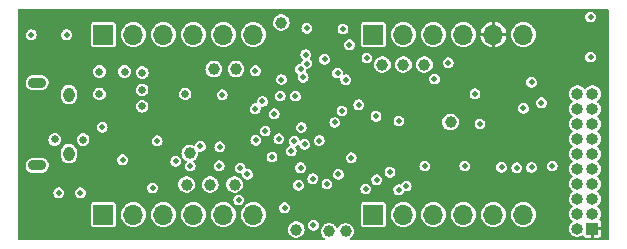
<source format=gbr>
%TF.GenerationSoftware,KiCad,Pcbnew,(7.0.0)*%
%TF.CreationDate,2023-04-02T12:15:27-04:00*%
%TF.ProjectId,H503,48353033-2e6b-4696-9361-645f70636258,rev?*%
%TF.SameCoordinates,Original*%
%TF.FileFunction,Copper,L3,Inr*%
%TF.FilePolarity,Positive*%
%FSLAX46Y46*%
G04 Gerber Fmt 4.6, Leading zero omitted, Abs format (unit mm)*
G04 Created by KiCad (PCBNEW (7.0.0)) date 2023-04-02 12:15:27*
%MOMM*%
%LPD*%
G01*
G04 APERTURE LIST*
%TA.AperFunction,ComponentPad*%
%ADD10R,1.700000X1.700000*%
%TD*%
%TA.AperFunction,ComponentPad*%
%ADD11O,1.700000X1.700000*%
%TD*%
%TA.AperFunction,ComponentPad*%
%ADD12C,1.000000*%
%TD*%
%TA.AperFunction,ComponentPad*%
%ADD13R,1.000000X1.000000*%
%TD*%
%TA.AperFunction,ComponentPad*%
%ADD14O,1.000000X1.000000*%
%TD*%
%TA.AperFunction,ComponentPad*%
%ADD15O,1.550000X0.890000*%
%TD*%
%TA.AperFunction,ComponentPad*%
%ADD16O,0.950000X1.250000*%
%TD*%
%TA.AperFunction,ViaPad*%
%ADD17C,0.508000*%
%TD*%
%TA.AperFunction,ViaPad*%
%ADD18C,0.660400*%
%TD*%
G04 APERTURE END LIST*
D10*
%TO.N,/PA1*%
%TO.C,J2*%
X96519999Y-63499999D03*
D11*
%TO.N,/PA0*%
X99059999Y-63499999D03*
%TO.N,/SPI1_SCK*%
X101599999Y-63499999D03*
%TO.N,/SPI1_NSS*%
X104139999Y-63499999D03*
%TO.N,/SPI1_MOSI*%
X106679999Y-63499999D03*
%TO.N,/SPI1_MISO*%
X109219999Y-63499999D03*
%TD*%
D12*
%TO.N,/I2C2_SCL*%
%TO.C,TP3*%
X83007200Y-51181000D03*
%TD*%
D13*
%TO.N,+3.3V*%
%TO.C,J3*%
X115061999Y-64693799D03*
D14*
%TO.N,/SWDIO*%
X113791999Y-64693799D03*
%TO.N,GND*%
X115061999Y-63423799D03*
%TO.N,/SWCLK*%
X113791999Y-63423799D03*
%TO.N,GND*%
X115061999Y-62153799D03*
%TO.N,unconnected-(J3-Pin_6-Pad6)*%
X113791999Y-62153799D03*
%TO.N,unconnected-(J3-Pin_7-Pad7)*%
X115061999Y-60883799D03*
%TO.N,unconnected-(J3-Pin_8-Pad8)*%
X113791999Y-60883799D03*
%TO.N,unconnected-(J3-Pin_9-Pad9)*%
X115061999Y-59613799D03*
%TO.N,/nRESET*%
X113791999Y-59613799D03*
%TO.N,unconnected-(J3-Pin_11-Pad11)*%
X115061999Y-58343799D03*
%TO.N,/TRACECK*%
X113791999Y-58343799D03*
%TO.N,unconnected-(J3-Pin_13-Pad13)*%
X115061999Y-57073799D03*
%TO.N,/TRACED0*%
X113791999Y-57073799D03*
%TO.N,GND*%
X115061999Y-55803799D03*
%TO.N,/TRACED1*%
X113791999Y-55803799D03*
%TO.N,GND*%
X115061999Y-54533799D03*
%TO.N,/TRACED2*%
X113791999Y-54533799D03*
%TO.N,GND*%
X115061999Y-53263799D03*
%TO.N,/TRACED3*%
X113791999Y-53263799D03*
%TD*%
D10*
%TO.N,/PA9_TXD*%
%TO.C,J1*%
X73659999Y-63499999D03*
D11*
%TO.N,/PA10_RXD*%
X76199999Y-63499999D03*
%TO.N,/I2C1_SCL*%
X78739999Y-63499999D03*
%TO.N,GND*%
X81279999Y-63499999D03*
%TO.N,/I2C1_SDA*%
X83819999Y-63499999D03*
%TO.N,/PA2*%
X86359999Y-63499999D03*
%TD*%
D12*
%TO.N,/PC13*%
%TO.C,TP7*%
X89992200Y-64770000D03*
%TD*%
%TO.N,/I3C2_SCL*%
%TO.C,TP14*%
X88722200Y-47244000D03*
%TD*%
%TO.N,/PC15*%
%TO.C,TP9*%
X94157800Y-64922400D03*
%TD*%
D15*
%TO.N,GND*%
%TO.C,J4*%
X68041999Y-52339999D03*
D16*
X70741999Y-53339999D03*
X70741999Y-58339999D03*
D15*
X68041999Y-59339999D03*
%TD*%
D12*
%TO.N,/I3C2_SDA*%
%TO.C,TP6*%
X82702400Y-60960000D03*
%TD*%
D10*
%TO.N,/OPAMP_VINM*%
%TO.C,J6*%
X96519999Y-48259999D03*
D11*
%TO.N,/OPAMP_VOUT*%
X99059999Y-48259999D03*
%TO.N,/OPAMP_VINP*%
X101599999Y-48259999D03*
%TO.N,/DAC_OUT1*%
X104139999Y-48259999D03*
%TO.N,+3.3V*%
X106679999Y-48259999D03*
%TO.N,/PA3*%
X109219999Y-48259999D03*
%TD*%
D10*
%TO.N,/VIN*%
%TO.C,J5*%
X73659999Y-48259999D03*
D11*
%TO.N,GND*%
X76199999Y-48259999D03*
%TO.N,/PA8*%
X78739999Y-48259999D03*
%TO.N,+5V*%
X81279999Y-48259999D03*
%TO.N,/ADC_INP3*%
X83819999Y-48259999D03*
%TO.N,/DAC_OUT2*%
X86359999Y-48259999D03*
%TD*%
D12*
%TO.N,/ADC_INP5*%
%TO.C,TP11*%
X100838000Y-50800000D03*
%TD*%
%TO.N,/PC10*%
%TO.C,TP5*%
X80695800Y-60960000D03*
%TD*%
%TO.N,/PC14*%
%TO.C,TP8*%
X92760800Y-64922400D03*
%TD*%
%TO.N,/PB2*%
%TO.C,TP12*%
X99060000Y-50800000D03*
%TD*%
%TO.N,/I2C2_SDA*%
%TO.C,TP4*%
X84886800Y-51181000D03*
%TD*%
%TO.N,/PH1*%
%TO.C,TP1*%
X103047800Y-55676800D03*
%TD*%
%TO.N,/PB4_TXD2*%
%TO.C,TP13*%
X84759800Y-60960000D03*
%TD*%
%TO.N,/ADC_INP4*%
%TO.C,TP2*%
X97282000Y-50800000D03*
%TD*%
%TO.N,/PA15_RXD2*%
%TO.C,TP10*%
X80975200Y-58293000D03*
%TD*%
D17*
%TO.N,GND*%
X91389200Y-60452000D03*
D18*
%TO.N,+5V*%
X75450000Y-51390000D03*
X73320000Y-51390000D03*
D17*
%TO.N,GND*%
X97921992Y-59908008D03*
X92379800Y-50344006D03*
X89916000Y-53467000D03*
X83515200Y-57759600D03*
X93942200Y-47777400D03*
X105537000Y-55841600D03*
X100875000Y-59395000D03*
X89000394Y-62915800D03*
X86563200Y-57200800D03*
D18*
X71932800Y-57150000D03*
D17*
X111658400Y-59385200D03*
X78206600Y-57251600D03*
X109905000Y-52300000D03*
X67537200Y-48260000D03*
X71702300Y-61645800D03*
D18*
X69529800Y-57140000D03*
D17*
X85115400Y-62255400D03*
X81864200Y-57708800D03*
X89814400Y-57277000D03*
X83718400Y-53352400D03*
X104250000Y-59395000D03*
X87934800Y-58623200D03*
X98679000Y-55575200D03*
D18*
X76936600Y-52933600D03*
D17*
X96735000Y-55180000D03*
X90881200Y-47726600D03*
X75283700Y-58851800D03*
X77825600Y-61239400D03*
D18*
X76950000Y-51477500D03*
X80580000Y-53290000D03*
D17*
X93243400Y-55702200D03*
X91440000Y-64402000D03*
X114909600Y-50163200D03*
X83464400Y-59359800D03*
D18*
X73320000Y-53290000D03*
D17*
X102844600Y-50647600D03*
X73562500Y-56100000D03*
X79781400Y-58978800D03*
D18*
X76936600Y-54330600D03*
D17*
%TO.N,+3.3V*%
X92392200Y-47777400D03*
X83718400Y-54902400D03*
X110744000Y-55854600D03*
X106095000Y-59500000D03*
X107365800Y-55958100D03*
D18*
X80580000Y-51390000D03*
D17*
X95185000Y-55180000D03*
X102725000Y-59395000D03*
X67900000Y-65000000D03*
D18*
X78450000Y-51390000D03*
D17*
X100500000Y-55342500D03*
X91440000Y-62852000D03*
%TO.N,/PA10_RXD*%
X88112600Y-54965600D03*
X87122353Y-53924553D03*
%TO.N,/nRESET*%
X94630053Y-58689053D03*
X114909600Y-46763200D03*
%TO.N,Net-(D1-A)*%
X70537200Y-48260000D03*
%TO.N,Net-(C11-Pad1)*%
X94488000Y-49123600D03*
%TO.N,Net-(C12-Pad1)*%
X90180200Y-61026000D03*
%TO.N,/SWDIO*%
X86512753Y-54529322D03*
%TO.N,/SWCLK*%
X87361653Y-56427747D03*
%TO.N,/TRACECK*%
X89564255Y-58112051D03*
%TO.N,/TRACED0*%
X90703400Y-57556400D03*
%TO.N,/TRACED1*%
X91932703Y-57229875D03*
%TO.N,/TRACED2*%
X88513309Y-57080963D03*
%TO.N,/TRACED3*%
X90398600Y-56132403D03*
%TO.N,/SPI1_SCK*%
X95870990Y-61329610D03*
%TO.N,/SPI1_NSS*%
X98659593Y-61392300D03*
%TO.N,/SPI1_MISO*%
X96797531Y-60559730D03*
%TO.N,/SPI1_MOSI*%
X99299000Y-61089455D03*
%TO.N,/DAC_OUT2*%
X95275400Y-54190478D03*
%TO.N,/ADC_INP3*%
X93854243Y-54720203D03*
%TO.N,/OPAMP_VINP*%
X94186270Y-52073070D03*
X101676200Y-52022875D03*
%TO.N,/ADC_INP5*%
X95969900Y-50247401D03*
%TO.N,/PB2*%
X93487340Y-51510827D03*
%TO.N,/SPI2_NSS*%
X90797910Y-49947219D03*
%TO.N,/SPI2_SCK*%
X90867897Y-50711703D03*
X105119573Y-53279573D03*
X108661200Y-59537600D03*
%TO.N,/SPI2_MISO*%
X90358939Y-51203149D03*
%TO.N,/SPI2_MOSI*%
X109905800Y-59512200D03*
X109220000Y-54488700D03*
X90575823Y-51876588D03*
%TO.N,/SW1*%
X69877300Y-61645800D03*
%TO.N,/I2C1_SCL*%
X81000600Y-59385200D03*
X88729867Y-52067167D03*
%TO.N,/I2C1_SDA*%
X85231368Y-59566675D03*
X88620600Y-53452087D03*
%TO.N,/NWP*%
X110744000Y-54029600D03*
%TO.N,/NHOLD*%
X107365000Y-59500000D03*
%TO.N,/PA0*%
X93546730Y-60101454D03*
%TO.N,/PA1*%
X92583000Y-60909200D03*
%TO.N,/PA2*%
X90347800Y-59524452D03*
%TO.N,/PA8*%
X86533283Y-51326836D03*
%TO.N,/LED*%
X85852000Y-60096400D03*
%TD*%
%TA.AperFunction,Conductor*%
%TO.N,+3.3V*%
G36*
X116420837Y-46111592D02*
G01*
X116448408Y-46139164D01*
X116458500Y-46176827D01*
X116458500Y-65583173D01*
X116448408Y-65620837D01*
X116420837Y-65648408D01*
X116383173Y-65658500D01*
X94568241Y-65658500D01*
X94521785Y-65642469D01*
X94495103Y-65601200D01*
X94499550Y-65552258D01*
X94533235Y-65516474D01*
X94558652Y-65503134D01*
X94685983Y-65390329D01*
X94782618Y-65250330D01*
X94842940Y-65091272D01*
X94863445Y-64922400D01*
X94842940Y-64753528D01*
X94820288Y-64693800D01*
X113086355Y-64693800D01*
X113086904Y-64698321D01*
X113106310Y-64858149D01*
X113106311Y-64858155D01*
X113106860Y-64862672D01*
X113167182Y-65021730D01*
X113169764Y-65025471D01*
X113169767Y-65025476D01*
X113216840Y-65093672D01*
X113263817Y-65161729D01*
X113267226Y-65164749D01*
X113368055Y-65254076D01*
X113391148Y-65274534D01*
X113541775Y-65353590D01*
X113706944Y-65394300D01*
X113872497Y-65394300D01*
X113877056Y-65394300D01*
X114042225Y-65353590D01*
X114192852Y-65274534D01*
X114204344Y-65264352D01*
X114247477Y-65245715D01*
X114293266Y-65256269D01*
X114323890Y-65291907D01*
X114326859Y-65299075D01*
X114374754Y-65370755D01*
X114385044Y-65381045D01*
X114456723Y-65428940D01*
X114470171Y-65434510D01*
X114533359Y-65447079D01*
X114540679Y-65447800D01*
X114925084Y-65447800D01*
X114932904Y-65445704D01*
X114935000Y-65437884D01*
X114935000Y-65437883D01*
X115189000Y-65437883D01*
X115191095Y-65445703D01*
X115198916Y-65447799D01*
X115583320Y-65447799D01*
X115590640Y-65447078D01*
X115653829Y-65434510D01*
X115667274Y-65428941D01*
X115738955Y-65381045D01*
X115749245Y-65370755D01*
X115797140Y-65299076D01*
X115802710Y-65285628D01*
X115815279Y-65222440D01*
X115816000Y-65215121D01*
X115816000Y-64830716D01*
X115813904Y-64822895D01*
X115806084Y-64820800D01*
X115198916Y-64820800D01*
X115191095Y-64822895D01*
X115189000Y-64830716D01*
X115189000Y-65437883D01*
X114935000Y-65437883D01*
X114935000Y-64642127D01*
X114945092Y-64604464D01*
X114972664Y-64576892D01*
X115010327Y-64566800D01*
X115806083Y-64566800D01*
X115813903Y-64564704D01*
X115815999Y-64556884D01*
X115815999Y-64172480D01*
X115815278Y-64165159D01*
X115802710Y-64101970D01*
X115797141Y-64088525D01*
X115749245Y-64016844D01*
X115738955Y-64006554D01*
X115667276Y-63958659D01*
X115657514Y-63954616D01*
X115623499Y-63926556D01*
X115611018Y-63884264D01*
X115624347Y-63842233D01*
X115686818Y-63751730D01*
X115747140Y-63592672D01*
X115767645Y-63423800D01*
X115747140Y-63254928D01*
X115686818Y-63095870D01*
X115590183Y-62955871D01*
X115465240Y-62845181D01*
X115442839Y-62809757D01*
X115442839Y-62767843D01*
X115465240Y-62732418D01*
X115590183Y-62621729D01*
X115686818Y-62481730D01*
X115747140Y-62322672D01*
X115767645Y-62153800D01*
X115747140Y-61984928D01*
X115686818Y-61825870D01*
X115669582Y-61800900D01*
X115635007Y-61750809D01*
X115590183Y-61685871D01*
X115465240Y-61575181D01*
X115442839Y-61539757D01*
X115442839Y-61497843D01*
X115465240Y-61462418D01*
X115590183Y-61351729D01*
X115686818Y-61211730D01*
X115747140Y-61052672D01*
X115767645Y-60883800D01*
X115747140Y-60714928D01*
X115686818Y-60555870D01*
X115683387Y-60550900D01*
X115612688Y-60448475D01*
X115590183Y-60415871D01*
X115465240Y-60305181D01*
X115442839Y-60269757D01*
X115442839Y-60227843D01*
X115465240Y-60192418D01*
X115590183Y-60081729D01*
X115686818Y-59941730D01*
X115747140Y-59782672D01*
X115767645Y-59613800D01*
X115747140Y-59444928D01*
X115686818Y-59285870D01*
X115683530Y-59281107D01*
X115611967Y-59177431D01*
X115590183Y-59145871D01*
X115465240Y-59035181D01*
X115442839Y-58999757D01*
X115442839Y-58957843D01*
X115465240Y-58922418D01*
X115590183Y-58811729D01*
X115686818Y-58671730D01*
X115747140Y-58512672D01*
X115767645Y-58343800D01*
X115747140Y-58174928D01*
X115686818Y-58015870D01*
X115683387Y-58010900D01*
X115635007Y-57940809D01*
X115590183Y-57875871D01*
X115465240Y-57765181D01*
X115442839Y-57729757D01*
X115442839Y-57687843D01*
X115465240Y-57652418D01*
X115590183Y-57541729D01*
X115686818Y-57401730D01*
X115747140Y-57242672D01*
X115767645Y-57073800D01*
X115747140Y-56904928D01*
X115686818Y-56745870D01*
X115590183Y-56605871D01*
X115586773Y-56602850D01*
X115465241Y-56495182D01*
X115442839Y-56459756D01*
X115442839Y-56417841D01*
X115465237Y-56382420D01*
X115590183Y-56271729D01*
X115686818Y-56131730D01*
X115747140Y-55972672D01*
X115767645Y-55803800D01*
X115747140Y-55634928D01*
X115686818Y-55475870D01*
X115675073Y-55458855D01*
X115623953Y-55384795D01*
X115590183Y-55335871D01*
X115465240Y-55225181D01*
X115442839Y-55189757D01*
X115442839Y-55147843D01*
X115465240Y-55112418D01*
X115590183Y-55001729D01*
X115686818Y-54861730D01*
X115747140Y-54702672D01*
X115767645Y-54533800D01*
X115747140Y-54364928D01*
X115686818Y-54205870D01*
X115680662Y-54196952D01*
X115620730Y-54110126D01*
X115590183Y-54065871D01*
X115554434Y-54034200D01*
X115465241Y-53955182D01*
X115442839Y-53919756D01*
X115442839Y-53877841D01*
X115465237Y-53842420D01*
X115590183Y-53731729D01*
X115686818Y-53591730D01*
X115747140Y-53432672D01*
X115767645Y-53263800D01*
X115747140Y-53094928D01*
X115686818Y-52935870D01*
X115681874Y-52928708D01*
X115602896Y-52814289D01*
X115590183Y-52795871D01*
X115522320Y-52735750D01*
X115466259Y-52686084D01*
X115466257Y-52686082D01*
X115462852Y-52683066D01*
X115458823Y-52680951D01*
X115458821Y-52680950D01*
X115316255Y-52606125D01*
X115316254Y-52606124D01*
X115312225Y-52604010D01*
X115307806Y-52602920D01*
X115307804Y-52602920D01*
X115151482Y-52564391D01*
X115147056Y-52563300D01*
X114976944Y-52563300D01*
X114972518Y-52564390D01*
X114972517Y-52564391D01*
X114816195Y-52602920D01*
X114816190Y-52602921D01*
X114811775Y-52604010D01*
X114807748Y-52606123D01*
X114807744Y-52606125D01*
X114665178Y-52680950D01*
X114665172Y-52680953D01*
X114661148Y-52683066D01*
X114657746Y-52686079D01*
X114657740Y-52686084D01*
X114537226Y-52792850D01*
X114537222Y-52792854D01*
X114533817Y-52795871D01*
X114531232Y-52799614D01*
X114531230Y-52799618D01*
X114488993Y-52860809D01*
X114450854Y-52889468D01*
X114403146Y-52889468D01*
X114365007Y-52860809D01*
X114332896Y-52814289D01*
X114320183Y-52795871D01*
X114252320Y-52735750D01*
X114196259Y-52686084D01*
X114196257Y-52686082D01*
X114192852Y-52683066D01*
X114188823Y-52680951D01*
X114188821Y-52680950D01*
X114046255Y-52606125D01*
X114046254Y-52606124D01*
X114042225Y-52604010D01*
X114037806Y-52602920D01*
X114037804Y-52602920D01*
X113881482Y-52564391D01*
X113877056Y-52563300D01*
X113706944Y-52563300D01*
X113702518Y-52564390D01*
X113702517Y-52564391D01*
X113546195Y-52602920D01*
X113546190Y-52602921D01*
X113541775Y-52604010D01*
X113537748Y-52606123D01*
X113537744Y-52606125D01*
X113395178Y-52680950D01*
X113395172Y-52680953D01*
X113391148Y-52683066D01*
X113387746Y-52686079D01*
X113387740Y-52686084D01*
X113267226Y-52792850D01*
X113267222Y-52792854D01*
X113263817Y-52795871D01*
X113261232Y-52799614D01*
X113261230Y-52799618D01*
X113169767Y-52932123D01*
X113169762Y-52932131D01*
X113167182Y-52935870D01*
X113165568Y-52940123D01*
X113165567Y-52940127D01*
X113108476Y-53090666D01*
X113106860Y-53094928D01*
X113106311Y-53099442D01*
X113106310Y-53099450D01*
X113090657Y-53228369D01*
X113086355Y-53263800D01*
X113086904Y-53268321D01*
X113106310Y-53428149D01*
X113106311Y-53428155D01*
X113106860Y-53432672D01*
X113108476Y-53436933D01*
X113154253Y-53557640D01*
X113167182Y-53591730D01*
X113169764Y-53595471D01*
X113169767Y-53595476D01*
X113241516Y-53699421D01*
X113263817Y-53731729D01*
X113267226Y-53734749D01*
X113388758Y-53842417D01*
X113411160Y-53877843D01*
X113411160Y-53919757D01*
X113388758Y-53955183D01*
X113267226Y-54062850D01*
X113267222Y-54062854D01*
X113263817Y-54065871D01*
X113261232Y-54069614D01*
X113261230Y-54069618D01*
X113169767Y-54202123D01*
X113169762Y-54202131D01*
X113167182Y-54205870D01*
X113165568Y-54210123D01*
X113165567Y-54210127D01*
X113108476Y-54360666D01*
X113106860Y-54364928D01*
X113106311Y-54369442D01*
X113106310Y-54369450D01*
X113094359Y-54467880D01*
X113086355Y-54533800D01*
X113086904Y-54538321D01*
X113106310Y-54698149D01*
X113106311Y-54698155D01*
X113106860Y-54702672D01*
X113108476Y-54706933D01*
X113164427Y-54854467D01*
X113167182Y-54861730D01*
X113169764Y-54865471D01*
X113169767Y-54865476D01*
X113247018Y-54977391D01*
X113263817Y-55001729D01*
X113267226Y-55004749D01*
X113388758Y-55112417D01*
X113411160Y-55147843D01*
X113411160Y-55189757D01*
X113388758Y-55225183D01*
X113267226Y-55332850D01*
X113267222Y-55332854D01*
X113263817Y-55335871D01*
X113261232Y-55339614D01*
X113261230Y-55339618D01*
X113169767Y-55472123D01*
X113169762Y-55472131D01*
X113167182Y-55475870D01*
X113165568Y-55480123D01*
X113165567Y-55480127D01*
X113108476Y-55630666D01*
X113106860Y-55634928D01*
X113106311Y-55639442D01*
X113106310Y-55639450D01*
X113088945Y-55782469D01*
X113086355Y-55803800D01*
X113086904Y-55808321D01*
X113106310Y-55968149D01*
X113106311Y-55968155D01*
X113106860Y-55972672D01*
X113108476Y-55976933D01*
X113162687Y-56119879D01*
X113167182Y-56131730D01*
X113169764Y-56135471D01*
X113169767Y-56135476D01*
X113251935Y-56254515D01*
X113263817Y-56271729D01*
X113388758Y-56382417D01*
X113411160Y-56417841D01*
X113411160Y-56459756D01*
X113388758Y-56495182D01*
X113267226Y-56602850D01*
X113267222Y-56602854D01*
X113263817Y-56605871D01*
X113261232Y-56609614D01*
X113261230Y-56609618D01*
X113169767Y-56742123D01*
X113169762Y-56742131D01*
X113167182Y-56745870D01*
X113165568Y-56750123D01*
X113165567Y-56750127D01*
X113108476Y-56900666D01*
X113106860Y-56904928D01*
X113106311Y-56909442D01*
X113106310Y-56909450D01*
X113087808Y-57061832D01*
X113086355Y-57073800D01*
X113086904Y-57078321D01*
X113106310Y-57238149D01*
X113106311Y-57238155D01*
X113106860Y-57242672D01*
X113108476Y-57246933D01*
X113159306Y-57380964D01*
X113167182Y-57401730D01*
X113169764Y-57405471D01*
X113169767Y-57405476D01*
X113240036Y-57507277D01*
X113263817Y-57541729D01*
X113274355Y-57551065D01*
X113388758Y-57652417D01*
X113411160Y-57687843D01*
X113411160Y-57729757D01*
X113388758Y-57765183D01*
X113267226Y-57872850D01*
X113267222Y-57872854D01*
X113263817Y-57875871D01*
X113261232Y-57879614D01*
X113261230Y-57879618D01*
X113169767Y-58012123D01*
X113169762Y-58012131D01*
X113167182Y-58015870D01*
X113165568Y-58020123D01*
X113165567Y-58020127D01*
X113111845Y-58161783D01*
X113106860Y-58174928D01*
X113106311Y-58179442D01*
X113106310Y-58179450D01*
X113094071Y-58280250D01*
X113086355Y-58343800D01*
X113086904Y-58348321D01*
X113106310Y-58508149D01*
X113106311Y-58508155D01*
X113106860Y-58512672D01*
X113108476Y-58516933D01*
X113161635Y-58657105D01*
X113167182Y-58671730D01*
X113169764Y-58675471D01*
X113169767Y-58675476D01*
X113234909Y-58769849D01*
X113263817Y-58811729D01*
X113267226Y-58814749D01*
X113388758Y-58922417D01*
X113411160Y-58957843D01*
X113411160Y-58999757D01*
X113388758Y-59035183D01*
X113267226Y-59142850D01*
X113267222Y-59142854D01*
X113263817Y-59145871D01*
X113261232Y-59149614D01*
X113261230Y-59149618D01*
X113169767Y-59282123D01*
X113169762Y-59282131D01*
X113167182Y-59285870D01*
X113165568Y-59290123D01*
X113165567Y-59290127D01*
X113108476Y-59440666D01*
X113106860Y-59444928D01*
X113106311Y-59449442D01*
X113106310Y-59449450D01*
X113092725Y-59561340D01*
X113086355Y-59613800D01*
X113086904Y-59618321D01*
X113106310Y-59778149D01*
X113106311Y-59778155D01*
X113106860Y-59782672D01*
X113108476Y-59786933D01*
X113162687Y-59929879D01*
X113167182Y-59941730D01*
X113169764Y-59945471D01*
X113169767Y-59945476D01*
X113241665Y-60049637D01*
X113263817Y-60081729D01*
X113267226Y-60084749D01*
X113388758Y-60192417D01*
X113411160Y-60227843D01*
X113411160Y-60269757D01*
X113388758Y-60305183D01*
X113267226Y-60412850D01*
X113267222Y-60412854D01*
X113263817Y-60415871D01*
X113261232Y-60419614D01*
X113261230Y-60419618D01*
X113169767Y-60552123D01*
X113169762Y-60552131D01*
X113167182Y-60555870D01*
X113165568Y-60560123D01*
X113165567Y-60560127D01*
X113118680Y-60683760D01*
X113106860Y-60714928D01*
X113106311Y-60719442D01*
X113106310Y-60719450D01*
X113091527Y-60841207D01*
X113086355Y-60883800D01*
X113087397Y-60892379D01*
X113106310Y-61048149D01*
X113106311Y-61048155D01*
X113106860Y-61052672D01*
X113108476Y-61056933D01*
X113143782Y-61150030D01*
X113167182Y-61211730D01*
X113169764Y-61215471D01*
X113169767Y-61215476D01*
X113219779Y-61287930D01*
X113263817Y-61351729D01*
X113267226Y-61354749D01*
X113388758Y-61462417D01*
X113411160Y-61497843D01*
X113411160Y-61539757D01*
X113388758Y-61575183D01*
X113267226Y-61682850D01*
X113267222Y-61682854D01*
X113263817Y-61685871D01*
X113261232Y-61689614D01*
X113261230Y-61689618D01*
X113169767Y-61822123D01*
X113169762Y-61822131D01*
X113167182Y-61825870D01*
X113165568Y-61830123D01*
X113165567Y-61830127D01*
X113134347Y-61912450D01*
X113106860Y-61984928D01*
X113106311Y-61989442D01*
X113106310Y-61989450D01*
X113097322Y-62063479D01*
X113086355Y-62153800D01*
X113086904Y-62158321D01*
X113106310Y-62318149D01*
X113106311Y-62318155D01*
X113106860Y-62322672D01*
X113108476Y-62326933D01*
X113161129Y-62465771D01*
X113167182Y-62481730D01*
X113169764Y-62485471D01*
X113169767Y-62485476D01*
X113225257Y-62565866D01*
X113263817Y-62621729D01*
X113267226Y-62624749D01*
X113388758Y-62732417D01*
X113411160Y-62767843D01*
X113411160Y-62809757D01*
X113388758Y-62845183D01*
X113267226Y-62952850D01*
X113267222Y-62952854D01*
X113263817Y-62955871D01*
X113261232Y-62959614D01*
X113261230Y-62959618D01*
X113169767Y-63092123D01*
X113169762Y-63092131D01*
X113167182Y-63095870D01*
X113165568Y-63100123D01*
X113165567Y-63100127D01*
X113108476Y-63250666D01*
X113106860Y-63254928D01*
X113106311Y-63259442D01*
X113106310Y-63259450D01*
X113097322Y-63333479D01*
X113086355Y-63423800D01*
X113086904Y-63428321D01*
X113106310Y-63588149D01*
X113106311Y-63588155D01*
X113106860Y-63592672D01*
X113167182Y-63751730D01*
X113169764Y-63755471D01*
X113169767Y-63755476D01*
X113229651Y-63842232D01*
X113263817Y-63891729D01*
X113388758Y-64002417D01*
X113411160Y-64037841D01*
X113411160Y-64079756D01*
X113388758Y-64115182D01*
X113267226Y-64222850D01*
X113267222Y-64222854D01*
X113263817Y-64225871D01*
X113261232Y-64229614D01*
X113261230Y-64229618D01*
X113169767Y-64362123D01*
X113169762Y-64362131D01*
X113167182Y-64365870D01*
X113165568Y-64370123D01*
X113165567Y-64370127D01*
X113118380Y-64494552D01*
X113106860Y-64524928D01*
X113106311Y-64529442D01*
X113106310Y-64529450D01*
X113087808Y-64681832D01*
X113086355Y-64693800D01*
X94820288Y-64693800D01*
X94782618Y-64594470D01*
X94755525Y-64555220D01*
X94709392Y-64488385D01*
X94685983Y-64454471D01*
X94596662Y-64375340D01*
X94590350Y-64369748D01*
X95469500Y-64369748D01*
X95470219Y-64373366D01*
X95470220Y-64373369D01*
X95479685Y-64420955D01*
X95479686Y-64420958D01*
X95481133Y-64428231D01*
X95485253Y-64434397D01*
X95485254Y-64434399D01*
X95513254Y-64476303D01*
X95525448Y-64494552D01*
X95591769Y-64538867D01*
X95650252Y-64550500D01*
X97386054Y-64550500D01*
X97389748Y-64550500D01*
X97448231Y-64538867D01*
X97514552Y-64494552D01*
X97558867Y-64428231D01*
X97570500Y-64369748D01*
X97570500Y-63500000D01*
X98004417Y-63500000D01*
X98004780Y-63503686D01*
X98024337Y-63702255D01*
X98024338Y-63702261D01*
X98024700Y-63705934D01*
X98025769Y-63709460D01*
X98025771Y-63709467D01*
X98039728Y-63755476D01*
X98084768Y-63903954D01*
X98086508Y-63907209D01*
X98086510Y-63907214D01*
X98139609Y-64006554D01*
X98182315Y-64086450D01*
X98313590Y-64246410D01*
X98473550Y-64377685D01*
X98656046Y-64475232D01*
X98854066Y-64535300D01*
X99060000Y-64555583D01*
X99265934Y-64535300D01*
X99463954Y-64475232D01*
X99646450Y-64377685D01*
X99806410Y-64246410D01*
X99937685Y-64086450D01*
X100035232Y-63903954D01*
X100095300Y-63705934D01*
X100115583Y-63500000D01*
X100544417Y-63500000D01*
X100544780Y-63503686D01*
X100564337Y-63702255D01*
X100564338Y-63702261D01*
X100564700Y-63705934D01*
X100565769Y-63709460D01*
X100565771Y-63709467D01*
X100579728Y-63755476D01*
X100624768Y-63903954D01*
X100626508Y-63907209D01*
X100626510Y-63907214D01*
X100679609Y-64006554D01*
X100722315Y-64086450D01*
X100853590Y-64246410D01*
X101013550Y-64377685D01*
X101196046Y-64475232D01*
X101394066Y-64535300D01*
X101600000Y-64555583D01*
X101805934Y-64535300D01*
X102003954Y-64475232D01*
X102186450Y-64377685D01*
X102346410Y-64246410D01*
X102477685Y-64086450D01*
X102575232Y-63903954D01*
X102635300Y-63705934D01*
X102655583Y-63500000D01*
X103084417Y-63500000D01*
X103084780Y-63503686D01*
X103104337Y-63702255D01*
X103104338Y-63702261D01*
X103104700Y-63705934D01*
X103105769Y-63709460D01*
X103105771Y-63709467D01*
X103119728Y-63755476D01*
X103164768Y-63903954D01*
X103166508Y-63907209D01*
X103166510Y-63907214D01*
X103219609Y-64006554D01*
X103262315Y-64086450D01*
X103393590Y-64246410D01*
X103553550Y-64377685D01*
X103736046Y-64475232D01*
X103934066Y-64535300D01*
X104140000Y-64555583D01*
X104345934Y-64535300D01*
X104543954Y-64475232D01*
X104726450Y-64377685D01*
X104886410Y-64246410D01*
X105017685Y-64086450D01*
X105115232Y-63903954D01*
X105175300Y-63705934D01*
X105195583Y-63500000D01*
X105624417Y-63500000D01*
X105624780Y-63503686D01*
X105644337Y-63702255D01*
X105644338Y-63702261D01*
X105644700Y-63705934D01*
X105645769Y-63709460D01*
X105645771Y-63709467D01*
X105659728Y-63755476D01*
X105704768Y-63903954D01*
X105706508Y-63907209D01*
X105706510Y-63907214D01*
X105759609Y-64006554D01*
X105802315Y-64086450D01*
X105933590Y-64246410D01*
X106093550Y-64377685D01*
X106276046Y-64475232D01*
X106474066Y-64535300D01*
X106680000Y-64555583D01*
X106885934Y-64535300D01*
X107083954Y-64475232D01*
X107266450Y-64377685D01*
X107426410Y-64246410D01*
X107557685Y-64086450D01*
X107655232Y-63903954D01*
X107715300Y-63705934D01*
X107735583Y-63500000D01*
X108164417Y-63500000D01*
X108164780Y-63503686D01*
X108184337Y-63702255D01*
X108184338Y-63702261D01*
X108184700Y-63705934D01*
X108185769Y-63709460D01*
X108185771Y-63709467D01*
X108199728Y-63755476D01*
X108244768Y-63903954D01*
X108246508Y-63907209D01*
X108246510Y-63907214D01*
X108299609Y-64006554D01*
X108342315Y-64086450D01*
X108473590Y-64246410D01*
X108633550Y-64377685D01*
X108816046Y-64475232D01*
X109014066Y-64535300D01*
X109220000Y-64555583D01*
X109425934Y-64535300D01*
X109623954Y-64475232D01*
X109806450Y-64377685D01*
X109966410Y-64246410D01*
X110097685Y-64086450D01*
X110195232Y-63903954D01*
X110255300Y-63705934D01*
X110275583Y-63500000D01*
X110255300Y-63294066D01*
X110195232Y-63096046D01*
X110097685Y-62913550D01*
X109966410Y-62753590D01*
X109940610Y-62732417D01*
X109809306Y-62624659D01*
X109809307Y-62624659D01*
X109806450Y-62622315D01*
X109761613Y-62598349D01*
X109627214Y-62526510D01*
X109627209Y-62526508D01*
X109623954Y-62524768D01*
X109580591Y-62511614D01*
X109429467Y-62465771D01*
X109429460Y-62465769D01*
X109425934Y-62464700D01*
X109422261Y-62464338D01*
X109422255Y-62464337D01*
X109223686Y-62444780D01*
X109220000Y-62444417D01*
X109216314Y-62444780D01*
X109017744Y-62464337D01*
X109017736Y-62464338D01*
X109014066Y-62464700D01*
X109010541Y-62465769D01*
X109010532Y-62465771D01*
X108819579Y-62523696D01*
X108819576Y-62523697D01*
X108816046Y-62524768D01*
X108812793Y-62526506D01*
X108812785Y-62526510D01*
X108636812Y-62620571D01*
X108636808Y-62620573D01*
X108633550Y-62622315D01*
X108630697Y-62624656D01*
X108630693Y-62624659D01*
X108476445Y-62751246D01*
X108476439Y-62751251D01*
X108473590Y-62753590D01*
X108471251Y-62756439D01*
X108471246Y-62756445D01*
X108344659Y-62910693D01*
X108344656Y-62910697D01*
X108342315Y-62913550D01*
X108340573Y-62916808D01*
X108340571Y-62916812D01*
X108246510Y-63092785D01*
X108246506Y-63092793D01*
X108244768Y-63096046D01*
X108243697Y-63099576D01*
X108243696Y-63099579D01*
X108185771Y-63290532D01*
X108185769Y-63290541D01*
X108184700Y-63294066D01*
X108184338Y-63297736D01*
X108184337Y-63297744D01*
X108172367Y-63419279D01*
X108164417Y-63500000D01*
X107735583Y-63500000D01*
X107715300Y-63294066D01*
X107655232Y-63096046D01*
X107557685Y-62913550D01*
X107426410Y-62753590D01*
X107400610Y-62732417D01*
X107269306Y-62624659D01*
X107269307Y-62624659D01*
X107266450Y-62622315D01*
X107221613Y-62598349D01*
X107087214Y-62526510D01*
X107087209Y-62526508D01*
X107083954Y-62524768D01*
X107040591Y-62511614D01*
X106889467Y-62465771D01*
X106889460Y-62465769D01*
X106885934Y-62464700D01*
X106882261Y-62464338D01*
X106882255Y-62464337D01*
X106683686Y-62444780D01*
X106680000Y-62444417D01*
X106676314Y-62444780D01*
X106477744Y-62464337D01*
X106477736Y-62464338D01*
X106474066Y-62464700D01*
X106470541Y-62465769D01*
X106470532Y-62465771D01*
X106279579Y-62523696D01*
X106279576Y-62523697D01*
X106276046Y-62524768D01*
X106272793Y-62526506D01*
X106272785Y-62526510D01*
X106096812Y-62620571D01*
X106096808Y-62620573D01*
X106093550Y-62622315D01*
X106090697Y-62624656D01*
X106090693Y-62624659D01*
X105936445Y-62751246D01*
X105936439Y-62751251D01*
X105933590Y-62753590D01*
X105931251Y-62756439D01*
X105931246Y-62756445D01*
X105804659Y-62910693D01*
X105804656Y-62910697D01*
X105802315Y-62913550D01*
X105800573Y-62916808D01*
X105800571Y-62916812D01*
X105706510Y-63092785D01*
X105706506Y-63092793D01*
X105704768Y-63096046D01*
X105703697Y-63099576D01*
X105703696Y-63099579D01*
X105645771Y-63290532D01*
X105645769Y-63290541D01*
X105644700Y-63294066D01*
X105644338Y-63297736D01*
X105644337Y-63297744D01*
X105632367Y-63419279D01*
X105624417Y-63500000D01*
X105195583Y-63500000D01*
X105175300Y-63294066D01*
X105115232Y-63096046D01*
X105017685Y-62913550D01*
X104886410Y-62753590D01*
X104860610Y-62732417D01*
X104729306Y-62624659D01*
X104729307Y-62624659D01*
X104726450Y-62622315D01*
X104681613Y-62598349D01*
X104547214Y-62526510D01*
X104547209Y-62526508D01*
X104543954Y-62524768D01*
X104500591Y-62511614D01*
X104349467Y-62465771D01*
X104349460Y-62465769D01*
X104345934Y-62464700D01*
X104342261Y-62464338D01*
X104342255Y-62464337D01*
X104143686Y-62444780D01*
X104140000Y-62444417D01*
X104136314Y-62444780D01*
X103937744Y-62464337D01*
X103937736Y-62464338D01*
X103934066Y-62464700D01*
X103930541Y-62465769D01*
X103930532Y-62465771D01*
X103739579Y-62523696D01*
X103739576Y-62523697D01*
X103736046Y-62524768D01*
X103732793Y-62526506D01*
X103732785Y-62526510D01*
X103556812Y-62620571D01*
X103556808Y-62620573D01*
X103553550Y-62622315D01*
X103550697Y-62624656D01*
X103550693Y-62624659D01*
X103396445Y-62751246D01*
X103396439Y-62751251D01*
X103393590Y-62753590D01*
X103391251Y-62756439D01*
X103391246Y-62756445D01*
X103264659Y-62910693D01*
X103264656Y-62910697D01*
X103262315Y-62913550D01*
X103260573Y-62916808D01*
X103260571Y-62916812D01*
X103166510Y-63092785D01*
X103166506Y-63092793D01*
X103164768Y-63096046D01*
X103163697Y-63099576D01*
X103163696Y-63099579D01*
X103105771Y-63290532D01*
X103105769Y-63290541D01*
X103104700Y-63294066D01*
X103104338Y-63297736D01*
X103104337Y-63297744D01*
X103092367Y-63419279D01*
X103084417Y-63500000D01*
X102655583Y-63500000D01*
X102635300Y-63294066D01*
X102575232Y-63096046D01*
X102477685Y-62913550D01*
X102346410Y-62753590D01*
X102320610Y-62732417D01*
X102189306Y-62624659D01*
X102189307Y-62624659D01*
X102186450Y-62622315D01*
X102141613Y-62598349D01*
X102007214Y-62526510D01*
X102007209Y-62526508D01*
X102003954Y-62524768D01*
X101960591Y-62511614D01*
X101809467Y-62465771D01*
X101809460Y-62465769D01*
X101805934Y-62464700D01*
X101802261Y-62464338D01*
X101802255Y-62464337D01*
X101603686Y-62444780D01*
X101600000Y-62444417D01*
X101596314Y-62444780D01*
X101397744Y-62464337D01*
X101397736Y-62464338D01*
X101394066Y-62464700D01*
X101390541Y-62465769D01*
X101390532Y-62465771D01*
X101199579Y-62523696D01*
X101199576Y-62523697D01*
X101196046Y-62524768D01*
X101192793Y-62526506D01*
X101192785Y-62526510D01*
X101016812Y-62620571D01*
X101016808Y-62620573D01*
X101013550Y-62622315D01*
X101010697Y-62624656D01*
X101010693Y-62624659D01*
X100856445Y-62751246D01*
X100856439Y-62751251D01*
X100853590Y-62753590D01*
X100851251Y-62756439D01*
X100851246Y-62756445D01*
X100724659Y-62910693D01*
X100724656Y-62910697D01*
X100722315Y-62913550D01*
X100720573Y-62916808D01*
X100720571Y-62916812D01*
X100626510Y-63092785D01*
X100626506Y-63092793D01*
X100624768Y-63096046D01*
X100623697Y-63099576D01*
X100623696Y-63099579D01*
X100565771Y-63290532D01*
X100565769Y-63290541D01*
X100564700Y-63294066D01*
X100564338Y-63297736D01*
X100564337Y-63297744D01*
X100552367Y-63419279D01*
X100544417Y-63500000D01*
X100115583Y-63500000D01*
X100095300Y-63294066D01*
X100035232Y-63096046D01*
X99937685Y-62913550D01*
X99806410Y-62753590D01*
X99780610Y-62732417D01*
X99649306Y-62624659D01*
X99649307Y-62624659D01*
X99646450Y-62622315D01*
X99601613Y-62598349D01*
X99467214Y-62526510D01*
X99467209Y-62526508D01*
X99463954Y-62524768D01*
X99420591Y-62511614D01*
X99269467Y-62465771D01*
X99269460Y-62465769D01*
X99265934Y-62464700D01*
X99262261Y-62464338D01*
X99262255Y-62464337D01*
X99063686Y-62444780D01*
X99060000Y-62444417D01*
X99056314Y-62444780D01*
X98857744Y-62464337D01*
X98857736Y-62464338D01*
X98854066Y-62464700D01*
X98850541Y-62465769D01*
X98850532Y-62465771D01*
X98659579Y-62523696D01*
X98659576Y-62523697D01*
X98656046Y-62524768D01*
X98652793Y-62526506D01*
X98652785Y-62526510D01*
X98476812Y-62620571D01*
X98476808Y-62620573D01*
X98473550Y-62622315D01*
X98470697Y-62624656D01*
X98470693Y-62624659D01*
X98316445Y-62751246D01*
X98316439Y-62751251D01*
X98313590Y-62753590D01*
X98311251Y-62756439D01*
X98311246Y-62756445D01*
X98184659Y-62910693D01*
X98184656Y-62910697D01*
X98182315Y-62913550D01*
X98180573Y-62916808D01*
X98180571Y-62916812D01*
X98086510Y-63092785D01*
X98086506Y-63092793D01*
X98084768Y-63096046D01*
X98083697Y-63099576D01*
X98083696Y-63099579D01*
X98025771Y-63290532D01*
X98025769Y-63290541D01*
X98024700Y-63294066D01*
X98024338Y-63297736D01*
X98024337Y-63297744D01*
X98012367Y-63419279D01*
X98004417Y-63500000D01*
X97570500Y-63500000D01*
X97570500Y-62630252D01*
X97558867Y-62571769D01*
X97514552Y-62505448D01*
X97508385Y-62501327D01*
X97454399Y-62465254D01*
X97454397Y-62465253D01*
X97448231Y-62461133D01*
X97440958Y-62459686D01*
X97440955Y-62459685D01*
X97393369Y-62450220D01*
X97393366Y-62450219D01*
X97389748Y-62449500D01*
X95650252Y-62449500D01*
X95646634Y-62450219D01*
X95646630Y-62450220D01*
X95599044Y-62459685D01*
X95599039Y-62459686D01*
X95591769Y-62461133D01*
X95585604Y-62465252D01*
X95585600Y-62465254D01*
X95531614Y-62501327D01*
X95531611Y-62501329D01*
X95525448Y-62505448D01*
X95521329Y-62511611D01*
X95521327Y-62511614D01*
X95485254Y-62565600D01*
X95485252Y-62565604D01*
X95481133Y-62571769D01*
X95479686Y-62579039D01*
X95479685Y-62579044D01*
X95470220Y-62626630D01*
X95469500Y-62630252D01*
X95469500Y-64369748D01*
X94590350Y-64369748D01*
X94562059Y-64344684D01*
X94562057Y-64344682D01*
X94558652Y-64341666D01*
X94554623Y-64339551D01*
X94554621Y-64339550D01*
X94412055Y-64264725D01*
X94412054Y-64264724D01*
X94408025Y-64262610D01*
X94403606Y-64261520D01*
X94403604Y-64261520D01*
X94283904Y-64232017D01*
X94242856Y-64221900D01*
X94072744Y-64221900D01*
X94068318Y-64222990D01*
X94068317Y-64222991D01*
X93911995Y-64261520D01*
X93911990Y-64261521D01*
X93907575Y-64262610D01*
X93903548Y-64264723D01*
X93903544Y-64264725D01*
X93760978Y-64339550D01*
X93760972Y-64339553D01*
X93756948Y-64341666D01*
X93753546Y-64344679D01*
X93753540Y-64344684D01*
X93633026Y-64451450D01*
X93633022Y-64451454D01*
X93629617Y-64454471D01*
X93627032Y-64458214D01*
X93627030Y-64458218D01*
X93535567Y-64590723D01*
X93535562Y-64590731D01*
X93532982Y-64594470D01*
X93531370Y-64598720D01*
X93531365Y-64598730D01*
X93529731Y-64603041D01*
X93502090Y-64638321D01*
X93459300Y-64651655D01*
X93416510Y-64638321D01*
X93388869Y-64603041D01*
X93387234Y-64598730D01*
X93387232Y-64598727D01*
X93385618Y-64594470D01*
X93358525Y-64555220D01*
X93312392Y-64488385D01*
X93288983Y-64454471D01*
X93199662Y-64375340D01*
X93165059Y-64344684D01*
X93165057Y-64344682D01*
X93161652Y-64341666D01*
X93157623Y-64339551D01*
X93157621Y-64339550D01*
X93015055Y-64264725D01*
X93015054Y-64264724D01*
X93011025Y-64262610D01*
X93006606Y-64261520D01*
X93006604Y-64261520D01*
X92886904Y-64232017D01*
X92845856Y-64221900D01*
X92675744Y-64221900D01*
X92671318Y-64222990D01*
X92671317Y-64222991D01*
X92514995Y-64261520D01*
X92514990Y-64261521D01*
X92510575Y-64262610D01*
X92506548Y-64264723D01*
X92506544Y-64264725D01*
X92363978Y-64339550D01*
X92363972Y-64339553D01*
X92359948Y-64341666D01*
X92356546Y-64344679D01*
X92356540Y-64344684D01*
X92236026Y-64451450D01*
X92236022Y-64451454D01*
X92232617Y-64454471D01*
X92230032Y-64458214D01*
X92230030Y-64458218D01*
X92138567Y-64590723D01*
X92138562Y-64590731D01*
X92135982Y-64594470D01*
X92134368Y-64598723D01*
X92134367Y-64598727D01*
X92077369Y-64749021D01*
X92075660Y-64753528D01*
X92075111Y-64758042D01*
X92075110Y-64758050D01*
X92062407Y-64862672D01*
X92055155Y-64922400D01*
X92055704Y-64926921D01*
X92075110Y-65086749D01*
X92075111Y-65086755D01*
X92075660Y-65091272D01*
X92077276Y-65095533D01*
X92129857Y-65234181D01*
X92135982Y-65250330D01*
X92138564Y-65254071D01*
X92138567Y-65254076D01*
X92169628Y-65299075D01*
X92232617Y-65390329D01*
X92236026Y-65393349D01*
X92295121Y-65445703D01*
X92359948Y-65503134D01*
X92363978Y-65505249D01*
X92385365Y-65516474D01*
X92419050Y-65552258D01*
X92423497Y-65601200D01*
X92396815Y-65642469D01*
X92350359Y-65658500D01*
X66496827Y-65658500D01*
X66459164Y-65648408D01*
X66431592Y-65620837D01*
X66421500Y-65583173D01*
X66421500Y-64770000D01*
X89286555Y-64770000D01*
X89287104Y-64774521D01*
X89306510Y-64934349D01*
X89306511Y-64934355D01*
X89307060Y-64938872D01*
X89308676Y-64943133D01*
X89363141Y-65086749D01*
X89367382Y-65097930D01*
X89369964Y-65101671D01*
X89369967Y-65101676D01*
X89413504Y-65164749D01*
X89464017Y-65237929D01*
X89591348Y-65350734D01*
X89741975Y-65429790D01*
X89907144Y-65470500D01*
X90072697Y-65470500D01*
X90077256Y-65470500D01*
X90242425Y-65429790D01*
X90393052Y-65350734D01*
X90520383Y-65237929D01*
X90617018Y-65097930D01*
X90677340Y-64938872D01*
X90697845Y-64770000D01*
X90677340Y-64601128D01*
X90617018Y-64442070D01*
X90602443Y-64420955D01*
X90589359Y-64402000D01*
X90980826Y-64402000D01*
X90981593Y-64407335D01*
X90994725Y-64498672D01*
X90999426Y-64531364D01*
X91001661Y-64536259D01*
X91001663Y-64536264D01*
X91048271Y-64638321D01*
X91053718Y-64650248D01*
X91139305Y-64749021D01*
X91143835Y-64751932D01*
X91143836Y-64751933D01*
X91164914Y-64765479D01*
X91249252Y-64819679D01*
X91374653Y-64856500D01*
X91499963Y-64856500D01*
X91505347Y-64856500D01*
X91630748Y-64819679D01*
X91740695Y-64749021D01*
X91826282Y-64650248D01*
X91880574Y-64531364D01*
X91899174Y-64402000D01*
X91880574Y-64272636D01*
X91826282Y-64153752D01*
X91740695Y-64054979D01*
X91736165Y-64052067D01*
X91736163Y-64052066D01*
X91635278Y-63987232D01*
X91635276Y-63987231D01*
X91630748Y-63984321D01*
X91625582Y-63982804D01*
X91510511Y-63949016D01*
X91510509Y-63949015D01*
X91505347Y-63947500D01*
X91374653Y-63947500D01*
X91369491Y-63949015D01*
X91369488Y-63949016D01*
X91254417Y-63982804D01*
X91254414Y-63982805D01*
X91249252Y-63984321D01*
X91244725Y-63987229D01*
X91244721Y-63987232D01*
X91143836Y-64052066D01*
X91143830Y-64052070D01*
X91139305Y-64054979D01*
X91135778Y-64059048D01*
X91135777Y-64059050D01*
X91057248Y-64149677D01*
X91057245Y-64149681D01*
X91053718Y-64153752D01*
X91051481Y-64158650D01*
X91051478Y-64158655D01*
X91001663Y-64267735D01*
X91001660Y-64267742D01*
X90999426Y-64272636D01*
X90998659Y-64277967D01*
X90998659Y-64277969D01*
X90984659Y-64375340D01*
X90980826Y-64402000D01*
X90589359Y-64402000D01*
X90549797Y-64344684D01*
X90520383Y-64302071D01*
X90460199Y-64248753D01*
X90396459Y-64192284D01*
X90396457Y-64192282D01*
X90393052Y-64189266D01*
X90389023Y-64187151D01*
X90389021Y-64187150D01*
X90246455Y-64112325D01*
X90246454Y-64112324D01*
X90242425Y-64110210D01*
X90238006Y-64109120D01*
X90238004Y-64109120D01*
X90081682Y-64070591D01*
X90077256Y-64069500D01*
X89907144Y-64069500D01*
X89902718Y-64070590D01*
X89902717Y-64070591D01*
X89746395Y-64109120D01*
X89746390Y-64109121D01*
X89741975Y-64110210D01*
X89737948Y-64112323D01*
X89737944Y-64112325D01*
X89595378Y-64187150D01*
X89595372Y-64187153D01*
X89591348Y-64189266D01*
X89587946Y-64192279D01*
X89587940Y-64192284D01*
X89467426Y-64299050D01*
X89467422Y-64299054D01*
X89464017Y-64302071D01*
X89461432Y-64305814D01*
X89461430Y-64305818D01*
X89369967Y-64438323D01*
X89369962Y-64438331D01*
X89367382Y-64442070D01*
X89365768Y-64446323D01*
X89365767Y-64446327D01*
X89316251Y-64576892D01*
X89307060Y-64601128D01*
X89306511Y-64605642D01*
X89306510Y-64605650D01*
X89289597Y-64744949D01*
X89286555Y-64770000D01*
X66421500Y-64770000D01*
X66421500Y-64369748D01*
X72609500Y-64369748D01*
X72610219Y-64373366D01*
X72610220Y-64373369D01*
X72619685Y-64420955D01*
X72619686Y-64420958D01*
X72621133Y-64428231D01*
X72625253Y-64434397D01*
X72625254Y-64434399D01*
X72653254Y-64476303D01*
X72665448Y-64494552D01*
X72731769Y-64538867D01*
X72790252Y-64550500D01*
X74526054Y-64550500D01*
X74529748Y-64550500D01*
X74588231Y-64538867D01*
X74654552Y-64494552D01*
X74698867Y-64428231D01*
X74710500Y-64369748D01*
X74710500Y-63500000D01*
X75144417Y-63500000D01*
X75144780Y-63503686D01*
X75164337Y-63702255D01*
X75164338Y-63702261D01*
X75164700Y-63705934D01*
X75165769Y-63709460D01*
X75165771Y-63709467D01*
X75179728Y-63755476D01*
X75224768Y-63903954D01*
X75226508Y-63907209D01*
X75226510Y-63907214D01*
X75279609Y-64006554D01*
X75322315Y-64086450D01*
X75453590Y-64246410D01*
X75613550Y-64377685D01*
X75796046Y-64475232D01*
X75994066Y-64535300D01*
X76200000Y-64555583D01*
X76405934Y-64535300D01*
X76603954Y-64475232D01*
X76786450Y-64377685D01*
X76946410Y-64246410D01*
X77077685Y-64086450D01*
X77175232Y-63903954D01*
X77235300Y-63705934D01*
X77255583Y-63500000D01*
X77684417Y-63500000D01*
X77684780Y-63503686D01*
X77704337Y-63702255D01*
X77704338Y-63702261D01*
X77704700Y-63705934D01*
X77705769Y-63709460D01*
X77705771Y-63709467D01*
X77719728Y-63755476D01*
X77764768Y-63903954D01*
X77766508Y-63907209D01*
X77766510Y-63907214D01*
X77819609Y-64006554D01*
X77862315Y-64086450D01*
X77993590Y-64246410D01*
X78153550Y-64377685D01*
X78336046Y-64475232D01*
X78534066Y-64535300D01*
X78740000Y-64555583D01*
X78945934Y-64535300D01*
X79143954Y-64475232D01*
X79326450Y-64377685D01*
X79486410Y-64246410D01*
X79617685Y-64086450D01*
X79715232Y-63903954D01*
X79775300Y-63705934D01*
X79795583Y-63500000D01*
X80224417Y-63500000D01*
X80224780Y-63503686D01*
X80244337Y-63702255D01*
X80244338Y-63702261D01*
X80244700Y-63705934D01*
X80245769Y-63709460D01*
X80245771Y-63709467D01*
X80259728Y-63755476D01*
X80304768Y-63903954D01*
X80306508Y-63907209D01*
X80306510Y-63907214D01*
X80359609Y-64006554D01*
X80402315Y-64086450D01*
X80533590Y-64246410D01*
X80693550Y-64377685D01*
X80876046Y-64475232D01*
X81074066Y-64535300D01*
X81280000Y-64555583D01*
X81485934Y-64535300D01*
X81683954Y-64475232D01*
X81866450Y-64377685D01*
X82026410Y-64246410D01*
X82157685Y-64086450D01*
X82255232Y-63903954D01*
X82315300Y-63705934D01*
X82335583Y-63500000D01*
X82764417Y-63500000D01*
X82764780Y-63503686D01*
X82784337Y-63702255D01*
X82784338Y-63702261D01*
X82784700Y-63705934D01*
X82785769Y-63709460D01*
X82785771Y-63709467D01*
X82799728Y-63755476D01*
X82844768Y-63903954D01*
X82846508Y-63907209D01*
X82846510Y-63907214D01*
X82899609Y-64006554D01*
X82942315Y-64086450D01*
X83073590Y-64246410D01*
X83233550Y-64377685D01*
X83416046Y-64475232D01*
X83614066Y-64535300D01*
X83820000Y-64555583D01*
X84025934Y-64535300D01*
X84223954Y-64475232D01*
X84406450Y-64377685D01*
X84566410Y-64246410D01*
X84697685Y-64086450D01*
X84795232Y-63903954D01*
X84855300Y-63705934D01*
X84875583Y-63500000D01*
X85304417Y-63500000D01*
X85304780Y-63503686D01*
X85324337Y-63702255D01*
X85324338Y-63702261D01*
X85324700Y-63705934D01*
X85325769Y-63709460D01*
X85325771Y-63709467D01*
X85339728Y-63755476D01*
X85384768Y-63903954D01*
X85386508Y-63907209D01*
X85386510Y-63907214D01*
X85439609Y-64006554D01*
X85482315Y-64086450D01*
X85613590Y-64246410D01*
X85773550Y-64377685D01*
X85956046Y-64475232D01*
X86154066Y-64535300D01*
X86360000Y-64555583D01*
X86565934Y-64535300D01*
X86763954Y-64475232D01*
X86946450Y-64377685D01*
X87106410Y-64246410D01*
X87237685Y-64086450D01*
X87335232Y-63903954D01*
X87395300Y-63705934D01*
X87415583Y-63500000D01*
X87395300Y-63294066D01*
X87335232Y-63096046D01*
X87238888Y-62915800D01*
X88541220Y-62915800D01*
X88559820Y-63045164D01*
X88562055Y-63050059D01*
X88562057Y-63050064D01*
X88595237Y-63122718D01*
X88614112Y-63164048D01*
X88699699Y-63262821D01*
X88809646Y-63333479D01*
X88935047Y-63370300D01*
X89060357Y-63370300D01*
X89065741Y-63370300D01*
X89191142Y-63333479D01*
X89301089Y-63262821D01*
X89386676Y-63164048D01*
X89440968Y-63045164D01*
X89459568Y-62915800D01*
X89440968Y-62786436D01*
X89424897Y-62751246D01*
X89388915Y-62672455D01*
X89386676Y-62667552D01*
X89301089Y-62568779D01*
X89296559Y-62565867D01*
X89296557Y-62565866D01*
X89195672Y-62501032D01*
X89195670Y-62501031D01*
X89191142Y-62498121D01*
X89185976Y-62496604D01*
X89070905Y-62462816D01*
X89070903Y-62462815D01*
X89065741Y-62461300D01*
X88935047Y-62461300D01*
X88929885Y-62462815D01*
X88929882Y-62462816D01*
X88814811Y-62496604D01*
X88814808Y-62496605D01*
X88809646Y-62498121D01*
X88805119Y-62501029D01*
X88805115Y-62501032D01*
X88704230Y-62565866D01*
X88704224Y-62565870D01*
X88699699Y-62568779D01*
X88696172Y-62572848D01*
X88696171Y-62572850D01*
X88617642Y-62663477D01*
X88617639Y-62663481D01*
X88614112Y-62667552D01*
X88611875Y-62672450D01*
X88611872Y-62672455D01*
X88562057Y-62781535D01*
X88562054Y-62781542D01*
X88559820Y-62786436D01*
X88541220Y-62915800D01*
X87238888Y-62915800D01*
X87237685Y-62913550D01*
X87106410Y-62753590D01*
X87080610Y-62732417D01*
X86949306Y-62624659D01*
X86949307Y-62624659D01*
X86946450Y-62622315D01*
X86901613Y-62598349D01*
X86767214Y-62526510D01*
X86767209Y-62526508D01*
X86763954Y-62524768D01*
X86720591Y-62511614D01*
X86569467Y-62465771D01*
X86569460Y-62465769D01*
X86565934Y-62464700D01*
X86562261Y-62464338D01*
X86562255Y-62464337D01*
X86363686Y-62444780D01*
X86360000Y-62444417D01*
X86356314Y-62444780D01*
X86157744Y-62464337D01*
X86157736Y-62464338D01*
X86154066Y-62464700D01*
X86150541Y-62465769D01*
X86150532Y-62465771D01*
X85959579Y-62523696D01*
X85959576Y-62523697D01*
X85956046Y-62524768D01*
X85952793Y-62526506D01*
X85952785Y-62526510D01*
X85776812Y-62620571D01*
X85776808Y-62620573D01*
X85773550Y-62622315D01*
X85770697Y-62624656D01*
X85770693Y-62624659D01*
X85616445Y-62751246D01*
X85616439Y-62751251D01*
X85613590Y-62753590D01*
X85611251Y-62756439D01*
X85611246Y-62756445D01*
X85484659Y-62910693D01*
X85484656Y-62910697D01*
X85482315Y-62913550D01*
X85480573Y-62916808D01*
X85480571Y-62916812D01*
X85386510Y-63092785D01*
X85386506Y-63092793D01*
X85384768Y-63096046D01*
X85383697Y-63099576D01*
X85383696Y-63099579D01*
X85325771Y-63290532D01*
X85325769Y-63290541D01*
X85324700Y-63294066D01*
X85324338Y-63297736D01*
X85324337Y-63297744D01*
X85312367Y-63419279D01*
X85304417Y-63500000D01*
X84875583Y-63500000D01*
X84855300Y-63294066D01*
X84795232Y-63096046D01*
X84697685Y-62913550D01*
X84566410Y-62753590D01*
X84540610Y-62732417D01*
X84409306Y-62624659D01*
X84409307Y-62624659D01*
X84406450Y-62622315D01*
X84361613Y-62598349D01*
X84227214Y-62526510D01*
X84227209Y-62526508D01*
X84223954Y-62524768D01*
X84180591Y-62511614D01*
X84029467Y-62465771D01*
X84029460Y-62465769D01*
X84025934Y-62464700D01*
X84022261Y-62464338D01*
X84022255Y-62464337D01*
X83823686Y-62444780D01*
X83820000Y-62444417D01*
X83816314Y-62444780D01*
X83617744Y-62464337D01*
X83617736Y-62464338D01*
X83614066Y-62464700D01*
X83610541Y-62465769D01*
X83610532Y-62465771D01*
X83419579Y-62523696D01*
X83419576Y-62523697D01*
X83416046Y-62524768D01*
X83412793Y-62526506D01*
X83412785Y-62526510D01*
X83236812Y-62620571D01*
X83236808Y-62620573D01*
X83233550Y-62622315D01*
X83230697Y-62624656D01*
X83230693Y-62624659D01*
X83076445Y-62751246D01*
X83076439Y-62751251D01*
X83073590Y-62753590D01*
X83071251Y-62756439D01*
X83071246Y-62756445D01*
X82944659Y-62910693D01*
X82944656Y-62910697D01*
X82942315Y-62913550D01*
X82940573Y-62916808D01*
X82940571Y-62916812D01*
X82846510Y-63092785D01*
X82846506Y-63092793D01*
X82844768Y-63096046D01*
X82843697Y-63099576D01*
X82843696Y-63099579D01*
X82785771Y-63290532D01*
X82785769Y-63290541D01*
X82784700Y-63294066D01*
X82784338Y-63297736D01*
X82784337Y-63297744D01*
X82772367Y-63419279D01*
X82764417Y-63500000D01*
X82335583Y-63500000D01*
X82315300Y-63294066D01*
X82255232Y-63096046D01*
X82157685Y-62913550D01*
X82026410Y-62753590D01*
X82000610Y-62732417D01*
X81869306Y-62624659D01*
X81869307Y-62624659D01*
X81866450Y-62622315D01*
X81821613Y-62598349D01*
X81687214Y-62526510D01*
X81687209Y-62526508D01*
X81683954Y-62524768D01*
X81640591Y-62511614D01*
X81489467Y-62465771D01*
X81489460Y-62465769D01*
X81485934Y-62464700D01*
X81482261Y-62464338D01*
X81482255Y-62464337D01*
X81283686Y-62444780D01*
X81280000Y-62444417D01*
X81276314Y-62444780D01*
X81077744Y-62464337D01*
X81077736Y-62464338D01*
X81074066Y-62464700D01*
X81070541Y-62465769D01*
X81070532Y-62465771D01*
X80879579Y-62523696D01*
X80879576Y-62523697D01*
X80876046Y-62524768D01*
X80872793Y-62526506D01*
X80872785Y-62526510D01*
X80696812Y-62620571D01*
X80696808Y-62620573D01*
X80693550Y-62622315D01*
X80690697Y-62624656D01*
X80690693Y-62624659D01*
X80536445Y-62751246D01*
X80536439Y-62751251D01*
X80533590Y-62753590D01*
X80531251Y-62756439D01*
X80531246Y-62756445D01*
X80404659Y-62910693D01*
X80404656Y-62910697D01*
X80402315Y-62913550D01*
X80400573Y-62916808D01*
X80400571Y-62916812D01*
X80306510Y-63092785D01*
X80306506Y-63092793D01*
X80304768Y-63096046D01*
X80303697Y-63099576D01*
X80303696Y-63099579D01*
X80245771Y-63290532D01*
X80245769Y-63290541D01*
X80244700Y-63294066D01*
X80244338Y-63297736D01*
X80244337Y-63297744D01*
X80232367Y-63419279D01*
X80224417Y-63500000D01*
X79795583Y-63500000D01*
X79775300Y-63294066D01*
X79715232Y-63096046D01*
X79617685Y-62913550D01*
X79486410Y-62753590D01*
X79460610Y-62732417D01*
X79329306Y-62624659D01*
X79329307Y-62624659D01*
X79326450Y-62622315D01*
X79281613Y-62598349D01*
X79147214Y-62526510D01*
X79147209Y-62526508D01*
X79143954Y-62524768D01*
X79100591Y-62511614D01*
X78949467Y-62465771D01*
X78949460Y-62465769D01*
X78945934Y-62464700D01*
X78942261Y-62464338D01*
X78942255Y-62464337D01*
X78743686Y-62444780D01*
X78740000Y-62444417D01*
X78736314Y-62444780D01*
X78537744Y-62464337D01*
X78537736Y-62464338D01*
X78534066Y-62464700D01*
X78530541Y-62465769D01*
X78530532Y-62465771D01*
X78339579Y-62523696D01*
X78339576Y-62523697D01*
X78336046Y-62524768D01*
X78332793Y-62526506D01*
X78332785Y-62526510D01*
X78156812Y-62620571D01*
X78156808Y-62620573D01*
X78153550Y-62622315D01*
X78150697Y-62624656D01*
X78150693Y-62624659D01*
X77996445Y-62751246D01*
X77996439Y-62751251D01*
X77993590Y-62753590D01*
X77991251Y-62756439D01*
X77991246Y-62756445D01*
X77864659Y-62910693D01*
X77864656Y-62910697D01*
X77862315Y-62913550D01*
X77860573Y-62916808D01*
X77860571Y-62916812D01*
X77766510Y-63092785D01*
X77766506Y-63092793D01*
X77764768Y-63096046D01*
X77763697Y-63099576D01*
X77763696Y-63099579D01*
X77705771Y-63290532D01*
X77705769Y-63290541D01*
X77704700Y-63294066D01*
X77704338Y-63297736D01*
X77704337Y-63297744D01*
X77692367Y-63419279D01*
X77684417Y-63500000D01*
X77255583Y-63500000D01*
X77235300Y-63294066D01*
X77175232Y-63096046D01*
X77077685Y-62913550D01*
X76946410Y-62753590D01*
X76920610Y-62732417D01*
X76789306Y-62624659D01*
X76789307Y-62624659D01*
X76786450Y-62622315D01*
X76741613Y-62598349D01*
X76607214Y-62526510D01*
X76607209Y-62526508D01*
X76603954Y-62524768D01*
X76560591Y-62511614D01*
X76409467Y-62465771D01*
X76409460Y-62465769D01*
X76405934Y-62464700D01*
X76402261Y-62464338D01*
X76402255Y-62464337D01*
X76203686Y-62444780D01*
X76200000Y-62444417D01*
X76196314Y-62444780D01*
X75997744Y-62464337D01*
X75997736Y-62464338D01*
X75994066Y-62464700D01*
X75990541Y-62465769D01*
X75990532Y-62465771D01*
X75799579Y-62523696D01*
X75799576Y-62523697D01*
X75796046Y-62524768D01*
X75792793Y-62526506D01*
X75792785Y-62526510D01*
X75616812Y-62620571D01*
X75616808Y-62620573D01*
X75613550Y-62622315D01*
X75610697Y-62624656D01*
X75610693Y-62624659D01*
X75456445Y-62751246D01*
X75456439Y-62751251D01*
X75453590Y-62753590D01*
X75451251Y-62756439D01*
X75451246Y-62756445D01*
X75324659Y-62910693D01*
X75324656Y-62910697D01*
X75322315Y-62913550D01*
X75320573Y-62916808D01*
X75320571Y-62916812D01*
X75226510Y-63092785D01*
X75226506Y-63092793D01*
X75224768Y-63096046D01*
X75223697Y-63099576D01*
X75223696Y-63099579D01*
X75165771Y-63290532D01*
X75165769Y-63290541D01*
X75164700Y-63294066D01*
X75164338Y-63297736D01*
X75164337Y-63297744D01*
X75152367Y-63419279D01*
X75144417Y-63500000D01*
X74710500Y-63500000D01*
X74710500Y-62630252D01*
X74698867Y-62571769D01*
X74654552Y-62505448D01*
X74648385Y-62501327D01*
X74594399Y-62465254D01*
X74594397Y-62465253D01*
X74588231Y-62461133D01*
X74580958Y-62459686D01*
X74580955Y-62459685D01*
X74533369Y-62450220D01*
X74533366Y-62450219D01*
X74529748Y-62449500D01*
X72790252Y-62449500D01*
X72786634Y-62450219D01*
X72786630Y-62450220D01*
X72739044Y-62459685D01*
X72739039Y-62459686D01*
X72731769Y-62461133D01*
X72725604Y-62465252D01*
X72725600Y-62465254D01*
X72671614Y-62501327D01*
X72671611Y-62501329D01*
X72665448Y-62505448D01*
X72661329Y-62511611D01*
X72661327Y-62511614D01*
X72625254Y-62565600D01*
X72625252Y-62565604D01*
X72621133Y-62571769D01*
X72619686Y-62579039D01*
X72619685Y-62579044D01*
X72610220Y-62626630D01*
X72609500Y-62630252D01*
X72609500Y-64369748D01*
X66421500Y-64369748D01*
X66421500Y-62255400D01*
X84656226Y-62255400D01*
X84674826Y-62384764D01*
X84677061Y-62389659D01*
X84677063Y-62389664D01*
X84726878Y-62498744D01*
X84729118Y-62503648D01*
X84732647Y-62507721D01*
X84732648Y-62507722D01*
X84748928Y-62526510D01*
X84814705Y-62602421D01*
X84924652Y-62673079D01*
X85050053Y-62709900D01*
X85175363Y-62709900D01*
X85180747Y-62709900D01*
X85306148Y-62673079D01*
X85416095Y-62602421D01*
X85501682Y-62503648D01*
X85555974Y-62384764D01*
X85574574Y-62255400D01*
X85555974Y-62126036D01*
X85501682Y-62007152D01*
X85416095Y-61908379D01*
X85411565Y-61905467D01*
X85411563Y-61905466D01*
X85310678Y-61840632D01*
X85310676Y-61840631D01*
X85306148Y-61837721D01*
X85300982Y-61836204D01*
X85185911Y-61802416D01*
X85185909Y-61802415D01*
X85180747Y-61800900D01*
X85050053Y-61800900D01*
X85044891Y-61802415D01*
X85044888Y-61802416D01*
X84929817Y-61836204D01*
X84929814Y-61836205D01*
X84924652Y-61837721D01*
X84920125Y-61840629D01*
X84920121Y-61840632D01*
X84819236Y-61905466D01*
X84819230Y-61905470D01*
X84814705Y-61908379D01*
X84811178Y-61912448D01*
X84811177Y-61912450D01*
X84732648Y-62003077D01*
X84732645Y-62003081D01*
X84729118Y-62007152D01*
X84726881Y-62012050D01*
X84726878Y-62012055D01*
X84677063Y-62121135D01*
X84677060Y-62121142D01*
X84674826Y-62126036D01*
X84656226Y-62255400D01*
X66421500Y-62255400D01*
X66421500Y-61645800D01*
X69418126Y-61645800D01*
X69418893Y-61651135D01*
X69420082Y-61659408D01*
X69436726Y-61775164D01*
X69438961Y-61780059D01*
X69438963Y-61780064D01*
X69472143Y-61852718D01*
X69491018Y-61894048D01*
X69576605Y-61992821D01*
X69686552Y-62063479D01*
X69811953Y-62100300D01*
X69937263Y-62100300D01*
X69942647Y-62100300D01*
X70068048Y-62063479D01*
X70177995Y-61992821D01*
X70263582Y-61894048D01*
X70317874Y-61775164D01*
X70336474Y-61645800D01*
X71243126Y-61645800D01*
X71243893Y-61651135D01*
X71245082Y-61659408D01*
X71261726Y-61775164D01*
X71263961Y-61780059D01*
X71263963Y-61780064D01*
X71297143Y-61852718D01*
X71316018Y-61894048D01*
X71401605Y-61992821D01*
X71511552Y-62063479D01*
X71636953Y-62100300D01*
X71762263Y-62100300D01*
X71767647Y-62100300D01*
X71893048Y-62063479D01*
X72002995Y-61992821D01*
X72088582Y-61894048D01*
X72142874Y-61775164D01*
X72161474Y-61645800D01*
X72160013Y-61635642D01*
X72151705Y-61577858D01*
X72142874Y-61516436D01*
X72088582Y-61397552D01*
X72002995Y-61298779D01*
X71998465Y-61295867D01*
X71998463Y-61295866D01*
X71910599Y-61239400D01*
X77366426Y-61239400D01*
X77367193Y-61244735D01*
X77374963Y-61298779D01*
X77385026Y-61368764D01*
X77387261Y-61373659D01*
X77387263Y-61373664D01*
X77437078Y-61482744D01*
X77439318Y-61487648D01*
X77524905Y-61586421D01*
X77634852Y-61657079D01*
X77760253Y-61693900D01*
X77885563Y-61693900D01*
X77890947Y-61693900D01*
X78016348Y-61657079D01*
X78126295Y-61586421D01*
X78211882Y-61487648D01*
X78266174Y-61368764D01*
X78284774Y-61239400D01*
X78266174Y-61110036D01*
X78259211Y-61094790D01*
X78214121Y-60996055D01*
X78211882Y-60991152D01*
X78184889Y-60960000D01*
X79990155Y-60960000D01*
X79990704Y-60964521D01*
X80010110Y-61124349D01*
X80010111Y-61124355D01*
X80010660Y-61128872D01*
X80020707Y-61155364D01*
X80058956Y-61256221D01*
X80070982Y-61287930D01*
X80073564Y-61291671D01*
X80073567Y-61291676D01*
X80139341Y-61386965D01*
X80167617Y-61427929D01*
X80171026Y-61430949D01*
X80270189Y-61518800D01*
X80294948Y-61540734D01*
X80445575Y-61619790D01*
X80610744Y-61660500D01*
X80776297Y-61660500D01*
X80780856Y-61660500D01*
X80946025Y-61619790D01*
X81096652Y-61540734D01*
X81223983Y-61427929D01*
X81320618Y-61287930D01*
X81380940Y-61128872D01*
X81401445Y-60960000D01*
X81996755Y-60960000D01*
X81997304Y-60964521D01*
X82016710Y-61124349D01*
X82016711Y-61124355D01*
X82017260Y-61128872D01*
X82027307Y-61155364D01*
X82065556Y-61256221D01*
X82077582Y-61287930D01*
X82080164Y-61291671D01*
X82080167Y-61291676D01*
X82145941Y-61386965D01*
X82174217Y-61427929D01*
X82177626Y-61430949D01*
X82276789Y-61518800D01*
X82301548Y-61540734D01*
X82452175Y-61619790D01*
X82617344Y-61660500D01*
X82782897Y-61660500D01*
X82787456Y-61660500D01*
X82952625Y-61619790D01*
X83103252Y-61540734D01*
X83230583Y-61427929D01*
X83327218Y-61287930D01*
X83387540Y-61128872D01*
X83408045Y-60960000D01*
X84054155Y-60960000D01*
X84054704Y-60964521D01*
X84074110Y-61124349D01*
X84074111Y-61124355D01*
X84074660Y-61128872D01*
X84084707Y-61155364D01*
X84122956Y-61256221D01*
X84134982Y-61287930D01*
X84137564Y-61291671D01*
X84137567Y-61291676D01*
X84203341Y-61386965D01*
X84231617Y-61427929D01*
X84235026Y-61430949D01*
X84334189Y-61518800D01*
X84358948Y-61540734D01*
X84509575Y-61619790D01*
X84674744Y-61660500D01*
X84840297Y-61660500D01*
X84844856Y-61660500D01*
X85010025Y-61619790D01*
X85160652Y-61540734D01*
X85287983Y-61427929D01*
X85384618Y-61287930D01*
X85444940Y-61128872D01*
X85457431Y-61026000D01*
X89721026Y-61026000D01*
X89721793Y-61031335D01*
X89738704Y-61148955D01*
X89739626Y-61155364D01*
X89741861Y-61160259D01*
X89741863Y-61160264D01*
X89791678Y-61269344D01*
X89793918Y-61274248D01*
X89879505Y-61373021D01*
X89989452Y-61443679D01*
X90114853Y-61480500D01*
X90240163Y-61480500D01*
X90245547Y-61480500D01*
X90370948Y-61443679D01*
X90480895Y-61373021D01*
X90566482Y-61274248D01*
X90620774Y-61155364D01*
X90637568Y-61038564D01*
X90638607Y-61031335D01*
X90639374Y-61026000D01*
X90622580Y-60909200D01*
X92123826Y-60909200D01*
X92124593Y-60914535D01*
X92140619Y-61026000D01*
X92142426Y-61038564D01*
X92144661Y-61043459D01*
X92144663Y-61043464D01*
X92188739Y-61139977D01*
X92196718Y-61157448D01*
X92282305Y-61256221D01*
X92392252Y-61326879D01*
X92517653Y-61363700D01*
X92642963Y-61363700D01*
X92648347Y-61363700D01*
X92764447Y-61329610D01*
X95411816Y-61329610D01*
X95412583Y-61334945D01*
X95426386Y-61430949D01*
X95430416Y-61458974D01*
X95432651Y-61463869D01*
X95432653Y-61463874D01*
X95467754Y-61540734D01*
X95484708Y-61577858D01*
X95570295Y-61676631D01*
X95680242Y-61747289D01*
X95805643Y-61784110D01*
X95930953Y-61784110D01*
X95936337Y-61784110D01*
X96061738Y-61747289D01*
X96171685Y-61676631D01*
X96257272Y-61577858D01*
X96311564Y-61458974D01*
X96321150Y-61392300D01*
X98200419Y-61392300D01*
X98219019Y-61521664D01*
X98221254Y-61526559D01*
X98221256Y-61526564D01*
X98271071Y-61635644D01*
X98273311Y-61640548D01*
X98358898Y-61739321D01*
X98363428Y-61742232D01*
X98363429Y-61742233D01*
X98376774Y-61750809D01*
X98468845Y-61809979D01*
X98594246Y-61846800D01*
X98719556Y-61846800D01*
X98724940Y-61846800D01*
X98850341Y-61809979D01*
X98960288Y-61739321D01*
X99045875Y-61640548D01*
X99079859Y-61566130D01*
X99101815Y-61538212D01*
X99134123Y-61523457D01*
X99169598Y-61525146D01*
X99233653Y-61543955D01*
X99358963Y-61543955D01*
X99364347Y-61543955D01*
X99489748Y-61507134D01*
X99599695Y-61436476D01*
X99685282Y-61337703D01*
X99739574Y-61218819D01*
X99758174Y-61089455D01*
X99756424Y-61077287D01*
X99751561Y-61043464D01*
X99739574Y-60960091D01*
X99732016Y-60943542D01*
X99687521Y-60846110D01*
X99685282Y-60841207D01*
X99599695Y-60742434D01*
X99595165Y-60739522D01*
X99595163Y-60739521D01*
X99494278Y-60674687D01*
X99494276Y-60674686D01*
X99489748Y-60671776D01*
X99439007Y-60656877D01*
X99369511Y-60636471D01*
X99369509Y-60636470D01*
X99364347Y-60634955D01*
X99233653Y-60634955D01*
X99228491Y-60636470D01*
X99228488Y-60636471D01*
X99113417Y-60670259D01*
X99113414Y-60670260D01*
X99108252Y-60671776D01*
X99103725Y-60674684D01*
X99103721Y-60674687D01*
X99002836Y-60739521D01*
X99002830Y-60739525D01*
X98998305Y-60742434D01*
X98994778Y-60746503D01*
X98994777Y-60746505D01*
X98916248Y-60837132D01*
X98916245Y-60837136D01*
X98912718Y-60841207D01*
X98910481Y-60846105D01*
X98910478Y-60846110D01*
X98878733Y-60915623D01*
X98856777Y-60943542D01*
X98824469Y-60958297D01*
X98788991Y-60956607D01*
X98730105Y-60939316D01*
X98730101Y-60939315D01*
X98724940Y-60937800D01*
X98594246Y-60937800D01*
X98589084Y-60939315D01*
X98589081Y-60939316D01*
X98474010Y-60973104D01*
X98474007Y-60973105D01*
X98468845Y-60974621D01*
X98464318Y-60977529D01*
X98464314Y-60977532D01*
X98363429Y-61042366D01*
X98363423Y-61042370D01*
X98358898Y-61045279D01*
X98355371Y-61049348D01*
X98355370Y-61049350D01*
X98276841Y-61139977D01*
X98276838Y-61139981D01*
X98273311Y-61144052D01*
X98271074Y-61148950D01*
X98271071Y-61148955D01*
X98221256Y-61258035D01*
X98221253Y-61258042D01*
X98219019Y-61262936D01*
X98218252Y-61268267D01*
X98218252Y-61268269D01*
X98208269Y-61337703D01*
X98200419Y-61392300D01*
X96321150Y-61392300D01*
X96330164Y-61329610D01*
X96311564Y-61200246D01*
X96289779Y-61152544D01*
X96259511Y-61086265D01*
X96257272Y-61081362D01*
X96171685Y-60982589D01*
X96167155Y-60979677D01*
X96167153Y-60979676D01*
X96066268Y-60914842D01*
X96066266Y-60914841D01*
X96061738Y-60911931D01*
X96054014Y-60909663D01*
X95941501Y-60876626D01*
X95941499Y-60876625D01*
X95936337Y-60875110D01*
X95805643Y-60875110D01*
X95800481Y-60876625D01*
X95800478Y-60876626D01*
X95685407Y-60910414D01*
X95685404Y-60910415D01*
X95680242Y-60911931D01*
X95675715Y-60914839D01*
X95675711Y-60914842D01*
X95574826Y-60979676D01*
X95574820Y-60979680D01*
X95570295Y-60982589D01*
X95566768Y-60986658D01*
X95566767Y-60986660D01*
X95488238Y-61077287D01*
X95488235Y-61077291D01*
X95484708Y-61081362D01*
X95482471Y-61086260D01*
X95482468Y-61086265D01*
X95432653Y-61195345D01*
X95432650Y-61195352D01*
X95430416Y-61200246D01*
X95429649Y-61205577D01*
X95429649Y-61205579D01*
X95412627Y-61323967D01*
X95411816Y-61329610D01*
X92764447Y-61329610D01*
X92773748Y-61326879D01*
X92883695Y-61256221D01*
X92969282Y-61157448D01*
X93023574Y-61038564D01*
X93040235Y-60922681D01*
X93041407Y-60914535D01*
X93042174Y-60909200D01*
X93023574Y-60779836D01*
X92969282Y-60660952D01*
X92883695Y-60562179D01*
X92879885Y-60559730D01*
X96338357Y-60559730D01*
X96339124Y-60565065D01*
X96354885Y-60674687D01*
X96356957Y-60689094D01*
X96359192Y-60693989D01*
X96359194Y-60693994D01*
X96408488Y-60801933D01*
X96411249Y-60807978D01*
X96496836Y-60906751D01*
X96606783Y-60977409D01*
X96732184Y-61014230D01*
X96857494Y-61014230D01*
X96862878Y-61014230D01*
X96988279Y-60977409D01*
X97098226Y-60906751D01*
X97183813Y-60807978D01*
X97238105Y-60689094D01*
X97256705Y-60559730D01*
X97238105Y-60430366D01*
X97231485Y-60415871D01*
X97186052Y-60316385D01*
X97183813Y-60311482D01*
X97098226Y-60212709D01*
X97093696Y-60209797D01*
X97093694Y-60209796D01*
X96992809Y-60144962D01*
X96992807Y-60144961D01*
X96988279Y-60142051D01*
X96983113Y-60140534D01*
X96868042Y-60106746D01*
X96868040Y-60106745D01*
X96862878Y-60105230D01*
X96732184Y-60105230D01*
X96727022Y-60106745D01*
X96727019Y-60106746D01*
X96611948Y-60140534D01*
X96611945Y-60140535D01*
X96606783Y-60142051D01*
X96602256Y-60144959D01*
X96602252Y-60144962D01*
X96501367Y-60209796D01*
X96501361Y-60209800D01*
X96496836Y-60212709D01*
X96493309Y-60216778D01*
X96493308Y-60216780D01*
X96414779Y-60307407D01*
X96414776Y-60307411D01*
X96411249Y-60311482D01*
X96409012Y-60316380D01*
X96409009Y-60316385D01*
X96359194Y-60425465D01*
X96359191Y-60425472D01*
X96356957Y-60430366D01*
X96356190Y-60435697D01*
X96356190Y-60435699D01*
X96347546Y-60495818D01*
X96338357Y-60559730D01*
X92879885Y-60559730D01*
X92879165Y-60559267D01*
X92879163Y-60559266D01*
X92778278Y-60494432D01*
X92778276Y-60494431D01*
X92773748Y-60491521D01*
X92765333Y-60489050D01*
X92653511Y-60456216D01*
X92653509Y-60456215D01*
X92648347Y-60454700D01*
X92517653Y-60454700D01*
X92512491Y-60456215D01*
X92512488Y-60456216D01*
X92397417Y-60490004D01*
X92397414Y-60490005D01*
X92392252Y-60491521D01*
X92387725Y-60494429D01*
X92387721Y-60494432D01*
X92286836Y-60559266D01*
X92286830Y-60559270D01*
X92282305Y-60562179D01*
X92278778Y-60566248D01*
X92278777Y-60566250D01*
X92200248Y-60656877D01*
X92200245Y-60656881D01*
X92196718Y-60660952D01*
X92194481Y-60665850D01*
X92194478Y-60665855D01*
X92144663Y-60774935D01*
X92144660Y-60774942D01*
X92142426Y-60779836D01*
X92141659Y-60785167D01*
X92141659Y-60785169D01*
X92125659Y-60896450D01*
X92123826Y-60909200D01*
X90622580Y-60909200D01*
X90620774Y-60896636D01*
X90612847Y-60879279D01*
X90574656Y-60795650D01*
X90566482Y-60777752D01*
X90480895Y-60678979D01*
X90476365Y-60676067D01*
X90476363Y-60676066D01*
X90375478Y-60611232D01*
X90375476Y-60611231D01*
X90370948Y-60608321D01*
X90295829Y-60586264D01*
X90250711Y-60573016D01*
X90250709Y-60573015D01*
X90245547Y-60571500D01*
X90114853Y-60571500D01*
X90109691Y-60573015D01*
X90109688Y-60573016D01*
X89994617Y-60606804D01*
X89994614Y-60606805D01*
X89989452Y-60608321D01*
X89984925Y-60611229D01*
X89984921Y-60611232D01*
X89884036Y-60676066D01*
X89884030Y-60676070D01*
X89879505Y-60678979D01*
X89875978Y-60683048D01*
X89875977Y-60683050D01*
X89797448Y-60773677D01*
X89797445Y-60773681D01*
X89793918Y-60777752D01*
X89791681Y-60782650D01*
X89791678Y-60782655D01*
X89741863Y-60891735D01*
X89741860Y-60891742D01*
X89739626Y-60896636D01*
X89738859Y-60901967D01*
X89738859Y-60901969D01*
X89722936Y-61012713D01*
X89721026Y-61026000D01*
X85457431Y-61026000D01*
X85465445Y-60960000D01*
X85444940Y-60791128D01*
X85384618Y-60632070D01*
X85370234Y-60611232D01*
X85307709Y-60520649D01*
X85287983Y-60492071D01*
X85160652Y-60379266D01*
X85156623Y-60377151D01*
X85156621Y-60377150D01*
X85014055Y-60302325D01*
X85014054Y-60302324D01*
X85010025Y-60300210D01*
X85005606Y-60299120D01*
X85005604Y-60299120D01*
X84849282Y-60260591D01*
X84844856Y-60259500D01*
X84674744Y-60259500D01*
X84670318Y-60260590D01*
X84670317Y-60260591D01*
X84513995Y-60299120D01*
X84513990Y-60299121D01*
X84509575Y-60300210D01*
X84505548Y-60302323D01*
X84505544Y-60302325D01*
X84362978Y-60377150D01*
X84362972Y-60377153D01*
X84358948Y-60379266D01*
X84355546Y-60382279D01*
X84355540Y-60382284D01*
X84235026Y-60489050D01*
X84235022Y-60489054D01*
X84231617Y-60492071D01*
X84229032Y-60495814D01*
X84229030Y-60495818D01*
X84137567Y-60628323D01*
X84137562Y-60628331D01*
X84134982Y-60632070D01*
X84133368Y-60636323D01*
X84133367Y-60636327D01*
X84078942Y-60779836D01*
X84074660Y-60791128D01*
X84074111Y-60795642D01*
X84074110Y-60795650D01*
X84056153Y-60943542D01*
X84054155Y-60960000D01*
X83408045Y-60960000D01*
X83387540Y-60791128D01*
X83327218Y-60632070D01*
X83312834Y-60611232D01*
X83250309Y-60520649D01*
X83230583Y-60492071D01*
X83103252Y-60379266D01*
X83099223Y-60377151D01*
X83099221Y-60377150D01*
X82956655Y-60302325D01*
X82956654Y-60302324D01*
X82952625Y-60300210D01*
X82948206Y-60299120D01*
X82948204Y-60299120D01*
X82791882Y-60260591D01*
X82787456Y-60259500D01*
X82617344Y-60259500D01*
X82612918Y-60260590D01*
X82612917Y-60260591D01*
X82456595Y-60299120D01*
X82456590Y-60299121D01*
X82452175Y-60300210D01*
X82448148Y-60302323D01*
X82448144Y-60302325D01*
X82305578Y-60377150D01*
X82305572Y-60377153D01*
X82301548Y-60379266D01*
X82298146Y-60382279D01*
X82298140Y-60382284D01*
X82177626Y-60489050D01*
X82177622Y-60489054D01*
X82174217Y-60492071D01*
X82171632Y-60495814D01*
X82171630Y-60495818D01*
X82080167Y-60628323D01*
X82080162Y-60628331D01*
X82077582Y-60632070D01*
X82075968Y-60636323D01*
X82075967Y-60636327D01*
X82021542Y-60779836D01*
X82017260Y-60791128D01*
X82016711Y-60795642D01*
X82016710Y-60795650D01*
X81998753Y-60943542D01*
X81996755Y-60960000D01*
X81401445Y-60960000D01*
X81380940Y-60791128D01*
X81320618Y-60632070D01*
X81306234Y-60611232D01*
X81243709Y-60520649D01*
X81223983Y-60492071D01*
X81096652Y-60379266D01*
X81092623Y-60377151D01*
X81092621Y-60377150D01*
X80950055Y-60302325D01*
X80950054Y-60302324D01*
X80946025Y-60300210D01*
X80941606Y-60299120D01*
X80941604Y-60299120D01*
X80785282Y-60260591D01*
X80780856Y-60259500D01*
X80610744Y-60259500D01*
X80606318Y-60260590D01*
X80606317Y-60260591D01*
X80449995Y-60299120D01*
X80449990Y-60299121D01*
X80445575Y-60300210D01*
X80441548Y-60302323D01*
X80441544Y-60302325D01*
X80298978Y-60377150D01*
X80298972Y-60377153D01*
X80294948Y-60379266D01*
X80291546Y-60382279D01*
X80291540Y-60382284D01*
X80171026Y-60489050D01*
X80171022Y-60489054D01*
X80167617Y-60492071D01*
X80165032Y-60495814D01*
X80165030Y-60495818D01*
X80073567Y-60628323D01*
X80073562Y-60628331D01*
X80070982Y-60632070D01*
X80069368Y-60636323D01*
X80069367Y-60636327D01*
X80014942Y-60779836D01*
X80010660Y-60791128D01*
X80010111Y-60795642D01*
X80010110Y-60795650D01*
X79992153Y-60943542D01*
X79990155Y-60960000D01*
X78184889Y-60960000D01*
X78126295Y-60892379D01*
X78121765Y-60889467D01*
X78121763Y-60889466D01*
X78020878Y-60824632D01*
X78020876Y-60824631D01*
X78016348Y-60821721D01*
X78011182Y-60820204D01*
X77896111Y-60786416D01*
X77896109Y-60786415D01*
X77890947Y-60784900D01*
X77760253Y-60784900D01*
X77755091Y-60786415D01*
X77755088Y-60786416D01*
X77640017Y-60820204D01*
X77640014Y-60820205D01*
X77634852Y-60821721D01*
X77630325Y-60824629D01*
X77630321Y-60824632D01*
X77529436Y-60889466D01*
X77529430Y-60889470D01*
X77524905Y-60892379D01*
X77521378Y-60896448D01*
X77521377Y-60896450D01*
X77442848Y-60987077D01*
X77442845Y-60987081D01*
X77439318Y-60991152D01*
X77437081Y-60996050D01*
X77437078Y-60996055D01*
X77387263Y-61105135D01*
X77387260Y-61105142D01*
X77385026Y-61110036D01*
X77384259Y-61115367D01*
X77384259Y-61115369D01*
X77371289Y-61205579D01*
X77366426Y-61239400D01*
X71910599Y-61239400D01*
X71897578Y-61231032D01*
X71897576Y-61231031D01*
X71893048Y-61228121D01*
X71887882Y-61226604D01*
X71772811Y-61192816D01*
X71772809Y-61192815D01*
X71767647Y-61191300D01*
X71636953Y-61191300D01*
X71631791Y-61192815D01*
X71631788Y-61192816D01*
X71516717Y-61226604D01*
X71516714Y-61226605D01*
X71511552Y-61228121D01*
X71507025Y-61231029D01*
X71507021Y-61231032D01*
X71406136Y-61295866D01*
X71406130Y-61295870D01*
X71401605Y-61298779D01*
X71398078Y-61302848D01*
X71398077Y-61302850D01*
X71319548Y-61393477D01*
X71319545Y-61393481D01*
X71316018Y-61397552D01*
X71313781Y-61402450D01*
X71313778Y-61402455D01*
X71263963Y-61511535D01*
X71263960Y-61511542D01*
X71261726Y-61516436D01*
X71260959Y-61521767D01*
X71260959Y-61521769D01*
X71244586Y-61635644D01*
X71243126Y-61645800D01*
X70336474Y-61645800D01*
X70335013Y-61635642D01*
X70326705Y-61577858D01*
X70317874Y-61516436D01*
X70263582Y-61397552D01*
X70177995Y-61298779D01*
X70173465Y-61295867D01*
X70173463Y-61295866D01*
X70072578Y-61231032D01*
X70072576Y-61231031D01*
X70068048Y-61228121D01*
X70062882Y-61226604D01*
X69947811Y-61192816D01*
X69947809Y-61192815D01*
X69942647Y-61191300D01*
X69811953Y-61191300D01*
X69806791Y-61192815D01*
X69806788Y-61192816D01*
X69691717Y-61226604D01*
X69691714Y-61226605D01*
X69686552Y-61228121D01*
X69682025Y-61231029D01*
X69682021Y-61231032D01*
X69581136Y-61295866D01*
X69581130Y-61295870D01*
X69576605Y-61298779D01*
X69573078Y-61302848D01*
X69573077Y-61302850D01*
X69494548Y-61393477D01*
X69494545Y-61393481D01*
X69491018Y-61397552D01*
X69488781Y-61402450D01*
X69488778Y-61402455D01*
X69438963Y-61511535D01*
X69438960Y-61511542D01*
X69436726Y-61516436D01*
X69435959Y-61521767D01*
X69435959Y-61521769D01*
X69419586Y-61635644D01*
X69418126Y-61645800D01*
X66421500Y-61645800D01*
X66421500Y-59299147D01*
X67062654Y-59299147D01*
X67072894Y-59461916D01*
X67074357Y-59466421D01*
X67074359Y-59466427D01*
X67120375Y-59608048D01*
X67123292Y-59617025D01*
X67210681Y-59754727D01*
X67214130Y-59757966D01*
X67214132Y-59757968D01*
X67326115Y-59863128D01*
X67326117Y-59863129D01*
X67329569Y-59866371D01*
X67405307Y-59908008D01*
X67468330Y-59942655D01*
X67468331Y-59942655D01*
X67472487Y-59944940D01*
X67630454Y-59985500D01*
X68410246Y-59985500D01*
X68412608Y-59985500D01*
X68533805Y-59970189D01*
X68685443Y-59910151D01*
X68817387Y-59814289D01*
X68921345Y-59688625D01*
X68990786Y-59541056D01*
X69021346Y-59380853D01*
X69011106Y-59218084D01*
X68960708Y-59062975D01*
X68873319Y-58925273D01*
X68869867Y-58922031D01*
X68757884Y-58816871D01*
X68757881Y-58816868D01*
X68754431Y-58813629D01*
X68674795Y-58769849D01*
X68615669Y-58737344D01*
X68615664Y-58737342D01*
X68611513Y-58735060D01*
X68606917Y-58733880D01*
X68606915Y-58733879D01*
X68458140Y-58695679D01*
X68458135Y-58695678D01*
X68453546Y-58694500D01*
X67671392Y-58694500D01*
X67669049Y-58694795D01*
X67669048Y-58694796D01*
X67554895Y-58709217D01*
X67554893Y-58709217D01*
X67550195Y-58709811D01*
X67545792Y-58711554D01*
X67545789Y-58711555D01*
X67402962Y-58768104D01*
X67402955Y-58768107D01*
X67398557Y-58769849D01*
X67394731Y-58772628D01*
X67394723Y-58772633D01*
X67270442Y-58862928D01*
X67270436Y-58862932D01*
X67266613Y-58865711D01*
X67263599Y-58869353D01*
X67263596Y-58869357D01*
X67165675Y-58987724D01*
X67162655Y-58991375D01*
X67160639Y-58995657D01*
X67160637Y-58995662D01*
X67096069Y-59132877D01*
X67093214Y-59138944D01*
X67092326Y-59143593D01*
X67092326Y-59143597D01*
X67063542Y-59294488D01*
X67063541Y-59294493D01*
X67062654Y-59299147D01*
X66421500Y-59299147D01*
X66421500Y-58530857D01*
X70066500Y-58530857D01*
X70066773Y-58533109D01*
X70066774Y-58533118D01*
X70080762Y-58648322D01*
X70080763Y-58648328D01*
X70081312Y-58652845D01*
X70082925Y-58657100D01*
X70082927Y-58657105D01*
X70112044Y-58733879D01*
X70139482Y-58806226D01*
X70142064Y-58809967D01*
X70142067Y-58809972D01*
X70187538Y-58875847D01*
X70232668Y-58941229D01*
X70236077Y-58944249D01*
X70350365Y-59045500D01*
X70355454Y-59050008D01*
X70500705Y-59126242D01*
X70659979Y-59165500D01*
X70819462Y-59165500D01*
X70824021Y-59165500D01*
X70983295Y-59126242D01*
X71128546Y-59050008D01*
X71251332Y-58941229D01*
X71313060Y-58851800D01*
X74824526Y-58851800D01*
X74825293Y-58857135D01*
X74841807Y-58971994D01*
X74843126Y-58981164D01*
X74845361Y-58986059D01*
X74845363Y-58986064D01*
X74895178Y-59095144D01*
X74897418Y-59100048D01*
X74900947Y-59104121D01*
X74900948Y-59104122D01*
X74914638Y-59119921D01*
X74983005Y-59198821D01*
X75092952Y-59269479D01*
X75218353Y-59306300D01*
X75343663Y-59306300D01*
X75349047Y-59306300D01*
X75474448Y-59269479D01*
X75584395Y-59198821D01*
X75669982Y-59100048D01*
X75724274Y-58981164D01*
X75724614Y-58978800D01*
X79322226Y-58978800D01*
X79322993Y-58984135D01*
X79330879Y-59038986D01*
X79340826Y-59108164D01*
X79343061Y-59113059D01*
X79343063Y-59113064D01*
X79390411Y-59216741D01*
X79395118Y-59227048D01*
X79480705Y-59325821D01*
X79590652Y-59396479D01*
X79716053Y-59433300D01*
X79841363Y-59433300D01*
X79846747Y-59433300D01*
X79972148Y-59396479D01*
X80082095Y-59325821D01*
X80167682Y-59227048D01*
X80221974Y-59108164D01*
X80240574Y-58978800D01*
X80221974Y-58849436D01*
X80204579Y-58811347D01*
X80177734Y-58752564D01*
X80167682Y-58730552D01*
X80082095Y-58631779D01*
X80077565Y-58628867D01*
X80077563Y-58628866D01*
X79976678Y-58564032D01*
X79976676Y-58564031D01*
X79972148Y-58561121D01*
X79950580Y-58554788D01*
X79851911Y-58525816D01*
X79851909Y-58525815D01*
X79846747Y-58524300D01*
X79716053Y-58524300D01*
X79710891Y-58525815D01*
X79710888Y-58525816D01*
X79595817Y-58559604D01*
X79595814Y-58559605D01*
X79590652Y-58561121D01*
X79586125Y-58564029D01*
X79586121Y-58564032D01*
X79485236Y-58628866D01*
X79485230Y-58628870D01*
X79480705Y-58631779D01*
X79477178Y-58635848D01*
X79477177Y-58635850D01*
X79398648Y-58726477D01*
X79398645Y-58726481D01*
X79395118Y-58730552D01*
X79392881Y-58735450D01*
X79392878Y-58735455D01*
X79343063Y-58844535D01*
X79343060Y-58844542D01*
X79340826Y-58849436D01*
X79340059Y-58854767D01*
X79340059Y-58854769D01*
X79323041Y-58973133D01*
X79322226Y-58978800D01*
X75724614Y-58978800D01*
X75742874Y-58851800D01*
X75724274Y-58722436D01*
X75718508Y-58709811D01*
X75672221Y-58608455D01*
X75669982Y-58603552D01*
X75584395Y-58504779D01*
X75579865Y-58501867D01*
X75579863Y-58501866D01*
X75478978Y-58437032D01*
X75478976Y-58437031D01*
X75474448Y-58434121D01*
X75469282Y-58432604D01*
X75354211Y-58398816D01*
X75354209Y-58398815D01*
X75349047Y-58397300D01*
X75218353Y-58397300D01*
X75213191Y-58398815D01*
X75213188Y-58398816D01*
X75098117Y-58432604D01*
X75098114Y-58432605D01*
X75092952Y-58434121D01*
X75088425Y-58437029D01*
X75088421Y-58437032D01*
X74987536Y-58501866D01*
X74987530Y-58501870D01*
X74983005Y-58504779D01*
X74979478Y-58508848D01*
X74979477Y-58508850D01*
X74900948Y-58599477D01*
X74900945Y-58599481D01*
X74897418Y-58603552D01*
X74895181Y-58608450D01*
X74895178Y-58608455D01*
X74845363Y-58717535D01*
X74845360Y-58717542D01*
X74843126Y-58722436D01*
X74842359Y-58727767D01*
X74842359Y-58727769D01*
X74825293Y-58846465D01*
X74824526Y-58851800D01*
X71313060Y-58851800D01*
X71344518Y-58806226D01*
X71402688Y-58652845D01*
X71417500Y-58530857D01*
X71417500Y-58293000D01*
X80269555Y-58293000D01*
X80270104Y-58297521D01*
X80289510Y-58457349D01*
X80289511Y-58457355D01*
X80290060Y-58461872D01*
X80291676Y-58466133D01*
X80313735Y-58524300D01*
X80350382Y-58620930D01*
X80352964Y-58624671D01*
X80352967Y-58624676D01*
X80412936Y-58711555D01*
X80447017Y-58760929D01*
X80450426Y-58763949D01*
X80562150Y-58862928D01*
X80574348Y-58873734D01*
X80674425Y-58926259D01*
X80705987Y-58957707D01*
X80714259Y-59001488D01*
X80696346Y-59042285D01*
X80617848Y-59132877D01*
X80617845Y-59132881D01*
X80614318Y-59136952D01*
X80612081Y-59141850D01*
X80612078Y-59141855D01*
X80562263Y-59250935D01*
X80562260Y-59250942D01*
X80560026Y-59255836D01*
X80559259Y-59261167D01*
X80559259Y-59261169D01*
X80542193Y-59379865D01*
X80541426Y-59385200D01*
X80542193Y-59390535D01*
X80557078Y-59494064D01*
X80560026Y-59514564D01*
X80562261Y-59519459D01*
X80562263Y-59519464D01*
X80610017Y-59624030D01*
X80614318Y-59633448D01*
X80617847Y-59637521D01*
X80617848Y-59637522D01*
X80621494Y-59641730D01*
X80699905Y-59732221D01*
X80704435Y-59735132D01*
X80704436Y-59735133D01*
X80743827Y-59760448D01*
X80809852Y-59802879D01*
X80935253Y-59839700D01*
X81060563Y-59839700D01*
X81065947Y-59839700D01*
X81191348Y-59802879D01*
X81301295Y-59732221D01*
X81386882Y-59633448D01*
X81441174Y-59514564D01*
X81459774Y-59385200D01*
X81456122Y-59359800D01*
X83005226Y-59359800D01*
X83005993Y-59365135D01*
X83016370Y-59437311D01*
X83023826Y-59489164D01*
X83026061Y-59494059D01*
X83026063Y-59494064D01*
X83061660Y-59572010D01*
X83078118Y-59608048D01*
X83081647Y-59612121D01*
X83081648Y-59612122D01*
X83089364Y-59621027D01*
X83163705Y-59706821D01*
X83168235Y-59709732D01*
X83168236Y-59709733D01*
X83207760Y-59735133D01*
X83273652Y-59777479D01*
X83399053Y-59814300D01*
X83524363Y-59814300D01*
X83529747Y-59814300D01*
X83655148Y-59777479D01*
X83765095Y-59706821D01*
X83850682Y-59608048D01*
X83869576Y-59566675D01*
X84772194Y-59566675D01*
X84772961Y-59572010D01*
X84788812Y-59682258D01*
X84790794Y-59696039D01*
X84793029Y-59700934D01*
X84793031Y-59700939D01*
X84840278Y-59804395D01*
X84845086Y-59814923D01*
X84930673Y-59913696D01*
X84935203Y-59916607D01*
X84935204Y-59916608D01*
X84970388Y-59939219D01*
X85040620Y-59984354D01*
X85166021Y-60021175D01*
X85291331Y-60021175D01*
X85296715Y-60021175D01*
X85301879Y-60019658D01*
X85307218Y-60018891D01*
X85307570Y-60021344D01*
X85342850Y-60022152D01*
X85379609Y-60049637D01*
X85393365Y-60092644D01*
X85392826Y-60096400D01*
X85393593Y-60101735D01*
X85394313Y-60106746D01*
X85411426Y-60225764D01*
X85413661Y-60230659D01*
X85413663Y-60230664D01*
X85457751Y-60327203D01*
X85465718Y-60344648D01*
X85551305Y-60443421D01*
X85555835Y-60446332D01*
X85555836Y-60446333D01*
X85572956Y-60457335D01*
X85661252Y-60514079D01*
X85786653Y-60550900D01*
X85911963Y-60550900D01*
X85917347Y-60550900D01*
X86042748Y-60514079D01*
X86139346Y-60452000D01*
X90930026Y-60452000D01*
X90930793Y-60457335D01*
X90946282Y-60565065D01*
X90948626Y-60581364D01*
X90950861Y-60586259D01*
X90950863Y-60586264D01*
X91000678Y-60695344D01*
X91002918Y-60700248D01*
X91088505Y-60799021D01*
X91093035Y-60801932D01*
X91093036Y-60801933D01*
X91102442Y-60807978D01*
X91198452Y-60869679D01*
X91323853Y-60906500D01*
X91449163Y-60906500D01*
X91454547Y-60906500D01*
X91579948Y-60869679D01*
X91689895Y-60799021D01*
X91775482Y-60700248D01*
X91829774Y-60581364D01*
X91848374Y-60452000D01*
X91829774Y-60322636D01*
X91820498Y-60302325D01*
X91790080Y-60235718D01*
X91775482Y-60203752D01*
X91689895Y-60104979D01*
X91685365Y-60102067D01*
X91685363Y-60102066D01*
X91684411Y-60101454D01*
X93087556Y-60101454D01*
X93088323Y-60106789D01*
X93101678Y-60199677D01*
X93106156Y-60230818D01*
X93108391Y-60235713D01*
X93108393Y-60235718D01*
X93158208Y-60344798D01*
X93160448Y-60349702D01*
X93246035Y-60448475D01*
X93250565Y-60451386D01*
X93250566Y-60451387D01*
X93296348Y-60480809D01*
X93355982Y-60519133D01*
X93481383Y-60555954D01*
X93606693Y-60555954D01*
X93612077Y-60555954D01*
X93737478Y-60519133D01*
X93847425Y-60448475D01*
X93933012Y-60349702D01*
X93987304Y-60230818D01*
X94005904Y-60101454D01*
X93987304Y-59972090D01*
X93984842Y-59966700D01*
X93958039Y-59908008D01*
X97462818Y-59908008D01*
X97463585Y-59913343D01*
X97472798Y-59977423D01*
X97481418Y-60037372D01*
X97483653Y-60042267D01*
X97483655Y-60042272D01*
X97530552Y-60144962D01*
X97535710Y-60156256D01*
X97621297Y-60255029D01*
X97731244Y-60325687D01*
X97856645Y-60362508D01*
X97981955Y-60362508D01*
X97987339Y-60362508D01*
X98112740Y-60325687D01*
X98222687Y-60255029D01*
X98308274Y-60156256D01*
X98362566Y-60037372D01*
X98379776Y-59917679D01*
X98380399Y-59913343D01*
X98381166Y-59908008D01*
X98362566Y-59778644D01*
X98359851Y-59772700D01*
X98318548Y-59682258D01*
X98308274Y-59659760D01*
X98222687Y-59560987D01*
X98218157Y-59558075D01*
X98218155Y-59558074D01*
X98117270Y-59493240D01*
X98117268Y-59493239D01*
X98112740Y-59490329D01*
X98107574Y-59488812D01*
X97992503Y-59455024D01*
X97992501Y-59455023D01*
X97987339Y-59453508D01*
X97856645Y-59453508D01*
X97851483Y-59455023D01*
X97851480Y-59455024D01*
X97736409Y-59488812D01*
X97736406Y-59488813D01*
X97731244Y-59490329D01*
X97726717Y-59493237D01*
X97726713Y-59493240D01*
X97625828Y-59558074D01*
X97625822Y-59558078D01*
X97621297Y-59560987D01*
X97617770Y-59565056D01*
X97617769Y-59565058D01*
X97539240Y-59655685D01*
X97539237Y-59655689D01*
X97535710Y-59659760D01*
X97533473Y-59664658D01*
X97533470Y-59664663D01*
X97483655Y-59773743D01*
X97483652Y-59773750D01*
X97481418Y-59778644D01*
X97480651Y-59783975D01*
X97480651Y-59783977D01*
X97465762Y-59887533D01*
X97462818Y-59908008D01*
X93958039Y-59908008D01*
X93940066Y-59868652D01*
X93933012Y-59853206D01*
X93847425Y-59754433D01*
X93842895Y-59751521D01*
X93842893Y-59751520D01*
X93742008Y-59686686D01*
X93742006Y-59686685D01*
X93737478Y-59683775D01*
X93720266Y-59678721D01*
X93617241Y-59648470D01*
X93617239Y-59648469D01*
X93612077Y-59646954D01*
X93481383Y-59646954D01*
X93476221Y-59648469D01*
X93476218Y-59648470D01*
X93361147Y-59682258D01*
X93361144Y-59682259D01*
X93355982Y-59683775D01*
X93351455Y-59686683D01*
X93351451Y-59686686D01*
X93250566Y-59751520D01*
X93250560Y-59751524D01*
X93246035Y-59754433D01*
X93242508Y-59758502D01*
X93242507Y-59758504D01*
X93163978Y-59849131D01*
X93163975Y-59849135D01*
X93160448Y-59853206D01*
X93158211Y-59858104D01*
X93158208Y-59858109D01*
X93108393Y-59967189D01*
X93108390Y-59967196D01*
X93106156Y-59972090D01*
X93105389Y-59977421D01*
X93105389Y-59977423D01*
X93097208Y-60034321D01*
X93087556Y-60101454D01*
X91684411Y-60101454D01*
X91584478Y-60037232D01*
X91584476Y-60037231D01*
X91579948Y-60034321D01*
X91572173Y-60032038D01*
X91459711Y-59999016D01*
X91459709Y-59999015D01*
X91454547Y-59997500D01*
X91323853Y-59997500D01*
X91318691Y-59999015D01*
X91318688Y-59999016D01*
X91203617Y-60032804D01*
X91203614Y-60032805D01*
X91198452Y-60034321D01*
X91193925Y-60037229D01*
X91193921Y-60037232D01*
X91093036Y-60102066D01*
X91093030Y-60102070D01*
X91088505Y-60104979D01*
X91084978Y-60109048D01*
X91084977Y-60109050D01*
X91006448Y-60199677D01*
X91006445Y-60199681D01*
X91002918Y-60203752D01*
X91000681Y-60208650D01*
X91000678Y-60208655D01*
X90950863Y-60317735D01*
X90950860Y-60317742D01*
X90948626Y-60322636D01*
X90947859Y-60327967D01*
X90947859Y-60327969D01*
X90932370Y-60435699D01*
X90930026Y-60452000D01*
X86139346Y-60452000D01*
X86152695Y-60443421D01*
X86238282Y-60344648D01*
X86292574Y-60225764D01*
X86311174Y-60096400D01*
X86292574Y-59967036D01*
X86281200Y-59942131D01*
X86240521Y-59853055D01*
X86238282Y-59848152D01*
X86152695Y-59749379D01*
X86148165Y-59746467D01*
X86148163Y-59746466D01*
X86047278Y-59681632D01*
X86047276Y-59681631D01*
X86042748Y-59678721D01*
X86028986Y-59674680D01*
X85922511Y-59643416D01*
X85922509Y-59643415D01*
X85917347Y-59641900D01*
X85786653Y-59641900D01*
X85781487Y-59643416D01*
X85776150Y-59644184D01*
X85775797Y-59641730D01*
X85740518Y-59640923D01*
X85703759Y-59613438D01*
X85690001Y-59570430D01*
X85690542Y-59566675D01*
X85684471Y-59524452D01*
X89888626Y-59524452D01*
X89889393Y-59529787D01*
X89905706Y-59643248D01*
X89907226Y-59653816D01*
X89909461Y-59658711D01*
X89909463Y-59658716D01*
X89957783Y-59764522D01*
X89961518Y-59772700D01*
X89965047Y-59776773D01*
X89965048Y-59776774D01*
X89972911Y-59785848D01*
X90047105Y-59871473D01*
X90051635Y-59874384D01*
X90051636Y-59874385D01*
X90067564Y-59884621D01*
X90157052Y-59942131D01*
X90282453Y-59978952D01*
X90407763Y-59978952D01*
X90413147Y-59978952D01*
X90538548Y-59942131D01*
X90648495Y-59871473D01*
X90734082Y-59772700D01*
X90788374Y-59653816D01*
X90806974Y-59524452D01*
X90805979Y-59517535D01*
X90798631Y-59466427D01*
X90788374Y-59395088D01*
X90788334Y-59395000D01*
X100415826Y-59395000D01*
X100434426Y-59524364D01*
X100436661Y-59529259D01*
X100436663Y-59529264D01*
X100484615Y-59634264D01*
X100488718Y-59643248D01*
X100574305Y-59742021D01*
X100578835Y-59744932D01*
X100578836Y-59744933D01*
X100614412Y-59767796D01*
X100684252Y-59812679D01*
X100809653Y-59849500D01*
X100934963Y-59849500D01*
X100940347Y-59849500D01*
X101065748Y-59812679D01*
X101175695Y-59742021D01*
X101261282Y-59643248D01*
X101315574Y-59524364D01*
X101334174Y-59395000D01*
X103790826Y-59395000D01*
X103809426Y-59524364D01*
X103811661Y-59529259D01*
X103811663Y-59529264D01*
X103859615Y-59634264D01*
X103863718Y-59643248D01*
X103949305Y-59742021D01*
X103953835Y-59744932D01*
X103953836Y-59744933D01*
X103989412Y-59767796D01*
X104059252Y-59812679D01*
X104184653Y-59849500D01*
X104309963Y-59849500D01*
X104315347Y-59849500D01*
X104440748Y-59812679D01*
X104550695Y-59742021D01*
X104636282Y-59643248D01*
X104690574Y-59524364D01*
X104694077Y-59500000D01*
X106905826Y-59500000D01*
X106906593Y-59505335D01*
X106915850Y-59569721D01*
X106924426Y-59629364D01*
X106926661Y-59634259D01*
X106926663Y-59634264D01*
X106975874Y-59742021D01*
X106978718Y-59748248D01*
X106982247Y-59752321D01*
X106982248Y-59752322D01*
X106984077Y-59754433D01*
X107064305Y-59847021D01*
X107068835Y-59849932D01*
X107068836Y-59849933D01*
X107081558Y-59858109D01*
X107174252Y-59917679D01*
X107299653Y-59954500D01*
X107424963Y-59954500D01*
X107430347Y-59954500D01*
X107555748Y-59917679D01*
X107665695Y-59847021D01*
X107751282Y-59748248D01*
X107805574Y-59629364D01*
X107818768Y-59537600D01*
X108202026Y-59537600D01*
X108202793Y-59542935D01*
X108217678Y-59646464D01*
X108220626Y-59666964D01*
X108222861Y-59671859D01*
X108222863Y-59671864D01*
X108269766Y-59774567D01*
X108274918Y-59785848D01*
X108360505Y-59884621D01*
X108365035Y-59887532D01*
X108365036Y-59887533D01*
X108407591Y-59914881D01*
X108470452Y-59955279D01*
X108595853Y-59992100D01*
X108721163Y-59992100D01*
X108726547Y-59992100D01*
X108851948Y-59955279D01*
X108961895Y-59884621D01*
X109047482Y-59785848D01*
X109101774Y-59666964D01*
X109120374Y-59537600D01*
X109116722Y-59512200D01*
X109446626Y-59512200D01*
X109447393Y-59517535D01*
X109455225Y-59572010D01*
X109465226Y-59641564D01*
X109467461Y-59646459D01*
X109467463Y-59646464D01*
X109515807Y-59752322D01*
X109519518Y-59760448D01*
X109523047Y-59764521D01*
X109523048Y-59764522D01*
X109534275Y-59777479D01*
X109605105Y-59859221D01*
X109609635Y-59862132D01*
X109609636Y-59862133D01*
X109649160Y-59887533D01*
X109715052Y-59929879D01*
X109840453Y-59966700D01*
X109965763Y-59966700D01*
X109971147Y-59966700D01*
X110096548Y-59929879D01*
X110206495Y-59859221D01*
X110292082Y-59760448D01*
X110346374Y-59641564D01*
X110363930Y-59519464D01*
X110364207Y-59517535D01*
X110364974Y-59512200D01*
X110346714Y-59385200D01*
X111199226Y-59385200D01*
X111199993Y-59390535D01*
X111214878Y-59494064D01*
X111217826Y-59514564D01*
X111220061Y-59519459D01*
X111220063Y-59519464D01*
X111267817Y-59624030D01*
X111272118Y-59633448D01*
X111275647Y-59637521D01*
X111275648Y-59637522D01*
X111279294Y-59641730D01*
X111357705Y-59732221D01*
X111362235Y-59735132D01*
X111362236Y-59735133D01*
X111401627Y-59760448D01*
X111467652Y-59802879D01*
X111593053Y-59839700D01*
X111718363Y-59839700D01*
X111723747Y-59839700D01*
X111849148Y-59802879D01*
X111959095Y-59732221D01*
X112044682Y-59633448D01*
X112098974Y-59514564D01*
X112117574Y-59385200D01*
X112098974Y-59255836D01*
X112081733Y-59218084D01*
X112051512Y-59151907D01*
X112044682Y-59136952D01*
X111959095Y-59038179D01*
X111954565Y-59035267D01*
X111954563Y-59035266D01*
X111853678Y-58970432D01*
X111853676Y-58970431D01*
X111849148Y-58967521D01*
X111843982Y-58966004D01*
X111728911Y-58932216D01*
X111728909Y-58932215D01*
X111723747Y-58930700D01*
X111593053Y-58930700D01*
X111587891Y-58932215D01*
X111587888Y-58932216D01*
X111472817Y-58966004D01*
X111472814Y-58966005D01*
X111467652Y-58967521D01*
X111463125Y-58970429D01*
X111463121Y-58970432D01*
X111362236Y-59035266D01*
X111362230Y-59035270D01*
X111357705Y-59038179D01*
X111354178Y-59042248D01*
X111354177Y-59042250D01*
X111275648Y-59132877D01*
X111275645Y-59132881D01*
X111272118Y-59136952D01*
X111269881Y-59141850D01*
X111269878Y-59141855D01*
X111220063Y-59250935D01*
X111220060Y-59250942D01*
X111217826Y-59255836D01*
X111217059Y-59261167D01*
X111217059Y-59261169D01*
X111199993Y-59379865D01*
X111199226Y-59385200D01*
X110346714Y-59385200D01*
X110346374Y-59382836D01*
X110340802Y-59370636D01*
X110303682Y-59289352D01*
X110292082Y-59263952D01*
X110206495Y-59165179D01*
X110201965Y-59162267D01*
X110201963Y-59162266D01*
X110101078Y-59097432D01*
X110101076Y-59097431D01*
X110096548Y-59094521D01*
X110054999Y-59082321D01*
X109976311Y-59059216D01*
X109976309Y-59059215D01*
X109971147Y-59057700D01*
X109840453Y-59057700D01*
X109835291Y-59059215D01*
X109835288Y-59059216D01*
X109720217Y-59093004D01*
X109720214Y-59093005D01*
X109715052Y-59094521D01*
X109710525Y-59097429D01*
X109710521Y-59097432D01*
X109609636Y-59162266D01*
X109609630Y-59162270D01*
X109605105Y-59165179D01*
X109601578Y-59169248D01*
X109601577Y-59169250D01*
X109523048Y-59259877D01*
X109523045Y-59259881D01*
X109519518Y-59263952D01*
X109517281Y-59268850D01*
X109517278Y-59268855D01*
X109467463Y-59377935D01*
X109467460Y-59377942D01*
X109465226Y-59382836D01*
X109464459Y-59388167D01*
X109464459Y-59388169D01*
X109456911Y-59440666D01*
X109446626Y-59512200D01*
X109116722Y-59512200D01*
X109101774Y-59408236D01*
X109095729Y-59395000D01*
X109051955Y-59299147D01*
X109047482Y-59289352D01*
X108961895Y-59190579D01*
X108957365Y-59187667D01*
X108957363Y-59187666D01*
X108856478Y-59122832D01*
X108856476Y-59122831D01*
X108851948Y-59119921D01*
X108830731Y-59113691D01*
X108731711Y-59084616D01*
X108731709Y-59084615D01*
X108726547Y-59083100D01*
X108595853Y-59083100D01*
X108590691Y-59084615D01*
X108590688Y-59084616D01*
X108475617Y-59118404D01*
X108475614Y-59118405D01*
X108470452Y-59119921D01*
X108465925Y-59122829D01*
X108465921Y-59122832D01*
X108365036Y-59187666D01*
X108365030Y-59187670D01*
X108360505Y-59190579D01*
X108356978Y-59194648D01*
X108356977Y-59194650D01*
X108278448Y-59285277D01*
X108278445Y-59285281D01*
X108274918Y-59289352D01*
X108272681Y-59294250D01*
X108272678Y-59294255D01*
X108222863Y-59403335D01*
X108222860Y-59403342D01*
X108220626Y-59408236D01*
X108219859Y-59413567D01*
X108219859Y-59413569D01*
X108203149Y-59529787D01*
X108202026Y-59537600D01*
X107818768Y-59537600D01*
X107824174Y-59500000D01*
X107805574Y-59370636D01*
X107800625Y-59359800D01*
X107758048Y-59266567D01*
X107751282Y-59251752D01*
X107665695Y-59152979D01*
X107661165Y-59150067D01*
X107661163Y-59150066D01*
X107560278Y-59085232D01*
X107560276Y-59085231D01*
X107555748Y-59082321D01*
X107550582Y-59080804D01*
X107435511Y-59047016D01*
X107435509Y-59047015D01*
X107430347Y-59045500D01*
X107299653Y-59045500D01*
X107294491Y-59047015D01*
X107294488Y-59047016D01*
X107179417Y-59080804D01*
X107179414Y-59080805D01*
X107174252Y-59082321D01*
X107169725Y-59085229D01*
X107169721Y-59085232D01*
X107068836Y-59150066D01*
X107068830Y-59150070D01*
X107064305Y-59152979D01*
X107060778Y-59157048D01*
X107060777Y-59157050D01*
X106982248Y-59247677D01*
X106982245Y-59247681D01*
X106978718Y-59251752D01*
X106976481Y-59256650D01*
X106976478Y-59256655D01*
X106926663Y-59365735D01*
X106926660Y-59365742D01*
X106924426Y-59370636D01*
X106923659Y-59375967D01*
X106923659Y-59375969D01*
X106911302Y-59461916D01*
X106905826Y-59500000D01*
X104694077Y-59500000D01*
X104709174Y-59395000D01*
X104690574Y-59265636D01*
X104684233Y-59251752D01*
X104638521Y-59151655D01*
X104636282Y-59146752D01*
X104550695Y-59047979D01*
X104546165Y-59045067D01*
X104546163Y-59045066D01*
X104445278Y-58980232D01*
X104445276Y-58980231D01*
X104440748Y-58977321D01*
X104422606Y-58971994D01*
X104320511Y-58942016D01*
X104320509Y-58942015D01*
X104315347Y-58940500D01*
X104184653Y-58940500D01*
X104179491Y-58942015D01*
X104179488Y-58942016D01*
X104064417Y-58975804D01*
X104064414Y-58975805D01*
X104059252Y-58977321D01*
X104054725Y-58980229D01*
X104054721Y-58980232D01*
X103953836Y-59045066D01*
X103953830Y-59045070D01*
X103949305Y-59047979D01*
X103945778Y-59052048D01*
X103945777Y-59052050D01*
X103867248Y-59142677D01*
X103867245Y-59142681D01*
X103863718Y-59146752D01*
X103861481Y-59151650D01*
X103861478Y-59151655D01*
X103811663Y-59260735D01*
X103811660Y-59260742D01*
X103809426Y-59265636D01*
X103808659Y-59270967D01*
X103808659Y-59270969D01*
X103800354Y-59328733D01*
X103790826Y-59395000D01*
X101334174Y-59395000D01*
X101315574Y-59265636D01*
X101309233Y-59251752D01*
X101263521Y-59151655D01*
X101261282Y-59146752D01*
X101175695Y-59047979D01*
X101171165Y-59045067D01*
X101171163Y-59045066D01*
X101070278Y-58980232D01*
X101070276Y-58980231D01*
X101065748Y-58977321D01*
X101047606Y-58971994D01*
X100945511Y-58942016D01*
X100945509Y-58942015D01*
X100940347Y-58940500D01*
X100809653Y-58940500D01*
X100804491Y-58942015D01*
X100804488Y-58942016D01*
X100689417Y-58975804D01*
X100689414Y-58975805D01*
X100684252Y-58977321D01*
X100679725Y-58980229D01*
X100679721Y-58980232D01*
X100578836Y-59045066D01*
X100578830Y-59045070D01*
X100574305Y-59047979D01*
X100570778Y-59052048D01*
X100570777Y-59052050D01*
X100492248Y-59142677D01*
X100492245Y-59142681D01*
X100488718Y-59146752D01*
X100486481Y-59151650D01*
X100486478Y-59151655D01*
X100436663Y-59260735D01*
X100436660Y-59260742D01*
X100434426Y-59265636D01*
X100433659Y-59270967D01*
X100433659Y-59270969D01*
X100425354Y-59328733D01*
X100415826Y-59395000D01*
X90788334Y-59395000D01*
X90785897Y-59389665D01*
X90742432Y-59294488D01*
X90734082Y-59276204D01*
X90648495Y-59177431D01*
X90643965Y-59174519D01*
X90643963Y-59174518D01*
X90543078Y-59109684D01*
X90543076Y-59109683D01*
X90538548Y-59106773D01*
X90528491Y-59103820D01*
X90418311Y-59071468D01*
X90418309Y-59071467D01*
X90413147Y-59069952D01*
X90282453Y-59069952D01*
X90277291Y-59071467D01*
X90277288Y-59071468D01*
X90162217Y-59105256D01*
X90162214Y-59105257D01*
X90157052Y-59106773D01*
X90152525Y-59109681D01*
X90152521Y-59109684D01*
X90051636Y-59174518D01*
X90051630Y-59174522D01*
X90047105Y-59177431D01*
X90043578Y-59181500D01*
X90043577Y-59181502D01*
X89965048Y-59272129D01*
X89965045Y-59272133D01*
X89961518Y-59276204D01*
X89959281Y-59281102D01*
X89959278Y-59281107D01*
X89909463Y-59390187D01*
X89909460Y-59390194D01*
X89907226Y-59395088D01*
X89906459Y-59400419D01*
X89906459Y-59400421D01*
X89889406Y-59519030D01*
X89888626Y-59524452D01*
X85684471Y-59524452D01*
X85671942Y-59437311D01*
X85669417Y-59431783D01*
X85634108Y-59354465D01*
X85617650Y-59318427D01*
X85532063Y-59219654D01*
X85527533Y-59216742D01*
X85527531Y-59216741D01*
X85426646Y-59151907D01*
X85426644Y-59151906D01*
X85422116Y-59148996D01*
X85414474Y-59146752D01*
X85301879Y-59113691D01*
X85301877Y-59113690D01*
X85296715Y-59112175D01*
X85166021Y-59112175D01*
X85160859Y-59113690D01*
X85160856Y-59113691D01*
X85045785Y-59147479D01*
X85045782Y-59147480D01*
X85040620Y-59148996D01*
X85036093Y-59151904D01*
X85036089Y-59151907D01*
X84935204Y-59216741D01*
X84935198Y-59216745D01*
X84930673Y-59219654D01*
X84927146Y-59223723D01*
X84927145Y-59223725D01*
X84848616Y-59314352D01*
X84848613Y-59314356D01*
X84845086Y-59318427D01*
X84842849Y-59323325D01*
X84842846Y-59323330D01*
X84793031Y-59432410D01*
X84793028Y-59432417D01*
X84790794Y-59437311D01*
X84790027Y-59442642D01*
X84790027Y-59442644D01*
X84775607Y-59542935D01*
X84772194Y-59566675D01*
X83869576Y-59566675D01*
X83904974Y-59489164D01*
X83923574Y-59359800D01*
X83904974Y-59230436D01*
X83888676Y-59194749D01*
X83852921Y-59116455D01*
X83850682Y-59111552D01*
X83765095Y-59012779D01*
X83760565Y-59009867D01*
X83760563Y-59009866D01*
X83659678Y-58945032D01*
X83659676Y-58945031D01*
X83655148Y-58942121D01*
X83649982Y-58940604D01*
X83534911Y-58906816D01*
X83534909Y-58906815D01*
X83529747Y-58905300D01*
X83399053Y-58905300D01*
X83393891Y-58906815D01*
X83393888Y-58906816D01*
X83278817Y-58940604D01*
X83278814Y-58940605D01*
X83273652Y-58942121D01*
X83269125Y-58945029D01*
X83269121Y-58945032D01*
X83168236Y-59009866D01*
X83168230Y-59009870D01*
X83163705Y-59012779D01*
X83160178Y-59016848D01*
X83160177Y-59016850D01*
X83081648Y-59107477D01*
X83081645Y-59107481D01*
X83078118Y-59111552D01*
X83075881Y-59116450D01*
X83075878Y-59116455D01*
X83026063Y-59225535D01*
X83026060Y-59225542D01*
X83023826Y-59230436D01*
X83023059Y-59235767D01*
X83023059Y-59235769D01*
X83009693Y-59328733D01*
X83005226Y-59359800D01*
X81456122Y-59359800D01*
X81441174Y-59255836D01*
X81423933Y-59218084D01*
X81393712Y-59151907D01*
X81386882Y-59136952D01*
X81301295Y-59038179D01*
X81296762Y-59035266D01*
X81294025Y-59032894D01*
X81269662Y-58991573D01*
X81275182Y-58943923D01*
X81308345Y-58909269D01*
X81376052Y-58873734D01*
X81503383Y-58760929D01*
X81598451Y-58623200D01*
X87475626Y-58623200D01*
X87476393Y-58628535D01*
X87489189Y-58717535D01*
X87494226Y-58752564D01*
X87496461Y-58757459D01*
X87496463Y-58757464D01*
X87544627Y-58862928D01*
X87548518Y-58871448D01*
X87634105Y-58970221D01*
X87638635Y-58973132D01*
X87638636Y-58973133D01*
X87667330Y-58991573D01*
X87744052Y-59040879D01*
X87869453Y-59077700D01*
X87994763Y-59077700D01*
X88000147Y-59077700D01*
X88125548Y-59040879D01*
X88235495Y-58970221D01*
X88321082Y-58871448D01*
X88375374Y-58752564D01*
X88384506Y-58689053D01*
X94170879Y-58689053D01*
X94171646Y-58694388D01*
X94187978Y-58807981D01*
X94189479Y-58818417D01*
X94191714Y-58823312D01*
X94191716Y-58823317D01*
X94241531Y-58932397D01*
X94243771Y-58937301D01*
X94247300Y-58941374D01*
X94247301Y-58941375D01*
X94249509Y-58943923D01*
X94329358Y-59036074D01*
X94333888Y-59038985D01*
X94333889Y-59038986D01*
X94339194Y-59042395D01*
X94439305Y-59106732D01*
X94564706Y-59143553D01*
X94690016Y-59143553D01*
X94695400Y-59143553D01*
X94820801Y-59106732D01*
X94930748Y-59036074D01*
X95016335Y-58937301D01*
X95070627Y-58818417D01*
X95089227Y-58689053D01*
X95070627Y-58559689D01*
X95055615Y-58526818D01*
X95023890Y-58457349D01*
X95016335Y-58440805D01*
X94930748Y-58342032D01*
X94926218Y-58339120D01*
X94926216Y-58339119D01*
X94825331Y-58274285D01*
X94825329Y-58274284D01*
X94820801Y-58271374D01*
X94815635Y-58269857D01*
X94700564Y-58236069D01*
X94700562Y-58236068D01*
X94695400Y-58234553D01*
X94564706Y-58234553D01*
X94559544Y-58236068D01*
X94559541Y-58236069D01*
X94444470Y-58269857D01*
X94444467Y-58269858D01*
X94439305Y-58271374D01*
X94434778Y-58274282D01*
X94434774Y-58274285D01*
X94333889Y-58339119D01*
X94333883Y-58339123D01*
X94329358Y-58342032D01*
X94325831Y-58346101D01*
X94325830Y-58346103D01*
X94247301Y-58436730D01*
X94247298Y-58436734D01*
X94243771Y-58440805D01*
X94241534Y-58445703D01*
X94241531Y-58445708D01*
X94191716Y-58554788D01*
X94191713Y-58554795D01*
X94189479Y-58559689D01*
X94188712Y-58565020D01*
X94188712Y-58565022D01*
X94177230Y-58644881D01*
X94170879Y-58689053D01*
X88384506Y-58689053D01*
X88393974Y-58623200D01*
X88375374Y-58493836D01*
X88321082Y-58374952D01*
X88235495Y-58276179D01*
X88230965Y-58273267D01*
X88230963Y-58273266D01*
X88130078Y-58208432D01*
X88130076Y-58208431D01*
X88125548Y-58205521D01*
X88120382Y-58204004D01*
X88005311Y-58170216D01*
X88005309Y-58170215D01*
X88000147Y-58168700D01*
X87869453Y-58168700D01*
X87864291Y-58170215D01*
X87864288Y-58170216D01*
X87749217Y-58204004D01*
X87749214Y-58204005D01*
X87744052Y-58205521D01*
X87739525Y-58208429D01*
X87739521Y-58208432D01*
X87638636Y-58273266D01*
X87638630Y-58273270D01*
X87634105Y-58276179D01*
X87630578Y-58280248D01*
X87630577Y-58280250D01*
X87552048Y-58370877D01*
X87552045Y-58370881D01*
X87548518Y-58374952D01*
X87546281Y-58379850D01*
X87546278Y-58379855D01*
X87496463Y-58488935D01*
X87496460Y-58488942D01*
X87494226Y-58493836D01*
X87493459Y-58499167D01*
X87493459Y-58499169D01*
X87484552Y-58561121D01*
X87475626Y-58623200D01*
X81598451Y-58623200D01*
X81600018Y-58620930D01*
X81660340Y-58461872D01*
X81680845Y-58293000D01*
X81673944Y-58236166D01*
X81684046Y-58188472D01*
X81721239Y-58156952D01*
X81769945Y-58154812D01*
X81793683Y-58161782D01*
X81798853Y-58163300D01*
X81924163Y-58163300D01*
X81929547Y-58163300D01*
X82054948Y-58126479D01*
X82164895Y-58055821D01*
X82250482Y-57957048D01*
X82304774Y-57838164D01*
X82316070Y-57759600D01*
X83056026Y-57759600D01*
X83074626Y-57888964D01*
X83076861Y-57893859D01*
X83076863Y-57893864D01*
X83126678Y-58002944D01*
X83128918Y-58007848D01*
X83214505Y-58106621D01*
X83324452Y-58177279D01*
X83449853Y-58214100D01*
X83575163Y-58214100D01*
X83580547Y-58214100D01*
X83705948Y-58177279D01*
X83807446Y-58112051D01*
X89105081Y-58112051D01*
X89105848Y-58117386D01*
X89119535Y-58212583D01*
X89123681Y-58241415D01*
X89125916Y-58246310D01*
X89125918Y-58246315D01*
X89175733Y-58355395D01*
X89177973Y-58360299D01*
X89263560Y-58459072D01*
X89373507Y-58529730D01*
X89498908Y-58566551D01*
X89624218Y-58566551D01*
X89629602Y-58566551D01*
X89755003Y-58529730D01*
X89864950Y-58459072D01*
X89950537Y-58360299D01*
X90004829Y-58241415D01*
X90023429Y-58112051D01*
X90004829Y-57982687D01*
X89995072Y-57961323D01*
X89964265Y-57893864D01*
X89950537Y-57863803D01*
X89921546Y-57830346D01*
X89903233Y-57784602D01*
X89917116Y-57737324D01*
X89957252Y-57708742D01*
X90005148Y-57694679D01*
X90115095Y-57624021D01*
X90126173Y-57611235D01*
X90161876Y-57588289D01*
X90204321Y-57588288D01*
X90240028Y-57611234D01*
X90257661Y-57649843D01*
X90259537Y-57662892D01*
X90262826Y-57685764D01*
X90265061Y-57690659D01*
X90265063Y-57690664D01*
X90299025Y-57765030D01*
X90317118Y-57804648D01*
X90402705Y-57903421D01*
X90512652Y-57974079D01*
X90638053Y-58010900D01*
X90763363Y-58010900D01*
X90768747Y-58010900D01*
X90894148Y-57974079D01*
X91004095Y-57903421D01*
X91089682Y-57804648D01*
X91143974Y-57685764D01*
X91162574Y-57556400D01*
X91143974Y-57427036D01*
X91137597Y-57413073D01*
X91099299Y-57329211D01*
X91089682Y-57308152D01*
X91021855Y-57229875D01*
X91473529Y-57229875D01*
X91474296Y-57235210D01*
X91490057Y-57344832D01*
X91492129Y-57359239D01*
X91494364Y-57364134D01*
X91494366Y-57364139D01*
X91544181Y-57473219D01*
X91546421Y-57478123D01*
X91549950Y-57482196D01*
X91549951Y-57482197D01*
X91564201Y-57498642D01*
X91632008Y-57576896D01*
X91636538Y-57579807D01*
X91636539Y-57579808D01*
X91657986Y-57593591D01*
X91741955Y-57647554D01*
X91867356Y-57684375D01*
X91992666Y-57684375D01*
X91998050Y-57684375D01*
X92123451Y-57647554D01*
X92233398Y-57576896D01*
X92318985Y-57478123D01*
X92373277Y-57359239D01*
X92391877Y-57229875D01*
X92373277Y-57100511D01*
X92362434Y-57076769D01*
X92321224Y-56986530D01*
X92318985Y-56981627D01*
X92233398Y-56882854D01*
X92228868Y-56879942D01*
X92228866Y-56879941D01*
X92127981Y-56815107D01*
X92127979Y-56815106D01*
X92123451Y-56812196D01*
X92072039Y-56797100D01*
X92003214Y-56776891D01*
X92003212Y-56776890D01*
X91998050Y-56775375D01*
X91867356Y-56775375D01*
X91862194Y-56776890D01*
X91862191Y-56776891D01*
X91747120Y-56810679D01*
X91747117Y-56810680D01*
X91741955Y-56812196D01*
X91737428Y-56815104D01*
X91737424Y-56815107D01*
X91636539Y-56879941D01*
X91636533Y-56879945D01*
X91632008Y-56882854D01*
X91628483Y-56886922D01*
X91628480Y-56886925D01*
X91549951Y-56977552D01*
X91549948Y-56977556D01*
X91546421Y-56981627D01*
X91544184Y-56986525D01*
X91544181Y-56986530D01*
X91494366Y-57095610D01*
X91494363Y-57095617D01*
X91492129Y-57100511D01*
X91491362Y-57105842D01*
X91491362Y-57105844D01*
X91476942Y-57206135D01*
X91473529Y-57229875D01*
X91021855Y-57229875D01*
X91004095Y-57209379D01*
X90999565Y-57206467D01*
X90999563Y-57206466D01*
X90898678Y-57141632D01*
X90898676Y-57141631D01*
X90894148Y-57138721D01*
X90888982Y-57137204D01*
X90773911Y-57103416D01*
X90773909Y-57103415D01*
X90768747Y-57101900D01*
X90638053Y-57101900D01*
X90632891Y-57103415D01*
X90632888Y-57103416D01*
X90517817Y-57137204D01*
X90517814Y-57137205D01*
X90512652Y-57138721D01*
X90508125Y-57141629D01*
X90508121Y-57141632D01*
X90407236Y-57206466D01*
X90407230Y-57206470D01*
X90402705Y-57209379D01*
X90399179Y-57213447D01*
X90399179Y-57213448D01*
X90391625Y-57222166D01*
X90355918Y-57245111D01*
X90313474Y-57245110D01*
X90277769Y-57222163D01*
X90260138Y-57183554D01*
X90255741Y-57152970D01*
X90255740Y-57152969D01*
X90254974Y-57147636D01*
X90235888Y-57105844D01*
X90202921Y-57033655D01*
X90200682Y-57028752D01*
X90115095Y-56929979D01*
X90110565Y-56927067D01*
X90110563Y-56927066D01*
X90009678Y-56862232D01*
X90009676Y-56862231D01*
X90005148Y-56859321D01*
X89976353Y-56850866D01*
X89884911Y-56824016D01*
X89884909Y-56824015D01*
X89879747Y-56822500D01*
X89749053Y-56822500D01*
X89743891Y-56824015D01*
X89743888Y-56824016D01*
X89628817Y-56857804D01*
X89628814Y-56857805D01*
X89623652Y-56859321D01*
X89619125Y-56862229D01*
X89619121Y-56862232D01*
X89518236Y-56927066D01*
X89518230Y-56927070D01*
X89513705Y-56929979D01*
X89510178Y-56934048D01*
X89510177Y-56934050D01*
X89431648Y-57024677D01*
X89431645Y-57024681D01*
X89428118Y-57028752D01*
X89425881Y-57033650D01*
X89425878Y-57033655D01*
X89376063Y-57142735D01*
X89376060Y-57142742D01*
X89373826Y-57147636D01*
X89373059Y-57152967D01*
X89373059Y-57152969D01*
X89360812Y-57238149D01*
X89355226Y-57277000D01*
X89355993Y-57282335D01*
X89372547Y-57397472D01*
X89373826Y-57406364D01*
X89376061Y-57411259D01*
X89376063Y-57411264D01*
X89425878Y-57520344D01*
X89428118Y-57525248D01*
X89451877Y-57552668D01*
X89457107Y-57558703D01*
X89475421Y-57604447D01*
X89461539Y-57651725D01*
X89421403Y-57680307D01*
X89378676Y-57692853D01*
X89378668Y-57692856D01*
X89373507Y-57694372D01*
X89368980Y-57697280D01*
X89368976Y-57697283D01*
X89268091Y-57762117D01*
X89268085Y-57762121D01*
X89263560Y-57765030D01*
X89260033Y-57769099D01*
X89260032Y-57769101D01*
X89181503Y-57859728D01*
X89181500Y-57859732D01*
X89177973Y-57863803D01*
X89175736Y-57868701D01*
X89175733Y-57868706D01*
X89125918Y-57977786D01*
X89125915Y-57977793D01*
X89123681Y-57982687D01*
X89122914Y-57988018D01*
X89122914Y-57988020D01*
X89118910Y-58015870D01*
X89105081Y-58112051D01*
X83807446Y-58112051D01*
X83815895Y-58106621D01*
X83901482Y-58007848D01*
X83955774Y-57888964D01*
X83974374Y-57759600D01*
X83955774Y-57630236D01*
X83951077Y-57619952D01*
X83910685Y-57531503D01*
X83901482Y-57511352D01*
X83815895Y-57412579D01*
X83811365Y-57409667D01*
X83811363Y-57409666D01*
X83710478Y-57344832D01*
X83710476Y-57344831D01*
X83705948Y-57341921D01*
X83700782Y-57340404D01*
X83585711Y-57306616D01*
X83585709Y-57306615D01*
X83580547Y-57305100D01*
X83449853Y-57305100D01*
X83444691Y-57306615D01*
X83444688Y-57306616D01*
X83329617Y-57340404D01*
X83329614Y-57340405D01*
X83324452Y-57341921D01*
X83319925Y-57344829D01*
X83319921Y-57344832D01*
X83219036Y-57409666D01*
X83219030Y-57409670D01*
X83214505Y-57412579D01*
X83210978Y-57416648D01*
X83210977Y-57416650D01*
X83132448Y-57507277D01*
X83132445Y-57507281D01*
X83128918Y-57511352D01*
X83126681Y-57516250D01*
X83126678Y-57516255D01*
X83076863Y-57625335D01*
X83076860Y-57625342D01*
X83074626Y-57630236D01*
X83073859Y-57635567D01*
X83073859Y-57635569D01*
X83065360Y-57694679D01*
X83056026Y-57759600D01*
X82316070Y-57759600D01*
X82323374Y-57708800D01*
X82304774Y-57579436D01*
X82301754Y-57572824D01*
X82252721Y-57465455D01*
X82250482Y-57460552D01*
X82164895Y-57361779D01*
X82160365Y-57358867D01*
X82160363Y-57358866D01*
X82059478Y-57294032D01*
X82059476Y-57294031D01*
X82054948Y-57291121D01*
X82046158Y-57288540D01*
X81934711Y-57255816D01*
X81934709Y-57255815D01*
X81929547Y-57254300D01*
X81798853Y-57254300D01*
X81793691Y-57255815D01*
X81793688Y-57255816D01*
X81678617Y-57289604D01*
X81678614Y-57289605D01*
X81673452Y-57291121D01*
X81668925Y-57294029D01*
X81668921Y-57294032D01*
X81568036Y-57358866D01*
X81568030Y-57358870D01*
X81563505Y-57361779D01*
X81559978Y-57365848D01*
X81559977Y-57365850D01*
X81481448Y-57456477D01*
X81481445Y-57456481D01*
X81477918Y-57460552D01*
X81475681Y-57465450D01*
X81475678Y-57465455D01*
X81425863Y-57574535D01*
X81425860Y-57574542D01*
X81423626Y-57579436D01*
X81422859Y-57584767D01*
X81422859Y-57584769D01*
X81417701Y-57620642D01*
X81396696Y-57662892D01*
X81354679Y-57684359D01*
X81308135Y-57676620D01*
X81229455Y-57635325D01*
X81229454Y-57635324D01*
X81225425Y-57633210D01*
X81221006Y-57632120D01*
X81221004Y-57632120D01*
X81064682Y-57593591D01*
X81060256Y-57592500D01*
X80890144Y-57592500D01*
X80885718Y-57593590D01*
X80885717Y-57593591D01*
X80729395Y-57632120D01*
X80729390Y-57632121D01*
X80724975Y-57633210D01*
X80720948Y-57635323D01*
X80720944Y-57635325D01*
X80578378Y-57710150D01*
X80578372Y-57710153D01*
X80574348Y-57712266D01*
X80570946Y-57715279D01*
X80570940Y-57715284D01*
X80450426Y-57822050D01*
X80450422Y-57822054D01*
X80447017Y-57825071D01*
X80444432Y-57828814D01*
X80444430Y-57828818D01*
X80352967Y-57961323D01*
X80352962Y-57961331D01*
X80350382Y-57965070D01*
X80348768Y-57969323D01*
X80348767Y-57969327D01*
X80296699Y-58106621D01*
X80290060Y-58124128D01*
X80289511Y-58128642D01*
X80289510Y-58128650D01*
X80272365Y-58269857D01*
X80269555Y-58293000D01*
X71417500Y-58293000D01*
X71417500Y-58149143D01*
X71402688Y-58027155D01*
X71344518Y-57873774D01*
X71323320Y-57843064D01*
X71269457Y-57765030D01*
X71251332Y-57738771D01*
X71203274Y-57696195D01*
X71131953Y-57633010D01*
X71131951Y-57633008D01*
X71128546Y-57629992D01*
X71124517Y-57627877D01*
X71124515Y-57627876D01*
X70987325Y-57555873D01*
X70987324Y-57555872D01*
X70983295Y-57553758D01*
X70978876Y-57552668D01*
X70978874Y-57552668D01*
X70828447Y-57515591D01*
X70824021Y-57514500D01*
X70659979Y-57514500D01*
X70655553Y-57515590D01*
X70655552Y-57515591D01*
X70505125Y-57552668D01*
X70505120Y-57552669D01*
X70500705Y-57553758D01*
X70496678Y-57555871D01*
X70496674Y-57555873D01*
X70359484Y-57627876D01*
X70359478Y-57627879D01*
X70355454Y-57629992D01*
X70352052Y-57633005D01*
X70352046Y-57633010D01*
X70236077Y-57735750D01*
X70236073Y-57735754D01*
X70232668Y-57738771D01*
X70230083Y-57742514D01*
X70230081Y-57742518D01*
X70142067Y-57870027D01*
X70142062Y-57870035D01*
X70139482Y-57873774D01*
X70137867Y-57878030D01*
X70137867Y-57878032D01*
X70082927Y-58022894D01*
X70082925Y-58022901D01*
X70081312Y-58027155D01*
X70080763Y-58031669D01*
X70080762Y-58031677D01*
X70066774Y-58146881D01*
X70066773Y-58146891D01*
X70066500Y-58149143D01*
X70066500Y-58530857D01*
X66421500Y-58530857D01*
X66421500Y-57140000D01*
X68994521Y-57140000D01*
X68995165Y-57144892D01*
X69012115Y-57273645D01*
X69012116Y-57273649D01*
X69012760Y-57278540D01*
X69014649Y-57283102D01*
X69014650Y-57283103D01*
X69046186Y-57359239D01*
X69066235Y-57407640D01*
X69069243Y-57411560D01*
X69140115Y-57503922D01*
X69151301Y-57518499D01*
X69262160Y-57603565D01*
X69391260Y-57657040D01*
X69529800Y-57675279D01*
X69668340Y-57657040D01*
X69797440Y-57603565D01*
X69908299Y-57518499D01*
X69993365Y-57407640D01*
X70046840Y-57278540D01*
X70063372Y-57152969D01*
X70063763Y-57150000D01*
X71397521Y-57150000D01*
X71398165Y-57154892D01*
X71415115Y-57283645D01*
X71415116Y-57283649D01*
X71415760Y-57288540D01*
X71417649Y-57293102D01*
X71417650Y-57293103D01*
X71467138Y-57412579D01*
X71469235Y-57417640D01*
X71472243Y-57421560D01*
X71541143Y-57511352D01*
X71554301Y-57528499D01*
X71665160Y-57613565D01*
X71794260Y-57667040D01*
X71932800Y-57685279D01*
X72071340Y-57667040D01*
X72200440Y-57613565D01*
X72311299Y-57528499D01*
X72396365Y-57417640D01*
X72449840Y-57288540D01*
X72454703Y-57251600D01*
X77747426Y-57251600D01*
X77748193Y-57256935D01*
X77763267Y-57361779D01*
X77766026Y-57380964D01*
X77768261Y-57385859D01*
X77768263Y-57385864D01*
X77812257Y-57482197D01*
X77820318Y-57499848D01*
X77905905Y-57598621D01*
X77910435Y-57601532D01*
X77910436Y-57601533D01*
X77947473Y-57625335D01*
X78015852Y-57669279D01*
X78141253Y-57706100D01*
X78266563Y-57706100D01*
X78271947Y-57706100D01*
X78397348Y-57669279D01*
X78507295Y-57598621D01*
X78592882Y-57499848D01*
X78647174Y-57380964D01*
X78665774Y-57251600D01*
X78658470Y-57200800D01*
X86104026Y-57200800D01*
X86104793Y-57206135D01*
X86115859Y-57283103D01*
X86122626Y-57330164D01*
X86124861Y-57335059D01*
X86124863Y-57335064D01*
X86167298Y-57427984D01*
X86176918Y-57449048D01*
X86262505Y-57547821D01*
X86372452Y-57618479D01*
X86497853Y-57655300D01*
X86623163Y-57655300D01*
X86628547Y-57655300D01*
X86753948Y-57618479D01*
X86863895Y-57547821D01*
X86949482Y-57449048D01*
X87003774Y-57330164D01*
X87022374Y-57200800D01*
X87005144Y-57080963D01*
X88054135Y-57080963D01*
X88054902Y-57086298D01*
X88068885Y-57183554D01*
X88072735Y-57210327D01*
X88074970Y-57215222D01*
X88074972Y-57215227D01*
X88124787Y-57324307D01*
X88127027Y-57329211D01*
X88212614Y-57427984D01*
X88217144Y-57430895D01*
X88217145Y-57430896D01*
X88251730Y-57453122D01*
X88322561Y-57498642D01*
X88447962Y-57535463D01*
X88573272Y-57535463D01*
X88578656Y-57535463D01*
X88704057Y-57498642D01*
X88814004Y-57427984D01*
X88899591Y-57329211D01*
X88953883Y-57210327D01*
X88972483Y-57080963D01*
X88953883Y-56951599D01*
X88899591Y-56832715D01*
X88814004Y-56733942D01*
X88809474Y-56731030D01*
X88809472Y-56731029D01*
X88708587Y-56666195D01*
X88708585Y-56666194D01*
X88704057Y-56663284D01*
X88607220Y-56634850D01*
X88583820Y-56627979D01*
X88583818Y-56627978D01*
X88578656Y-56626463D01*
X88447962Y-56626463D01*
X88442800Y-56627978D01*
X88442797Y-56627979D01*
X88327726Y-56661767D01*
X88327723Y-56661768D01*
X88322561Y-56663284D01*
X88318034Y-56666192D01*
X88318030Y-56666195D01*
X88217145Y-56731029D01*
X88217139Y-56731033D01*
X88212614Y-56733942D01*
X88209087Y-56738011D01*
X88209086Y-56738013D01*
X88130557Y-56828640D01*
X88130554Y-56828644D01*
X88127027Y-56832715D01*
X88124790Y-56837613D01*
X88124787Y-56837618D01*
X88074972Y-56946698D01*
X88074969Y-56946705D01*
X88072735Y-56951599D01*
X88071968Y-56956930D01*
X88071968Y-56956932D01*
X88064784Y-57006900D01*
X88054135Y-57080963D01*
X87005144Y-57080963D01*
X87003774Y-57071436D01*
X86974920Y-57008255D01*
X86951721Y-56957455D01*
X86949482Y-56952552D01*
X86863895Y-56853779D01*
X86859365Y-56850867D01*
X86859363Y-56850866D01*
X86758478Y-56786032D01*
X86758476Y-56786031D01*
X86753948Y-56783121D01*
X86732731Y-56776891D01*
X86633711Y-56747816D01*
X86633709Y-56747815D01*
X86628547Y-56746300D01*
X86497853Y-56746300D01*
X86492691Y-56747815D01*
X86492688Y-56747816D01*
X86377617Y-56781604D01*
X86377614Y-56781605D01*
X86372452Y-56783121D01*
X86367925Y-56786029D01*
X86367921Y-56786032D01*
X86267036Y-56850866D01*
X86267030Y-56850870D01*
X86262505Y-56853779D01*
X86258978Y-56857848D01*
X86258977Y-56857850D01*
X86180448Y-56948477D01*
X86180445Y-56948481D01*
X86176918Y-56952552D01*
X86174681Y-56957450D01*
X86174678Y-56957455D01*
X86124863Y-57066535D01*
X86124860Y-57066542D01*
X86122626Y-57071436D01*
X86121859Y-57076767D01*
X86121859Y-57076769D01*
X86112064Y-57144892D01*
X86104026Y-57200800D01*
X78658470Y-57200800D01*
X78647174Y-57122236D01*
X78635014Y-57095610D01*
X78595121Y-57008255D01*
X78592882Y-57003352D01*
X78507295Y-56904579D01*
X78502765Y-56901667D01*
X78502763Y-56901666D01*
X78401878Y-56836832D01*
X78401876Y-56836831D01*
X78397348Y-56833921D01*
X78358452Y-56822500D01*
X78277111Y-56798616D01*
X78277109Y-56798615D01*
X78271947Y-56797100D01*
X78141253Y-56797100D01*
X78136091Y-56798615D01*
X78136088Y-56798616D01*
X78021017Y-56832404D01*
X78021014Y-56832405D01*
X78015852Y-56833921D01*
X78011325Y-56836829D01*
X78011321Y-56836832D01*
X77910436Y-56901666D01*
X77910430Y-56901670D01*
X77905905Y-56904579D01*
X77902378Y-56908648D01*
X77902377Y-56908650D01*
X77823848Y-56999277D01*
X77823845Y-56999281D01*
X77820318Y-57003352D01*
X77818081Y-57008250D01*
X77818078Y-57008255D01*
X77768263Y-57117335D01*
X77768260Y-57117342D01*
X77766026Y-57122236D01*
X77765259Y-57127567D01*
X77765259Y-57127569D01*
X77749360Y-57238149D01*
X77747426Y-57251600D01*
X72454703Y-57251600D01*
X72468079Y-57150000D01*
X72466762Y-57140000D01*
X72452762Y-57033655D01*
X72449840Y-57011460D01*
X72396365Y-56882361D01*
X72311299Y-56771501D01*
X72280432Y-56747816D01*
X72204360Y-56689443D01*
X72204357Y-56689441D01*
X72200440Y-56686435D01*
X72195874Y-56684544D01*
X72195873Y-56684543D01*
X72075903Y-56634850D01*
X72075902Y-56634849D01*
X72071340Y-56632960D01*
X72066449Y-56632316D01*
X72066445Y-56632315D01*
X71937692Y-56615365D01*
X71932800Y-56614721D01*
X71927908Y-56615365D01*
X71799152Y-56632315D01*
X71799144Y-56632316D01*
X71794260Y-56632960D01*
X71789705Y-56634846D01*
X71789700Y-56634848D01*
X71669722Y-56684545D01*
X71669717Y-56684547D01*
X71665161Y-56686435D01*
X71661245Y-56689439D01*
X71661243Y-56689441D01*
X71558216Y-56768496D01*
X71558212Y-56768499D01*
X71554301Y-56771501D01*
X71551299Y-56775412D01*
X71551296Y-56775416D01*
X71476908Y-56872361D01*
X71469235Y-56882361D01*
X71467347Y-56886917D01*
X71467345Y-56886922D01*
X71417648Y-57006900D01*
X71417646Y-57006905D01*
X71415760Y-57011460D01*
X71415116Y-57016344D01*
X71415115Y-57016352D01*
X71398623Y-57141632D01*
X71397521Y-57150000D01*
X70063763Y-57150000D01*
X70064435Y-57144892D01*
X70065079Y-57140000D01*
X70046840Y-57001460D01*
X69993365Y-56872361D01*
X69908299Y-56761501D01*
X69887928Y-56745870D01*
X69801360Y-56679443D01*
X69801357Y-56679441D01*
X69797440Y-56676435D01*
X69792874Y-56674544D01*
X69792873Y-56674543D01*
X69672903Y-56624850D01*
X69672902Y-56624849D01*
X69668340Y-56622960D01*
X69663449Y-56622316D01*
X69663445Y-56622315D01*
X69534692Y-56605365D01*
X69529800Y-56604721D01*
X69524908Y-56605365D01*
X69396152Y-56622315D01*
X69396144Y-56622316D01*
X69391260Y-56622960D01*
X69386705Y-56624846D01*
X69386700Y-56624848D01*
X69266722Y-56674545D01*
X69266717Y-56674547D01*
X69262161Y-56676435D01*
X69258245Y-56679439D01*
X69258243Y-56679441D01*
X69155216Y-56758496D01*
X69155212Y-56758499D01*
X69151301Y-56761501D01*
X69148299Y-56765412D01*
X69148296Y-56765416D01*
X69076241Y-56859321D01*
X69066235Y-56872361D01*
X69064347Y-56876917D01*
X69064345Y-56876922D01*
X69014648Y-56996900D01*
X69014646Y-56996905D01*
X69012760Y-57001460D01*
X69012116Y-57006344D01*
X69012115Y-57006352D01*
X68995165Y-57135108D01*
X68994521Y-57140000D01*
X66421500Y-57140000D01*
X66421500Y-56100000D01*
X73103326Y-56100000D01*
X73104093Y-56105335D01*
X73105765Y-56116967D01*
X73121926Y-56229364D01*
X73124161Y-56234259D01*
X73124163Y-56234264D01*
X73170894Y-56336590D01*
X73176218Y-56348248D01*
X73261805Y-56447021D01*
X73266335Y-56449932D01*
X73266336Y-56449933D01*
X73316757Y-56482336D01*
X73371752Y-56517679D01*
X73497153Y-56554500D01*
X73622463Y-56554500D01*
X73627847Y-56554500D01*
X73753248Y-56517679D01*
X73863195Y-56447021D01*
X73879896Y-56427747D01*
X86902479Y-56427747D01*
X86921079Y-56557111D01*
X86923314Y-56562006D01*
X86923316Y-56562011D01*
X86973131Y-56671091D01*
X86975371Y-56675995D01*
X86978900Y-56680068D01*
X86978901Y-56680069D01*
X86984417Y-56686435D01*
X87060958Y-56774768D01*
X87065488Y-56777679D01*
X87065489Y-56777680D01*
X87115931Y-56810097D01*
X87170905Y-56845426D01*
X87296306Y-56882247D01*
X87421616Y-56882247D01*
X87427000Y-56882247D01*
X87552401Y-56845426D01*
X87662348Y-56774768D01*
X87747935Y-56675995D01*
X87802227Y-56557111D01*
X87820827Y-56427747D01*
X87802227Y-56298383D01*
X87747935Y-56179499D01*
X87707126Y-56132403D01*
X89939426Y-56132403D01*
X89940193Y-56137738D01*
X89946923Y-56184549D01*
X89958026Y-56261767D01*
X89960261Y-56266662D01*
X89960263Y-56266667D01*
X90010078Y-56375747D01*
X90012318Y-56380651D01*
X90097905Y-56479424D01*
X90102435Y-56482335D01*
X90102436Y-56482336D01*
X90122425Y-56495182D01*
X90207852Y-56550082D01*
X90333253Y-56586903D01*
X90458563Y-56586903D01*
X90463947Y-56586903D01*
X90589348Y-56550082D01*
X90699295Y-56479424D01*
X90784882Y-56380651D01*
X90839174Y-56261767D01*
X90857774Y-56132403D01*
X90839174Y-56003039D01*
X90835226Y-55994395D01*
X90787121Y-55889058D01*
X90784882Y-55884155D01*
X90699295Y-55785382D01*
X90694765Y-55782470D01*
X90694763Y-55782469D01*
X90593878Y-55717635D01*
X90593876Y-55717634D01*
X90589348Y-55714724D01*
X90580875Y-55712236D01*
X90546696Y-55702200D01*
X92784226Y-55702200D01*
X92802826Y-55831564D01*
X92805061Y-55836459D01*
X92805063Y-55836464D01*
X92844227Y-55922221D01*
X92857118Y-55950448D01*
X92942705Y-56049221D01*
X93052652Y-56119879D01*
X93178053Y-56156700D01*
X93303363Y-56156700D01*
X93308747Y-56156700D01*
X93434148Y-56119879D01*
X93544095Y-56049221D01*
X93629682Y-55950448D01*
X93683974Y-55831564D01*
X93702574Y-55702200D01*
X93683974Y-55572836D01*
X93629682Y-55453952D01*
X93544095Y-55355179D01*
X93539565Y-55352267D01*
X93539563Y-55352266D01*
X93438678Y-55287432D01*
X93438676Y-55287431D01*
X93434148Y-55284521D01*
X93428982Y-55283004D01*
X93313911Y-55249216D01*
X93313909Y-55249215D01*
X93308747Y-55247700D01*
X93178053Y-55247700D01*
X93172891Y-55249215D01*
X93172888Y-55249216D01*
X93057817Y-55283004D01*
X93057814Y-55283005D01*
X93052652Y-55284521D01*
X93048125Y-55287429D01*
X93048121Y-55287432D01*
X92947236Y-55352266D01*
X92947230Y-55352270D01*
X92942705Y-55355179D01*
X92939178Y-55359248D01*
X92939177Y-55359250D01*
X92860648Y-55449877D01*
X92860645Y-55449881D01*
X92857118Y-55453952D01*
X92854881Y-55458850D01*
X92854878Y-55458855D01*
X92805063Y-55567935D01*
X92805060Y-55567942D01*
X92802826Y-55572836D01*
X92784226Y-55702200D01*
X90546696Y-55702200D01*
X90469111Y-55679419D01*
X90469109Y-55679418D01*
X90463947Y-55677903D01*
X90333253Y-55677903D01*
X90328091Y-55679418D01*
X90328088Y-55679419D01*
X90213017Y-55713207D01*
X90213014Y-55713208D01*
X90207852Y-55714724D01*
X90203325Y-55717632D01*
X90203321Y-55717635D01*
X90102436Y-55782469D01*
X90102430Y-55782473D01*
X90097905Y-55785382D01*
X90094378Y-55789451D01*
X90094377Y-55789453D01*
X90015848Y-55880080D01*
X90015845Y-55880084D01*
X90012318Y-55884155D01*
X90010081Y-55889053D01*
X90010078Y-55889058D01*
X89960263Y-55998138D01*
X89960260Y-55998145D01*
X89958026Y-56003039D01*
X89957259Y-56008370D01*
X89957259Y-56008372D01*
X89944959Y-56093922D01*
X89939426Y-56132403D01*
X87707126Y-56132403D01*
X87662348Y-56080726D01*
X87657818Y-56077814D01*
X87657816Y-56077813D01*
X87556931Y-56012979D01*
X87556929Y-56012978D01*
X87552401Y-56010068D01*
X87547235Y-56008551D01*
X87432164Y-55974763D01*
X87432162Y-55974762D01*
X87427000Y-55973247D01*
X87296306Y-55973247D01*
X87291144Y-55974762D01*
X87291141Y-55974763D01*
X87176070Y-56008551D01*
X87176067Y-56008552D01*
X87170905Y-56010068D01*
X87166378Y-56012976D01*
X87166374Y-56012979D01*
X87065489Y-56077813D01*
X87065483Y-56077817D01*
X87060958Y-56080726D01*
X87057431Y-56084795D01*
X87057430Y-56084797D01*
X86978901Y-56175424D01*
X86978898Y-56175428D01*
X86975371Y-56179499D01*
X86973134Y-56184397D01*
X86973131Y-56184402D01*
X86923316Y-56293482D01*
X86923313Y-56293489D01*
X86921079Y-56298383D01*
X86920312Y-56303714D01*
X86920312Y-56303716D01*
X86909889Y-56376208D01*
X86902479Y-56427747D01*
X73879896Y-56427747D01*
X73948782Y-56348248D01*
X74003074Y-56229364D01*
X74021674Y-56100000D01*
X74003074Y-55970636D01*
X73948782Y-55851752D01*
X73863195Y-55752979D01*
X73858665Y-55750067D01*
X73858663Y-55750066D01*
X73757778Y-55685232D01*
X73757776Y-55685231D01*
X73753248Y-55682321D01*
X73738202Y-55677903D01*
X73633011Y-55647016D01*
X73633009Y-55647015D01*
X73627847Y-55645500D01*
X73497153Y-55645500D01*
X73491991Y-55647015D01*
X73491988Y-55647016D01*
X73376917Y-55680804D01*
X73376914Y-55680805D01*
X73371752Y-55682321D01*
X73367225Y-55685229D01*
X73367221Y-55685232D01*
X73266336Y-55750066D01*
X73266330Y-55750070D01*
X73261805Y-55752979D01*
X73258278Y-55757048D01*
X73258277Y-55757050D01*
X73179748Y-55847677D01*
X73179745Y-55847681D01*
X73176218Y-55851752D01*
X73173981Y-55856650D01*
X73173978Y-55856655D01*
X73124163Y-55965735D01*
X73124160Y-55965742D01*
X73121926Y-55970636D01*
X73121159Y-55975967D01*
X73121159Y-55975969D01*
X73116256Y-56010068D01*
X73103326Y-56100000D01*
X66421500Y-56100000D01*
X66421500Y-54330600D01*
X76401321Y-54330600D01*
X76401965Y-54335492D01*
X76418915Y-54464245D01*
X76418916Y-54464249D01*
X76419560Y-54469140D01*
X76421449Y-54473702D01*
X76421450Y-54473703D01*
X76446188Y-54533427D01*
X76473035Y-54598240D01*
X76558101Y-54709099D01*
X76668960Y-54794165D01*
X76798060Y-54847640D01*
X76936600Y-54865879D01*
X77075140Y-54847640D01*
X77204240Y-54794165D01*
X77315099Y-54709099D01*
X77400165Y-54598240D01*
X77428712Y-54529322D01*
X86053579Y-54529322D01*
X86054346Y-54534657D01*
X86065993Y-54615666D01*
X86072179Y-54658686D01*
X86074414Y-54663581D01*
X86074416Y-54663586D01*
X86109780Y-54741022D01*
X86126471Y-54777570D01*
X86212058Y-54876343D01*
X86322005Y-54947001D01*
X86447406Y-54983822D01*
X86572716Y-54983822D01*
X86578100Y-54983822D01*
X86640159Y-54965600D01*
X87653426Y-54965600D01*
X87654193Y-54970935D01*
X87668037Y-55067224D01*
X87672026Y-55094964D01*
X87674261Y-55099859D01*
X87674263Y-55099864D01*
X87715316Y-55189757D01*
X87726318Y-55213848D01*
X87811905Y-55312621D01*
X87816435Y-55315532D01*
X87816436Y-55315533D01*
X87862480Y-55345123D01*
X87921852Y-55383279D01*
X88047253Y-55420100D01*
X88172563Y-55420100D01*
X88177947Y-55420100D01*
X88303348Y-55383279D01*
X88413295Y-55312621D01*
X88498882Y-55213848D01*
X88514340Y-55180000D01*
X96275826Y-55180000D01*
X96276593Y-55185335D01*
X96283338Y-55232250D01*
X96294426Y-55309364D01*
X96296661Y-55314259D01*
X96296663Y-55314264D01*
X96336187Y-55400809D01*
X96348718Y-55428248D01*
X96434305Y-55527021D01*
X96544252Y-55597679D01*
X96669653Y-55634500D01*
X96794963Y-55634500D01*
X96800347Y-55634500D01*
X96925748Y-55597679D01*
X96960726Y-55575200D01*
X98219826Y-55575200D01*
X98238426Y-55704564D01*
X98240661Y-55709459D01*
X98240663Y-55709464D01*
X98290478Y-55818544D01*
X98292718Y-55823448D01*
X98296247Y-55827521D01*
X98296248Y-55827522D01*
X98303824Y-55836265D01*
X98378305Y-55922221D01*
X98488252Y-55992879D01*
X98613653Y-56029700D01*
X98738963Y-56029700D01*
X98744347Y-56029700D01*
X98869748Y-55992879D01*
X98979695Y-55922221D01*
X99065282Y-55823448D01*
X99119574Y-55704564D01*
X99123566Y-55676800D01*
X102342155Y-55676800D01*
X102342704Y-55681321D01*
X102362110Y-55841149D01*
X102362111Y-55841155D01*
X102362660Y-55845672D01*
X102364276Y-55849933D01*
X102418487Y-55992879D01*
X102422982Y-56004730D01*
X102425564Y-56008471D01*
X102425567Y-56008476D01*
X102492112Y-56104881D01*
X102519617Y-56144729D01*
X102523026Y-56147749D01*
X102620681Y-56234264D01*
X102646948Y-56257534D01*
X102797575Y-56336590D01*
X102962744Y-56377300D01*
X103128297Y-56377300D01*
X103132856Y-56377300D01*
X103298025Y-56336590D01*
X103448652Y-56257534D01*
X103575983Y-56144729D01*
X103672618Y-56004730D01*
X103732940Y-55845672D01*
X103733434Y-55841600D01*
X105077826Y-55841600D01*
X105078593Y-55846935D01*
X105084649Y-55889058D01*
X105096426Y-55970964D01*
X105098661Y-55975859D01*
X105098663Y-55975864D01*
X105146552Y-56080726D01*
X105150718Y-56089848D01*
X105154247Y-56093921D01*
X105154248Y-56093922D01*
X105173548Y-56116196D01*
X105236305Y-56188621D01*
X105346252Y-56259279D01*
X105471653Y-56296100D01*
X105596963Y-56296100D01*
X105602347Y-56296100D01*
X105727748Y-56259279D01*
X105837695Y-56188621D01*
X105923282Y-56089848D01*
X105977574Y-55970964D01*
X105996174Y-55841600D01*
X105977574Y-55712236D01*
X105974070Y-55704564D01*
X105925521Y-55598255D01*
X105923282Y-55593352D01*
X105837695Y-55494579D01*
X105833165Y-55491667D01*
X105833163Y-55491666D01*
X105732278Y-55426832D01*
X105732276Y-55426831D01*
X105727748Y-55423921D01*
X105714735Y-55420100D01*
X105607511Y-55388616D01*
X105607509Y-55388615D01*
X105602347Y-55387100D01*
X105471653Y-55387100D01*
X105466491Y-55388615D01*
X105466488Y-55388616D01*
X105351417Y-55422404D01*
X105351414Y-55422405D01*
X105346252Y-55423921D01*
X105341725Y-55426829D01*
X105341721Y-55426832D01*
X105240836Y-55491666D01*
X105240830Y-55491670D01*
X105236305Y-55494579D01*
X105232778Y-55498648D01*
X105232777Y-55498650D01*
X105154248Y-55589277D01*
X105154245Y-55589281D01*
X105150718Y-55593352D01*
X105148481Y-55598250D01*
X105148478Y-55598255D01*
X105098663Y-55707335D01*
X105098660Y-55707342D01*
X105096426Y-55712236D01*
X105095659Y-55717567D01*
X105095659Y-55717569D01*
X105086328Y-55782469D01*
X105077826Y-55841600D01*
X103733434Y-55841600D01*
X103753445Y-55676800D01*
X103732940Y-55507928D01*
X103672618Y-55348870D01*
X103663645Y-55335871D01*
X103589310Y-55228179D01*
X103575983Y-55208871D01*
X103530751Y-55168799D01*
X103452059Y-55099084D01*
X103452057Y-55099082D01*
X103448652Y-55096066D01*
X103444623Y-55093951D01*
X103444621Y-55093950D01*
X103302055Y-55019125D01*
X103302054Y-55019124D01*
X103298025Y-55017010D01*
X103293606Y-55015920D01*
X103293604Y-55015920D01*
X103163374Y-54983822D01*
X103132856Y-54976300D01*
X102962744Y-54976300D01*
X102958318Y-54977390D01*
X102958317Y-54977391D01*
X102801995Y-55015920D01*
X102801990Y-55015921D01*
X102797575Y-55017010D01*
X102793548Y-55019123D01*
X102793544Y-55019125D01*
X102650978Y-55093950D01*
X102650972Y-55093953D01*
X102646948Y-55096066D01*
X102643546Y-55099079D01*
X102643540Y-55099084D01*
X102523026Y-55205850D01*
X102523022Y-55205854D01*
X102519617Y-55208871D01*
X102517032Y-55212614D01*
X102517030Y-55212618D01*
X102425567Y-55345123D01*
X102425562Y-55345131D01*
X102422982Y-55348870D01*
X102421368Y-55353123D01*
X102421367Y-55353127D01*
X102364636Y-55502718D01*
X102362660Y-55507928D01*
X102362111Y-55512442D01*
X102362110Y-55512450D01*
X102345771Y-55647016D01*
X102342155Y-55676800D01*
X99123566Y-55676800D01*
X99138174Y-55575200D01*
X99119574Y-55445836D01*
X99113402Y-55432322D01*
X99076842Y-55352266D01*
X99065282Y-55326952D01*
X98979695Y-55228179D01*
X98975165Y-55225267D01*
X98975163Y-55225266D01*
X98874278Y-55160432D01*
X98874276Y-55160431D01*
X98869748Y-55157521D01*
X98802864Y-55137882D01*
X98749511Y-55122216D01*
X98749509Y-55122215D01*
X98744347Y-55120700D01*
X98613653Y-55120700D01*
X98608491Y-55122215D01*
X98608488Y-55122216D01*
X98493417Y-55156004D01*
X98493414Y-55156005D01*
X98488252Y-55157521D01*
X98483725Y-55160429D01*
X98483721Y-55160432D01*
X98382836Y-55225266D01*
X98382830Y-55225270D01*
X98378305Y-55228179D01*
X98374778Y-55232248D01*
X98374777Y-55232250D01*
X98296248Y-55322877D01*
X98296245Y-55322881D01*
X98292718Y-55326952D01*
X98290481Y-55331850D01*
X98290478Y-55331855D01*
X98240663Y-55440935D01*
X98240660Y-55440942D01*
X98238426Y-55445836D01*
X98237659Y-55451167D01*
X98237659Y-55451169D01*
X98220593Y-55569865D01*
X98219826Y-55575200D01*
X96960726Y-55575200D01*
X97035695Y-55527021D01*
X97121282Y-55428248D01*
X97175574Y-55309364D01*
X97194174Y-55180000D01*
X97175574Y-55050636D01*
X97151527Y-54997981D01*
X97123521Y-54936655D01*
X97121282Y-54931752D01*
X97035695Y-54832979D01*
X97031165Y-54830067D01*
X97031163Y-54830066D01*
X96930278Y-54765232D01*
X96930276Y-54765231D01*
X96925748Y-54762321D01*
X96920582Y-54760804D01*
X96805511Y-54727016D01*
X96805509Y-54727015D01*
X96800347Y-54725500D01*
X96669653Y-54725500D01*
X96664491Y-54727015D01*
X96664488Y-54727016D01*
X96549417Y-54760804D01*
X96549414Y-54760805D01*
X96544252Y-54762321D01*
X96539725Y-54765229D01*
X96539721Y-54765232D01*
X96438836Y-54830066D01*
X96438830Y-54830070D01*
X96434305Y-54832979D01*
X96430778Y-54837048D01*
X96430777Y-54837050D01*
X96352248Y-54927677D01*
X96352245Y-54927681D01*
X96348718Y-54931752D01*
X96346481Y-54936650D01*
X96346478Y-54936655D01*
X96296663Y-55045735D01*
X96296660Y-55045742D01*
X96294426Y-55050636D01*
X96293659Y-55055967D01*
X96293659Y-55055969D01*
X96279276Y-55156004D01*
X96275826Y-55180000D01*
X88514340Y-55180000D01*
X88553174Y-55094964D01*
X88571774Y-54965600D01*
X88553174Y-54836236D01*
X88500184Y-54720203D01*
X93395069Y-54720203D01*
X93395836Y-54725538D01*
X93396771Y-54732044D01*
X93413669Y-54849567D01*
X93415904Y-54854462D01*
X93415906Y-54854467D01*
X93465721Y-54963547D01*
X93467961Y-54968451D01*
X93471490Y-54972524D01*
X93471491Y-54972525D01*
X93481280Y-54983822D01*
X93553548Y-55067224D01*
X93663495Y-55137882D01*
X93788896Y-55174703D01*
X93914206Y-55174703D01*
X93919590Y-55174703D01*
X94044991Y-55137882D01*
X94154938Y-55067224D01*
X94240525Y-54968451D01*
X94294817Y-54849567D01*
X94311478Y-54733684D01*
X94312650Y-54725538D01*
X94313417Y-54720203D01*
X94294817Y-54590839D01*
X94240525Y-54471955D01*
X94154938Y-54373182D01*
X94150408Y-54370270D01*
X94150406Y-54370269D01*
X94049521Y-54305435D01*
X94049519Y-54305434D01*
X94044991Y-54302524D01*
X94039825Y-54301007D01*
X93924754Y-54267219D01*
X93924752Y-54267218D01*
X93919590Y-54265703D01*
X93788896Y-54265703D01*
X93783734Y-54267218D01*
X93783731Y-54267219D01*
X93668660Y-54301007D01*
X93668657Y-54301008D01*
X93663495Y-54302524D01*
X93658968Y-54305432D01*
X93658964Y-54305435D01*
X93558079Y-54370269D01*
X93558073Y-54370273D01*
X93553548Y-54373182D01*
X93550021Y-54377251D01*
X93550020Y-54377253D01*
X93471491Y-54467880D01*
X93471488Y-54467884D01*
X93467961Y-54471955D01*
X93465724Y-54476853D01*
X93465721Y-54476858D01*
X93415906Y-54585938D01*
X93415903Y-54585945D01*
X93413669Y-54590839D01*
X93412902Y-54596170D01*
X93412902Y-54596172D01*
X93396234Y-54712103D01*
X93395069Y-54720203D01*
X88500184Y-54720203D01*
X88498882Y-54717352D01*
X88413295Y-54618579D01*
X88408765Y-54615667D01*
X88408763Y-54615666D01*
X88307878Y-54550832D01*
X88307876Y-54550831D01*
X88303348Y-54547921D01*
X88298182Y-54546404D01*
X88183111Y-54512616D01*
X88183109Y-54512615D01*
X88177947Y-54511100D01*
X88047253Y-54511100D01*
X88042091Y-54512615D01*
X88042088Y-54512616D01*
X87927017Y-54546404D01*
X87927014Y-54546405D01*
X87921852Y-54547921D01*
X87917325Y-54550829D01*
X87917321Y-54550832D01*
X87816436Y-54615666D01*
X87816430Y-54615670D01*
X87811905Y-54618579D01*
X87808378Y-54622648D01*
X87808377Y-54622650D01*
X87729848Y-54713277D01*
X87729845Y-54713281D01*
X87726318Y-54717352D01*
X87724081Y-54722250D01*
X87724078Y-54722255D01*
X87674263Y-54831335D01*
X87674260Y-54831342D01*
X87672026Y-54836236D01*
X87671259Y-54841567D01*
X87671259Y-54841569D01*
X87658293Y-54931752D01*
X87653426Y-54965600D01*
X86640159Y-54965600D01*
X86703501Y-54947001D01*
X86813448Y-54876343D01*
X86899035Y-54777570D01*
X86953327Y-54658686D01*
X86971927Y-54529322D01*
X86962276Y-54462199D01*
X86969883Y-54416963D01*
X87002319Y-54384527D01*
X87047556Y-54376920D01*
X87051838Y-54377535D01*
X87057006Y-54379053D01*
X87182316Y-54379053D01*
X87187700Y-54379053D01*
X87313101Y-54342232D01*
X87423048Y-54271574D01*
X87493318Y-54190478D01*
X94816226Y-54190478D01*
X94816993Y-54195813D01*
X94832754Y-54305435D01*
X94834826Y-54319842D01*
X94837061Y-54324737D01*
X94837063Y-54324742D01*
X94879179Y-54416963D01*
X94889118Y-54438726D01*
X94974705Y-54537499D01*
X94979235Y-54540410D01*
X94979236Y-54540411D01*
X94990922Y-54547921D01*
X95084652Y-54608157D01*
X95210053Y-54644978D01*
X95335363Y-54644978D01*
X95340747Y-54644978D01*
X95466148Y-54608157D01*
X95576095Y-54537499D01*
X95618379Y-54488700D01*
X108760826Y-54488700D01*
X108761593Y-54494035D01*
X108778219Y-54609673D01*
X108779426Y-54618064D01*
X108781661Y-54622959D01*
X108781663Y-54622964D01*
X108828507Y-54725538D01*
X108833718Y-54736948D01*
X108919305Y-54835721D01*
X108923835Y-54838632D01*
X108923836Y-54838633D01*
X108959776Y-54861730D01*
X109029252Y-54906379D01*
X109154653Y-54943200D01*
X109279963Y-54943200D01*
X109285347Y-54943200D01*
X109410748Y-54906379D01*
X109520695Y-54835721D01*
X109606282Y-54736948D01*
X109660574Y-54618064D01*
X109679174Y-54488700D01*
X109678294Y-54482583D01*
X109672574Y-54442800D01*
X109660574Y-54359336D01*
X109635958Y-54305435D01*
X109608521Y-54245355D01*
X109606282Y-54240452D01*
X109520695Y-54141679D01*
X109516165Y-54138767D01*
X109516163Y-54138766D01*
X109415278Y-54073932D01*
X109415276Y-54073931D01*
X109410748Y-54071021D01*
X109405582Y-54069504D01*
X109290511Y-54035716D01*
X109290509Y-54035715D01*
X109285347Y-54034200D01*
X109154653Y-54034200D01*
X109149491Y-54035715D01*
X109149488Y-54035716D01*
X109034417Y-54069504D01*
X109034414Y-54069505D01*
X109029252Y-54071021D01*
X109024725Y-54073929D01*
X109024721Y-54073932D01*
X108923836Y-54138766D01*
X108923830Y-54138770D01*
X108919305Y-54141679D01*
X108915778Y-54145748D01*
X108915777Y-54145750D01*
X108837248Y-54236377D01*
X108837245Y-54236381D01*
X108833718Y-54240452D01*
X108831481Y-54245350D01*
X108831478Y-54245355D01*
X108781663Y-54354435D01*
X108781660Y-54354442D01*
X108779426Y-54359336D01*
X108778659Y-54364667D01*
X108778659Y-54364669D01*
X108761593Y-54483365D01*
X108760826Y-54488700D01*
X95618379Y-54488700D01*
X95661682Y-54438726D01*
X95715974Y-54319842D01*
X95734574Y-54190478D01*
X95732979Y-54179388D01*
X95728143Y-54145750D01*
X95715974Y-54061114D01*
X95710251Y-54048583D01*
X95701582Y-54029600D01*
X110284826Y-54029600D01*
X110285593Y-54034935D01*
X110290781Y-54071021D01*
X110303426Y-54158964D01*
X110305661Y-54163859D01*
X110305663Y-54163864D01*
X110355478Y-54272944D01*
X110357718Y-54277848D01*
X110443305Y-54376621D01*
X110553252Y-54447279D01*
X110678653Y-54484100D01*
X110803963Y-54484100D01*
X110809347Y-54484100D01*
X110934748Y-54447279D01*
X111044695Y-54376621D01*
X111130282Y-54277848D01*
X111184574Y-54158964D01*
X111203174Y-54029600D01*
X111184574Y-53900236D01*
X111177469Y-53884679D01*
X111150119Y-53824790D01*
X111130282Y-53781352D01*
X111044695Y-53682579D01*
X111040165Y-53679667D01*
X111040163Y-53679666D01*
X110939278Y-53614832D01*
X110939276Y-53614831D01*
X110934748Y-53611921D01*
X110929582Y-53610404D01*
X110814511Y-53576616D01*
X110814509Y-53576615D01*
X110809347Y-53575100D01*
X110678653Y-53575100D01*
X110673491Y-53576615D01*
X110673488Y-53576616D01*
X110558417Y-53610404D01*
X110558414Y-53610405D01*
X110553252Y-53611921D01*
X110548725Y-53614829D01*
X110548721Y-53614832D01*
X110447836Y-53679666D01*
X110447830Y-53679670D01*
X110443305Y-53682579D01*
X110439778Y-53686648D01*
X110439777Y-53686650D01*
X110361248Y-53777277D01*
X110361245Y-53777281D01*
X110357718Y-53781352D01*
X110355481Y-53786250D01*
X110355478Y-53786255D01*
X110305663Y-53895335D01*
X110305660Y-53895342D01*
X110303426Y-53900236D01*
X110302659Y-53905567D01*
X110302659Y-53905569D01*
X110298071Y-53937481D01*
X110284826Y-54029600D01*
X95701582Y-54029600D01*
X95666190Y-53952101D01*
X95661682Y-53942230D01*
X95576095Y-53843457D01*
X95571565Y-53840545D01*
X95571563Y-53840544D01*
X95470678Y-53775710D01*
X95470676Y-53775709D01*
X95466148Y-53772799D01*
X95456885Y-53770079D01*
X95345911Y-53737494D01*
X95345909Y-53737493D01*
X95340747Y-53735978D01*
X95210053Y-53735978D01*
X95204891Y-53737493D01*
X95204888Y-53737494D01*
X95089817Y-53771282D01*
X95089814Y-53771283D01*
X95084652Y-53772799D01*
X95080125Y-53775707D01*
X95080121Y-53775710D01*
X94979236Y-53840544D01*
X94979230Y-53840548D01*
X94974705Y-53843457D01*
X94971178Y-53847526D01*
X94971177Y-53847528D01*
X94892648Y-53938155D01*
X94892645Y-53938159D01*
X94889118Y-53942230D01*
X94886881Y-53947128D01*
X94886878Y-53947133D01*
X94837063Y-54056213D01*
X94837060Y-54056220D01*
X94834826Y-54061114D01*
X94834059Y-54066445D01*
X94834059Y-54066447D01*
X94817402Y-54182301D01*
X94816226Y-54190478D01*
X87493318Y-54190478D01*
X87508635Y-54172801D01*
X87562927Y-54053917D01*
X87581527Y-53924553D01*
X87578797Y-53905569D01*
X87573868Y-53871282D01*
X87562927Y-53795189D01*
X87535886Y-53735978D01*
X87528280Y-53719322D01*
X87508635Y-53676305D01*
X87423048Y-53577532D01*
X87418518Y-53574620D01*
X87418516Y-53574619D01*
X87317631Y-53509785D01*
X87317629Y-53509784D01*
X87313101Y-53506874D01*
X87307935Y-53505357D01*
X87192864Y-53471569D01*
X87192862Y-53471568D01*
X87187700Y-53470053D01*
X87057006Y-53470053D01*
X87051844Y-53471568D01*
X87051841Y-53471569D01*
X86936770Y-53505357D01*
X86936767Y-53505358D01*
X86931605Y-53506874D01*
X86927078Y-53509782D01*
X86927074Y-53509785D01*
X86826189Y-53574619D01*
X86826183Y-53574623D01*
X86821658Y-53577532D01*
X86818131Y-53581601D01*
X86818130Y-53581603D01*
X86739601Y-53672230D01*
X86739598Y-53672234D01*
X86736071Y-53676305D01*
X86733834Y-53681203D01*
X86733831Y-53681208D01*
X86684016Y-53790288D01*
X86684013Y-53790295D01*
X86681779Y-53795189D01*
X86681012Y-53800520D01*
X86681012Y-53800522D01*
X86665909Y-53905569D01*
X86663179Y-53924553D01*
X86663946Y-53929888D01*
X86672829Y-53991674D01*
X86665223Y-54036910D01*
X86632788Y-54069346D01*
X86587552Y-54076955D01*
X86583266Y-54076339D01*
X86578100Y-54074822D01*
X86447406Y-54074822D01*
X86442244Y-54076337D01*
X86442241Y-54076338D01*
X86327170Y-54110126D01*
X86327167Y-54110127D01*
X86322005Y-54111643D01*
X86317478Y-54114551D01*
X86317474Y-54114554D01*
X86216589Y-54179388D01*
X86216583Y-54179392D01*
X86212058Y-54182301D01*
X86208531Y-54186370D01*
X86208530Y-54186372D01*
X86130001Y-54276999D01*
X86129998Y-54277003D01*
X86126471Y-54281074D01*
X86124234Y-54285972D01*
X86124231Y-54285977D01*
X86074416Y-54395057D01*
X86074413Y-54395064D01*
X86072179Y-54399958D01*
X86071412Y-54405289D01*
X86071412Y-54405291D01*
X86056199Y-54511100D01*
X86053579Y-54529322D01*
X77428712Y-54529322D01*
X77453640Y-54469140D01*
X77471879Y-54330600D01*
X77453640Y-54192060D01*
X77400165Y-54062961D01*
X77315099Y-53952101D01*
X77300930Y-53941229D01*
X77218325Y-53877843D01*
X77204240Y-53867035D01*
X77199674Y-53865144D01*
X77199673Y-53865143D01*
X77079703Y-53815450D01*
X77079702Y-53815449D01*
X77075140Y-53813560D01*
X77070249Y-53812916D01*
X77070245Y-53812915D01*
X76941492Y-53795965D01*
X76936600Y-53795321D01*
X76931708Y-53795965D01*
X76802952Y-53812915D01*
X76802944Y-53812916D01*
X76798060Y-53813560D01*
X76793505Y-53815446D01*
X76793500Y-53815448D01*
X76673522Y-53865145D01*
X76673517Y-53865147D01*
X76668961Y-53867035D01*
X76665045Y-53870039D01*
X76665043Y-53870041D01*
X76562016Y-53949096D01*
X76562012Y-53949099D01*
X76558101Y-53952101D01*
X76555099Y-53956012D01*
X76555096Y-53956016D01*
X76476041Y-54059043D01*
X76473035Y-54062961D01*
X76471147Y-54067517D01*
X76471145Y-54067522D01*
X76421448Y-54187500D01*
X76421446Y-54187505D01*
X76419560Y-54192060D01*
X76418916Y-54196944D01*
X76418915Y-54196952D01*
X76402737Y-54319842D01*
X76401321Y-54330600D01*
X66421500Y-54330600D01*
X66421500Y-53530857D01*
X70066500Y-53530857D01*
X70066773Y-53533109D01*
X70066774Y-53533118D01*
X70080762Y-53648322D01*
X70080763Y-53648328D01*
X70081312Y-53652845D01*
X70082925Y-53657100D01*
X70082927Y-53657105D01*
X70112118Y-53734073D01*
X70139482Y-53806226D01*
X70142064Y-53809967D01*
X70142067Y-53809972D01*
X70207709Y-53905070D01*
X70232668Y-53941229D01*
X70236077Y-53944249D01*
X70339321Y-54035716D01*
X70355454Y-54050008D01*
X70500705Y-54126242D01*
X70659979Y-54165500D01*
X70819462Y-54165500D01*
X70824021Y-54165500D01*
X70983295Y-54126242D01*
X71128546Y-54050008D01*
X71251332Y-53941229D01*
X71344518Y-53806226D01*
X71402688Y-53652845D01*
X71417500Y-53530857D01*
X71417500Y-53290000D01*
X72784721Y-53290000D01*
X72785365Y-53294892D01*
X72802315Y-53423645D01*
X72802316Y-53423649D01*
X72802960Y-53428540D01*
X72804849Y-53433102D01*
X72804850Y-53433103D01*
X72846277Y-53533118D01*
X72856435Y-53557640D01*
X72859443Y-53561560D01*
X72918198Y-53638131D01*
X72941501Y-53668499D01*
X73052360Y-53753565D01*
X73181460Y-53807040D01*
X73320000Y-53825279D01*
X73458540Y-53807040D01*
X73587640Y-53753565D01*
X73698499Y-53668499D01*
X73783565Y-53557640D01*
X73837040Y-53428540D01*
X73855279Y-53290000D01*
X73837040Y-53151460D01*
X73783565Y-53022361D01*
X73715456Y-52933600D01*
X76401321Y-52933600D01*
X76401965Y-52938492D01*
X76418915Y-53067245D01*
X76418916Y-53067249D01*
X76419560Y-53072140D01*
X76421449Y-53076702D01*
X76421450Y-53076703D01*
X76450526Y-53146900D01*
X76473035Y-53201240D01*
X76558101Y-53312099D01*
X76668960Y-53397165D01*
X76798060Y-53450640D01*
X76936600Y-53468879D01*
X77075140Y-53450640D01*
X77204240Y-53397165D01*
X77315099Y-53312099D01*
X77332056Y-53290000D01*
X80044721Y-53290000D01*
X80045365Y-53294892D01*
X80062315Y-53423645D01*
X80062316Y-53423649D01*
X80062960Y-53428540D01*
X80064849Y-53433102D01*
X80064850Y-53433103D01*
X80106277Y-53533118D01*
X80116435Y-53557640D01*
X80119443Y-53561560D01*
X80178198Y-53638131D01*
X80201501Y-53668499D01*
X80312360Y-53753565D01*
X80441460Y-53807040D01*
X80580000Y-53825279D01*
X80718540Y-53807040D01*
X80847640Y-53753565D01*
X80958499Y-53668499D01*
X81043565Y-53557640D01*
X81097040Y-53428540D01*
X81107064Y-53352400D01*
X83259226Y-53352400D01*
X83259993Y-53357735D01*
X83270829Y-53433103D01*
X83277826Y-53481764D01*
X83280061Y-53486659D01*
X83280063Y-53486664D01*
X83328045Y-53591730D01*
X83332118Y-53600648D01*
X83335647Y-53604721D01*
X83335648Y-53604722D01*
X83341886Y-53611921D01*
X83417705Y-53699421D01*
X83422235Y-53702332D01*
X83422236Y-53702333D01*
X83448672Y-53719322D01*
X83527652Y-53770079D01*
X83653053Y-53806900D01*
X83778363Y-53806900D01*
X83783747Y-53806900D01*
X83909148Y-53770079D01*
X84019095Y-53699421D01*
X84104682Y-53600648D01*
X84158974Y-53481764D01*
X84163241Y-53452087D01*
X88161426Y-53452087D01*
X88162193Y-53457422D01*
X88177643Y-53564881D01*
X88180026Y-53581451D01*
X88182261Y-53586346D01*
X88182263Y-53586351D01*
X88225583Y-53681208D01*
X88234318Y-53700335D01*
X88319905Y-53799108D01*
X88324435Y-53802019D01*
X88324436Y-53802020D01*
X88336774Y-53809949D01*
X88429852Y-53869766D01*
X88555253Y-53906587D01*
X88680563Y-53906587D01*
X88685947Y-53906587D01*
X88811348Y-53869766D01*
X88921295Y-53799108D01*
X89006882Y-53700335D01*
X89061174Y-53581451D01*
X89077630Y-53467000D01*
X89456826Y-53467000D01*
X89457593Y-53472335D01*
X89474147Y-53587472D01*
X89475426Y-53596364D01*
X89477661Y-53601259D01*
X89477663Y-53601264D01*
X89523820Y-53702333D01*
X89529718Y-53715248D01*
X89615305Y-53814021D01*
X89725252Y-53884679D01*
X89850653Y-53921500D01*
X89975963Y-53921500D01*
X89981347Y-53921500D01*
X90106748Y-53884679D01*
X90216695Y-53814021D01*
X90302282Y-53715248D01*
X90356574Y-53596364D01*
X90375174Y-53467000D01*
X90356574Y-53337636D01*
X90343123Y-53308183D01*
X90330057Y-53279573D01*
X104660399Y-53279573D01*
X104661166Y-53284908D01*
X104665507Y-53315103D01*
X104678999Y-53408937D01*
X104681234Y-53413832D01*
X104681236Y-53413837D01*
X104725054Y-53509785D01*
X104733291Y-53527821D01*
X104818878Y-53626594D01*
X104928825Y-53697252D01*
X105054226Y-53734073D01*
X105179536Y-53734073D01*
X105184920Y-53734073D01*
X105310321Y-53697252D01*
X105420268Y-53626594D01*
X105505855Y-53527821D01*
X105560147Y-53408937D01*
X105578747Y-53279573D01*
X105560147Y-53150209D01*
X105505855Y-53031325D01*
X105420268Y-52932552D01*
X105415738Y-52929640D01*
X105415736Y-52929639D01*
X105314851Y-52864805D01*
X105314849Y-52864804D01*
X105310321Y-52861894D01*
X105305155Y-52860377D01*
X105190084Y-52826589D01*
X105190082Y-52826588D01*
X105184920Y-52825073D01*
X105054226Y-52825073D01*
X105049064Y-52826588D01*
X105049061Y-52826589D01*
X104933990Y-52860377D01*
X104933987Y-52860378D01*
X104928825Y-52861894D01*
X104924298Y-52864802D01*
X104924294Y-52864805D01*
X104823409Y-52929639D01*
X104823403Y-52929643D01*
X104818878Y-52932552D01*
X104815351Y-52936621D01*
X104815350Y-52936623D01*
X104736821Y-53027250D01*
X104736818Y-53027254D01*
X104733291Y-53031325D01*
X104731054Y-53036223D01*
X104731051Y-53036228D01*
X104681236Y-53145308D01*
X104681233Y-53145315D01*
X104678999Y-53150209D01*
X104678232Y-53155540D01*
X104678232Y-53155542D01*
X104669144Y-53218752D01*
X104660399Y-53279573D01*
X90330057Y-53279573D01*
X90304521Y-53223655D01*
X90302282Y-53218752D01*
X90216695Y-53119979D01*
X90212165Y-53117067D01*
X90212163Y-53117066D01*
X90111278Y-53052232D01*
X90111276Y-53052231D01*
X90106748Y-53049321D01*
X90065873Y-53037319D01*
X89986511Y-53014016D01*
X89986509Y-53014015D01*
X89981347Y-53012500D01*
X89850653Y-53012500D01*
X89845491Y-53014015D01*
X89845488Y-53014016D01*
X89730417Y-53047804D01*
X89730414Y-53047805D01*
X89725252Y-53049321D01*
X89720725Y-53052229D01*
X89720721Y-53052232D01*
X89619836Y-53117066D01*
X89619830Y-53117070D01*
X89615305Y-53119979D01*
X89611778Y-53124048D01*
X89611777Y-53124050D01*
X89533248Y-53214677D01*
X89533245Y-53214681D01*
X89529718Y-53218752D01*
X89527481Y-53223650D01*
X89527478Y-53223655D01*
X89477663Y-53332735D01*
X89477660Y-53332742D01*
X89475426Y-53337636D01*
X89474659Y-53342967D01*
X89474659Y-53342969D01*
X89462412Y-53428149D01*
X89456826Y-53467000D01*
X89077630Y-53467000D01*
X89079774Y-53452087D01*
X89061174Y-53322723D01*
X89006882Y-53203839D01*
X88921295Y-53105066D01*
X88916765Y-53102154D01*
X88916763Y-53102153D01*
X88815878Y-53037319D01*
X88815876Y-53037318D01*
X88811348Y-53034408D01*
X88806182Y-53032891D01*
X88691111Y-52999103D01*
X88691109Y-52999102D01*
X88685947Y-52997587D01*
X88555253Y-52997587D01*
X88550091Y-52999102D01*
X88550088Y-52999103D01*
X88435017Y-53032891D01*
X88435014Y-53032892D01*
X88429852Y-53034408D01*
X88425325Y-53037316D01*
X88425321Y-53037319D01*
X88324436Y-53102153D01*
X88324430Y-53102157D01*
X88319905Y-53105066D01*
X88316378Y-53109135D01*
X88316377Y-53109137D01*
X88237848Y-53199764D01*
X88237845Y-53199768D01*
X88234318Y-53203839D01*
X88232081Y-53208737D01*
X88232078Y-53208742D01*
X88182263Y-53317822D01*
X88182260Y-53317829D01*
X88180026Y-53322723D01*
X88179259Y-53328054D01*
X88179259Y-53328056D01*
X88163605Y-53436933D01*
X88161426Y-53452087D01*
X84163241Y-53452087D01*
X84177574Y-53352400D01*
X84158974Y-53223036D01*
X84150810Y-53205160D01*
X84111910Y-53119979D01*
X84104682Y-53104152D01*
X84019095Y-53005379D01*
X84014565Y-53002467D01*
X84014563Y-53002466D01*
X83913678Y-52937632D01*
X83913676Y-52937631D01*
X83909148Y-52934721D01*
X83900300Y-52932123D01*
X83788911Y-52899416D01*
X83788909Y-52899415D01*
X83783747Y-52897900D01*
X83653053Y-52897900D01*
X83647891Y-52899415D01*
X83647888Y-52899416D01*
X83532817Y-52933204D01*
X83532814Y-52933205D01*
X83527652Y-52934721D01*
X83523125Y-52937629D01*
X83523121Y-52937632D01*
X83422236Y-53002466D01*
X83422230Y-53002470D01*
X83417705Y-53005379D01*
X83414178Y-53009448D01*
X83414177Y-53009450D01*
X83335648Y-53100077D01*
X83335645Y-53100081D01*
X83332118Y-53104152D01*
X83329881Y-53109050D01*
X83329878Y-53109055D01*
X83280063Y-53218135D01*
X83280060Y-53218142D01*
X83277826Y-53223036D01*
X83277059Y-53228367D01*
X83277059Y-53228369D01*
X83264198Y-53317822D01*
X83259226Y-53352400D01*
X81107064Y-53352400D01*
X81115279Y-53290000D01*
X81097040Y-53151460D01*
X81043565Y-53022361D01*
X80958499Y-52911501D01*
X80847640Y-52826435D01*
X80843074Y-52824544D01*
X80843073Y-52824543D01*
X80723103Y-52774850D01*
X80723102Y-52774849D01*
X80718540Y-52772960D01*
X80713649Y-52772316D01*
X80713645Y-52772315D01*
X80584892Y-52755365D01*
X80580000Y-52754721D01*
X80575108Y-52755365D01*
X80446352Y-52772315D01*
X80446344Y-52772316D01*
X80441460Y-52772960D01*
X80436905Y-52774846D01*
X80436900Y-52774848D01*
X80316922Y-52824545D01*
X80316917Y-52824547D01*
X80312361Y-52826435D01*
X80308445Y-52829439D01*
X80308443Y-52829441D01*
X80205416Y-52908496D01*
X80205412Y-52908499D01*
X80201501Y-52911501D01*
X80198499Y-52915412D01*
X80198496Y-52915416D01*
X80122838Y-53014016D01*
X80116435Y-53022361D01*
X80114547Y-53026917D01*
X80114545Y-53026922D01*
X80064848Y-53146900D01*
X80064846Y-53146905D01*
X80062960Y-53151460D01*
X80062316Y-53156344D01*
X80062315Y-53156352D01*
X80048765Y-53259279D01*
X80044721Y-53290000D01*
X77332056Y-53290000D01*
X77400165Y-53201240D01*
X77453640Y-53072140D01*
X77471879Y-52933600D01*
X77463328Y-52868652D01*
X77456538Y-52817071D01*
X77453640Y-52795060D01*
X77400165Y-52665961D01*
X77315099Y-52555101D01*
X77296795Y-52541056D01*
X77208160Y-52473043D01*
X77208157Y-52473041D01*
X77204240Y-52470035D01*
X77199674Y-52468144D01*
X77199673Y-52468143D01*
X77079703Y-52418450D01*
X77079702Y-52418449D01*
X77075140Y-52416560D01*
X77070249Y-52415916D01*
X77070245Y-52415915D01*
X76941492Y-52398965D01*
X76936600Y-52398321D01*
X76931708Y-52398965D01*
X76802952Y-52415915D01*
X76802944Y-52415916D01*
X76798060Y-52416560D01*
X76793505Y-52418446D01*
X76793500Y-52418448D01*
X76673522Y-52468145D01*
X76673517Y-52468147D01*
X76668961Y-52470035D01*
X76665045Y-52473039D01*
X76665043Y-52473041D01*
X76562016Y-52552096D01*
X76562012Y-52552099D01*
X76558101Y-52555101D01*
X76555099Y-52559012D01*
X76555096Y-52559016D01*
X76476041Y-52662043D01*
X76473035Y-52665961D01*
X76471147Y-52670517D01*
X76471145Y-52670522D01*
X76421448Y-52790500D01*
X76421446Y-52790505D01*
X76419560Y-52795060D01*
X76418916Y-52799944D01*
X76418915Y-52799952D01*
X76407131Y-52889468D01*
X76401321Y-52933600D01*
X73715456Y-52933600D01*
X73698499Y-52911501D01*
X73587640Y-52826435D01*
X73583074Y-52824544D01*
X73583073Y-52824543D01*
X73463103Y-52774850D01*
X73463102Y-52774849D01*
X73458540Y-52772960D01*
X73453649Y-52772316D01*
X73453645Y-52772315D01*
X73324892Y-52755365D01*
X73320000Y-52754721D01*
X73315108Y-52755365D01*
X73186352Y-52772315D01*
X73186344Y-52772316D01*
X73181460Y-52772960D01*
X73176905Y-52774846D01*
X73176900Y-52774848D01*
X73056922Y-52824545D01*
X73056917Y-52824547D01*
X73052361Y-52826435D01*
X73048445Y-52829439D01*
X73048443Y-52829441D01*
X72945416Y-52908496D01*
X72945412Y-52908499D01*
X72941501Y-52911501D01*
X72938499Y-52915412D01*
X72938496Y-52915416D01*
X72862838Y-53014016D01*
X72856435Y-53022361D01*
X72854547Y-53026917D01*
X72854545Y-53026922D01*
X72804848Y-53146900D01*
X72804846Y-53146905D01*
X72802960Y-53151460D01*
X72802316Y-53156344D01*
X72802315Y-53156352D01*
X72788765Y-53259279D01*
X72784721Y-53290000D01*
X71417500Y-53290000D01*
X71417500Y-53149143D01*
X71402688Y-53027155D01*
X71344518Y-52873774D01*
X71313918Y-52829443D01*
X71290745Y-52795871D01*
X71251332Y-52738771D01*
X71147768Y-52647021D01*
X71131953Y-52633010D01*
X71131951Y-52633008D01*
X71128546Y-52629992D01*
X71124517Y-52627877D01*
X71124515Y-52627876D01*
X70987325Y-52555873D01*
X70987324Y-52555872D01*
X70983295Y-52553758D01*
X70978876Y-52552668D01*
X70978874Y-52552668D01*
X70828447Y-52515591D01*
X70824021Y-52514500D01*
X70659979Y-52514500D01*
X70655553Y-52515590D01*
X70655552Y-52515591D01*
X70505125Y-52552668D01*
X70505120Y-52552669D01*
X70500705Y-52553758D01*
X70496678Y-52555871D01*
X70496674Y-52555873D01*
X70359484Y-52627876D01*
X70359478Y-52627879D01*
X70355454Y-52629992D01*
X70352052Y-52633005D01*
X70352046Y-52633010D01*
X70236077Y-52735750D01*
X70236073Y-52735754D01*
X70232668Y-52738771D01*
X70230083Y-52742514D01*
X70230081Y-52742518D01*
X70142067Y-52870027D01*
X70142062Y-52870035D01*
X70139482Y-52873774D01*
X70137867Y-52878030D01*
X70137867Y-52878032D01*
X70082927Y-53022894D01*
X70082925Y-53022901D01*
X70081312Y-53027155D01*
X70080763Y-53031669D01*
X70080762Y-53031677D01*
X70066774Y-53146881D01*
X70066773Y-53146891D01*
X70066500Y-53149143D01*
X70066500Y-53530857D01*
X66421500Y-53530857D01*
X66421500Y-52299147D01*
X67062654Y-52299147D01*
X67072894Y-52461916D01*
X67074357Y-52466421D01*
X67074359Y-52466427D01*
X67106190Y-52564391D01*
X67123292Y-52617025D01*
X67210681Y-52754727D01*
X67214130Y-52757966D01*
X67214132Y-52757968D01*
X67326115Y-52863128D01*
X67326117Y-52863129D01*
X67329569Y-52866371D01*
X67406195Y-52908496D01*
X67468330Y-52942655D01*
X67468331Y-52942655D01*
X67472487Y-52944940D01*
X67630454Y-52985500D01*
X68410246Y-52985500D01*
X68412608Y-52985500D01*
X68533805Y-52970189D01*
X68685443Y-52910151D01*
X68817387Y-52814289D01*
X68921345Y-52688625D01*
X68990786Y-52541056D01*
X69021346Y-52380853D01*
X69011106Y-52218084D01*
X68962070Y-52067167D01*
X88270693Y-52067167D01*
X88271460Y-52072502D01*
X88278279Y-52119932D01*
X88289293Y-52196531D01*
X88291528Y-52201426D01*
X88291530Y-52201431D01*
X88341345Y-52310511D01*
X88343585Y-52315415D01*
X88429172Y-52414188D01*
X88433702Y-52417099D01*
X88433703Y-52417100D01*
X88460411Y-52434264D01*
X88539119Y-52484846D01*
X88664520Y-52521667D01*
X88789830Y-52521667D01*
X88795214Y-52521667D01*
X88920615Y-52484846D01*
X89030562Y-52414188D01*
X89116149Y-52315415D01*
X89170441Y-52196531D01*
X89189041Y-52067167D01*
X89170441Y-51937803D01*
X89164865Y-51925594D01*
X89132835Y-51855456D01*
X89116149Y-51818919D01*
X89030562Y-51720146D01*
X89026032Y-51717234D01*
X89026030Y-51717233D01*
X88925145Y-51652399D01*
X88925143Y-51652398D01*
X88920615Y-51649488D01*
X88905947Y-51645181D01*
X88800378Y-51614183D01*
X88800376Y-51614182D01*
X88795214Y-51612667D01*
X88664520Y-51612667D01*
X88659358Y-51614182D01*
X88659355Y-51614183D01*
X88544284Y-51647971D01*
X88544281Y-51647972D01*
X88539119Y-51649488D01*
X88534592Y-51652396D01*
X88534588Y-51652399D01*
X88433703Y-51717233D01*
X88433697Y-51717237D01*
X88429172Y-51720146D01*
X88425645Y-51724215D01*
X88425644Y-51724217D01*
X88347115Y-51814844D01*
X88347112Y-51814848D01*
X88343585Y-51818919D01*
X88341348Y-51823817D01*
X88341345Y-51823822D01*
X88291530Y-51932902D01*
X88291527Y-51932909D01*
X88289293Y-51937803D01*
X88288526Y-51943134D01*
X88288526Y-51943136D01*
X88278513Y-52012779D01*
X88270693Y-52067167D01*
X68962070Y-52067167D01*
X68960708Y-52062975D01*
X68873319Y-51925273D01*
X68853903Y-51907040D01*
X68757884Y-51816871D01*
X68757881Y-51816868D01*
X68754431Y-51813629D01*
X68695690Y-51781336D01*
X68615669Y-51737344D01*
X68615664Y-51737342D01*
X68611513Y-51735060D01*
X68606917Y-51733880D01*
X68606915Y-51733879D01*
X68458140Y-51695679D01*
X68458135Y-51695678D01*
X68453546Y-51694500D01*
X67671392Y-51694500D01*
X67669049Y-51694795D01*
X67669048Y-51694796D01*
X67554895Y-51709217D01*
X67554893Y-51709217D01*
X67550195Y-51709811D01*
X67545792Y-51711554D01*
X67545789Y-51711555D01*
X67402962Y-51768104D01*
X67402955Y-51768107D01*
X67398557Y-51769849D01*
X67394731Y-51772628D01*
X67394723Y-51772633D01*
X67270442Y-51862928D01*
X67270436Y-51862932D01*
X67266613Y-51865711D01*
X67263599Y-51869353D01*
X67263596Y-51869357D01*
X67176414Y-51974743D01*
X67162655Y-51991375D01*
X67160639Y-51995657D01*
X67160637Y-51995662D01*
X67095231Y-52134657D01*
X67093214Y-52138944D01*
X67092326Y-52143593D01*
X67092326Y-52143597D01*
X67063542Y-52294488D01*
X67063541Y-52294493D01*
X67062654Y-52299147D01*
X66421500Y-52299147D01*
X66421500Y-51390000D01*
X72784721Y-51390000D01*
X72785365Y-51394892D01*
X72802315Y-51523645D01*
X72802316Y-51523649D01*
X72802960Y-51528540D01*
X72804849Y-51533102D01*
X72804850Y-51533103D01*
X72854077Y-51651949D01*
X72856435Y-51657640D01*
X72859443Y-51661560D01*
X72924260Y-51746031D01*
X72941501Y-51768499D01*
X73052360Y-51853565D01*
X73181460Y-51907040D01*
X73320000Y-51925279D01*
X73458540Y-51907040D01*
X73587640Y-51853565D01*
X73698499Y-51768499D01*
X73783565Y-51657640D01*
X73837040Y-51528540D01*
X73855279Y-51390000D01*
X74914721Y-51390000D01*
X74915365Y-51394892D01*
X74932315Y-51523645D01*
X74932316Y-51523649D01*
X74932960Y-51528540D01*
X74934849Y-51533102D01*
X74934850Y-51533103D01*
X74984077Y-51651949D01*
X74986435Y-51657640D01*
X74989443Y-51661560D01*
X75054260Y-51746031D01*
X75071501Y-51768499D01*
X75182360Y-51853565D01*
X75311460Y-51907040D01*
X75450000Y-51925279D01*
X75588540Y-51907040D01*
X75717640Y-51853565D01*
X75828499Y-51768499D01*
X75913565Y-51657640D01*
X75967040Y-51528540D01*
X75973759Y-51477500D01*
X76414721Y-51477500D01*
X76415365Y-51482392D01*
X76432315Y-51611145D01*
X76432316Y-51611149D01*
X76432960Y-51616040D01*
X76434849Y-51620602D01*
X76434850Y-51620603D01*
X76482259Y-51735060D01*
X76486435Y-51745140D01*
X76571501Y-51855999D01*
X76682360Y-51941065D01*
X76811460Y-51994540D01*
X76950000Y-52012779D01*
X77088540Y-51994540D01*
X77217640Y-51941065D01*
X77328499Y-51855999D01*
X77413565Y-51745140D01*
X77467040Y-51616040D01*
X77485279Y-51477500D01*
X77467040Y-51338960D01*
X77413565Y-51209861D01*
X77391419Y-51181000D01*
X82301555Y-51181000D01*
X82302104Y-51185521D01*
X82321510Y-51345349D01*
X82321511Y-51345355D01*
X82322060Y-51349872D01*
X82323676Y-51354133D01*
X82372317Y-51482392D01*
X82382382Y-51508930D01*
X82384964Y-51512671D01*
X82384967Y-51512676D01*
X82459108Y-51620086D01*
X82479017Y-51648929D01*
X82482426Y-51651949D01*
X82589969Y-51747224D01*
X82606348Y-51761734D01*
X82756975Y-51840790D01*
X82922144Y-51881500D01*
X83087697Y-51881500D01*
X83092256Y-51881500D01*
X83257425Y-51840790D01*
X83408052Y-51761734D01*
X83535383Y-51648929D01*
X83632018Y-51508930D01*
X83692340Y-51349872D01*
X83712845Y-51181000D01*
X84181155Y-51181000D01*
X84181704Y-51185521D01*
X84201110Y-51345349D01*
X84201111Y-51345355D01*
X84201660Y-51349872D01*
X84203276Y-51354133D01*
X84251917Y-51482392D01*
X84261982Y-51508930D01*
X84264564Y-51512671D01*
X84264567Y-51512676D01*
X84338708Y-51620086D01*
X84358617Y-51648929D01*
X84362026Y-51651949D01*
X84469569Y-51747224D01*
X84485948Y-51761734D01*
X84636575Y-51840790D01*
X84801744Y-51881500D01*
X84967297Y-51881500D01*
X84971856Y-51881500D01*
X85137025Y-51840790D01*
X85287652Y-51761734D01*
X85414983Y-51648929D01*
X85511618Y-51508930D01*
X85571940Y-51349872D01*
X85574737Y-51326836D01*
X86074109Y-51326836D01*
X86074876Y-51332171D01*
X86082162Y-51382849D01*
X86092709Y-51456200D01*
X86094944Y-51461095D01*
X86094946Y-51461100D01*
X86135623Y-51550170D01*
X86147001Y-51575084D01*
X86150530Y-51579157D01*
X86150531Y-51579158D01*
X86169831Y-51601432D01*
X86232588Y-51673857D01*
X86342535Y-51744515D01*
X86467936Y-51781336D01*
X86593246Y-51781336D01*
X86598630Y-51781336D01*
X86724031Y-51744515D01*
X86833978Y-51673857D01*
X86919565Y-51575084D01*
X86973857Y-51456200D01*
X86992457Y-51326836D01*
X86974673Y-51203149D01*
X89899765Y-51203149D01*
X89900532Y-51208484D01*
X89907414Y-51256352D01*
X89918365Y-51332513D01*
X89920600Y-51337408D01*
X89920602Y-51337413D01*
X89944618Y-51390000D01*
X89972657Y-51451397D01*
X89976186Y-51455470D01*
X89976187Y-51455471D01*
X89980873Y-51460879D01*
X90058244Y-51550170D01*
X90062774Y-51553081D01*
X90062775Y-51553082D01*
X90132439Y-51597852D01*
X90156949Y-51623557D01*
X90166956Y-51657636D01*
X90160234Y-51692512D01*
X90137487Y-51742320D01*
X90137484Y-51742329D01*
X90135249Y-51747224D01*
X90134482Y-51752555D01*
X90134482Y-51752557D01*
X90125235Y-51816871D01*
X90116649Y-51876588D01*
X90117416Y-51881923D01*
X90133769Y-51995662D01*
X90135249Y-52005952D01*
X90137484Y-52010847D01*
X90137486Y-52010852D01*
X90187301Y-52119932D01*
X90189541Y-52124836D01*
X90275128Y-52223609D01*
X90385075Y-52294267D01*
X90510476Y-52331088D01*
X90635786Y-52331088D01*
X90641170Y-52331088D01*
X90766571Y-52294267D01*
X90876518Y-52223609D01*
X90962105Y-52124836D01*
X91016397Y-52005952D01*
X91034997Y-51876588D01*
X91016397Y-51747224D01*
X91014157Y-51742320D01*
X90964344Y-51633243D01*
X90962105Y-51628340D01*
X90876518Y-51529567D01*
X90871988Y-51526655D01*
X90871986Y-51526654D01*
X90847359Y-51510827D01*
X93028166Y-51510827D01*
X93028933Y-51516160D01*
X93028933Y-51516162D01*
X93044919Y-51627349D01*
X93046766Y-51640191D01*
X93049001Y-51645086D01*
X93049003Y-51645091D01*
X93096484Y-51749060D01*
X93101058Y-51759075D01*
X93186645Y-51857848D01*
X93191175Y-51860759D01*
X93191176Y-51860760D01*
X93224107Y-51881923D01*
X93296592Y-51928506D01*
X93421993Y-51965327D01*
X93547303Y-51965327D01*
X93552687Y-51965327D01*
X93638496Y-51940131D01*
X93687711Y-51942476D01*
X93724951Y-51974743D01*
X93734276Y-52023126D01*
X93728547Y-52062975D01*
X93727096Y-52073070D01*
X93745696Y-52202434D01*
X93747931Y-52207329D01*
X93747933Y-52207334D01*
X93797292Y-52315415D01*
X93799988Y-52321318D01*
X93885575Y-52420091D01*
X93995522Y-52490749D01*
X94120923Y-52527570D01*
X94246233Y-52527570D01*
X94251617Y-52527570D01*
X94377018Y-52490749D01*
X94486965Y-52420091D01*
X94572552Y-52321318D01*
X94626844Y-52202434D01*
X94645444Y-52073070D01*
X94638227Y-52022875D01*
X101217026Y-52022875D01*
X101235626Y-52152239D01*
X101237861Y-52157134D01*
X101237863Y-52157139D01*
X101268219Y-52223609D01*
X101289918Y-52271123D01*
X101375505Y-52369896D01*
X101380035Y-52372807D01*
X101380036Y-52372808D01*
X101399803Y-52385511D01*
X101485452Y-52440554D01*
X101610853Y-52477375D01*
X101736163Y-52477375D01*
X101741547Y-52477375D01*
X101866948Y-52440554D01*
X101976895Y-52369896D01*
X102037460Y-52300000D01*
X109445826Y-52300000D01*
X109446593Y-52305335D01*
X109461658Y-52410116D01*
X109464426Y-52429364D01*
X109466661Y-52434259D01*
X109466663Y-52434264D01*
X109516478Y-52543344D01*
X109518718Y-52548248D01*
X109604305Y-52647021D01*
X109714252Y-52717679D01*
X109839653Y-52754500D01*
X109964963Y-52754500D01*
X109970347Y-52754500D01*
X110095748Y-52717679D01*
X110205695Y-52647021D01*
X110291282Y-52548248D01*
X110345574Y-52429364D01*
X110364174Y-52300000D01*
X110363381Y-52294488D01*
X110353190Y-52223609D01*
X110345574Y-52170636D01*
X110337172Y-52152239D01*
X110303454Y-52078405D01*
X110291282Y-52051752D01*
X110205695Y-51952979D01*
X110201165Y-51950067D01*
X110201163Y-51950066D01*
X110100278Y-51885232D01*
X110100276Y-51885231D01*
X110095748Y-51882321D01*
X110089233Y-51880408D01*
X109975511Y-51847016D01*
X109975509Y-51847015D01*
X109970347Y-51845500D01*
X109839653Y-51845500D01*
X109834491Y-51847015D01*
X109834488Y-51847016D01*
X109719417Y-51880804D01*
X109719414Y-51880805D01*
X109714252Y-51882321D01*
X109709725Y-51885229D01*
X109709721Y-51885232D01*
X109608836Y-51950066D01*
X109608830Y-51950070D01*
X109604305Y-51952979D01*
X109600778Y-51957048D01*
X109600777Y-51957050D01*
X109522248Y-52047677D01*
X109522245Y-52047681D01*
X109518718Y-52051752D01*
X109516481Y-52056650D01*
X109516478Y-52056655D01*
X109466663Y-52165735D01*
X109466660Y-52165742D01*
X109464426Y-52170636D01*
X109463659Y-52175967D01*
X109463659Y-52175969D01*
X109446593Y-52294665D01*
X109445826Y-52300000D01*
X102037460Y-52300000D01*
X102062482Y-52271123D01*
X102116774Y-52152239D01*
X102135374Y-52022875D01*
X102116774Y-51893511D01*
X102100487Y-51857848D01*
X102064721Y-51779530D01*
X102062482Y-51774627D01*
X101976895Y-51675854D01*
X101972365Y-51672942D01*
X101972363Y-51672941D01*
X101871478Y-51608107D01*
X101871476Y-51608106D01*
X101866948Y-51605196D01*
X101778271Y-51579158D01*
X101746711Y-51569891D01*
X101746709Y-51569890D01*
X101741547Y-51568375D01*
X101610853Y-51568375D01*
X101605691Y-51569890D01*
X101605688Y-51569891D01*
X101490617Y-51603679D01*
X101490614Y-51603680D01*
X101485452Y-51605196D01*
X101480925Y-51608104D01*
X101480921Y-51608107D01*
X101380036Y-51672941D01*
X101380030Y-51672945D01*
X101375505Y-51675854D01*
X101371978Y-51679923D01*
X101371977Y-51679925D01*
X101293448Y-51770552D01*
X101293445Y-51770556D01*
X101289918Y-51774627D01*
X101287681Y-51779525D01*
X101287678Y-51779530D01*
X101237863Y-51888610D01*
X101237860Y-51888617D01*
X101235626Y-51893511D01*
X101234859Y-51898842D01*
X101234859Y-51898844D01*
X101227076Y-51952979D01*
X101217026Y-52022875D01*
X94638227Y-52022875D01*
X94626844Y-51943706D01*
X94620251Y-51929270D01*
X94574791Y-51829725D01*
X94572552Y-51824822D01*
X94486965Y-51726049D01*
X94482435Y-51723137D01*
X94482433Y-51723136D01*
X94381548Y-51658302D01*
X94381546Y-51658301D01*
X94377018Y-51655391D01*
X94369124Y-51653073D01*
X94256781Y-51620086D01*
X94256779Y-51620085D01*
X94251617Y-51618570D01*
X94120923Y-51618570D01*
X94115762Y-51620085D01*
X94115757Y-51620086D01*
X94035115Y-51643765D01*
X93985896Y-51641420D01*
X93948658Y-51609152D01*
X93939333Y-51560768D01*
X93940439Y-51553082D01*
X93946514Y-51510827D01*
X93927914Y-51381463D01*
X93911421Y-51345349D01*
X93875861Y-51267482D01*
X93873622Y-51262579D01*
X93788035Y-51163806D01*
X93783505Y-51160894D01*
X93783503Y-51160893D01*
X93682618Y-51096059D01*
X93682616Y-51096058D01*
X93678088Y-51093148D01*
X93672922Y-51091631D01*
X93557851Y-51057843D01*
X93557849Y-51057842D01*
X93552687Y-51056327D01*
X93421993Y-51056327D01*
X93416831Y-51057842D01*
X93416828Y-51057843D01*
X93301757Y-51091631D01*
X93301754Y-51091632D01*
X93296592Y-51093148D01*
X93292065Y-51096056D01*
X93292061Y-51096059D01*
X93191176Y-51160893D01*
X93191170Y-51160897D01*
X93186645Y-51163806D01*
X93183118Y-51167875D01*
X93183117Y-51167877D01*
X93104588Y-51258504D01*
X93104585Y-51258508D01*
X93101058Y-51262579D01*
X93098821Y-51267477D01*
X93098818Y-51267482D01*
X93049003Y-51376562D01*
X93049000Y-51376569D01*
X93046766Y-51381463D01*
X93045999Y-51386794D01*
X93045999Y-51386796D01*
X93035316Y-51461100D01*
X93028166Y-51510827D01*
X90847359Y-51510827D01*
X90802322Y-51481884D01*
X90777812Y-51456178D01*
X90767805Y-51422099D01*
X90774528Y-51387222D01*
X90775494Y-51385108D01*
X90799513Y-51332513D01*
X90814135Y-51230810D01*
X90827337Y-51197836D01*
X90854179Y-51174577D01*
X90888696Y-51166203D01*
X90927860Y-51166203D01*
X90933244Y-51166203D01*
X91058645Y-51129382D01*
X91168592Y-51058724D01*
X91254179Y-50959951D01*
X91308471Y-50841067D01*
X91314376Y-50800000D01*
X96576355Y-50800000D01*
X96576904Y-50804521D01*
X96596310Y-50964349D01*
X96596311Y-50964355D01*
X96596860Y-50968872D01*
X96598476Y-50973133D01*
X96647695Y-51102916D01*
X96657182Y-51127930D01*
X96659764Y-51131671D01*
X96659767Y-51131676D01*
X96728195Y-51230810D01*
X96753817Y-51267929D01*
X96757226Y-51270949D01*
X96851121Y-51354133D01*
X96881148Y-51380734D01*
X97031775Y-51459790D01*
X97196944Y-51500500D01*
X97362497Y-51500500D01*
X97367056Y-51500500D01*
X97532225Y-51459790D01*
X97682852Y-51380734D01*
X97810183Y-51267929D01*
X97906818Y-51127930D01*
X97967140Y-50968872D01*
X97987645Y-50800000D01*
X98354355Y-50800000D01*
X98354904Y-50804521D01*
X98374310Y-50964349D01*
X98374311Y-50964355D01*
X98374860Y-50968872D01*
X98376476Y-50973133D01*
X98425695Y-51102916D01*
X98435182Y-51127930D01*
X98437764Y-51131671D01*
X98437767Y-51131676D01*
X98506195Y-51230810D01*
X98531817Y-51267929D01*
X98535226Y-51270949D01*
X98629121Y-51354133D01*
X98659148Y-51380734D01*
X98809775Y-51459790D01*
X98974944Y-51500500D01*
X99140497Y-51500500D01*
X99145056Y-51500500D01*
X99310225Y-51459790D01*
X99460852Y-51380734D01*
X99588183Y-51267929D01*
X99684818Y-51127930D01*
X99745140Y-50968872D01*
X99765645Y-50800000D01*
X100132355Y-50800000D01*
X100132904Y-50804521D01*
X100152310Y-50964349D01*
X100152311Y-50964355D01*
X100152860Y-50968872D01*
X100154476Y-50973133D01*
X100203695Y-51102916D01*
X100213182Y-51127930D01*
X100215764Y-51131671D01*
X100215767Y-51131676D01*
X100284195Y-51230810D01*
X100309817Y-51267929D01*
X100313226Y-51270949D01*
X100407121Y-51354133D01*
X100437148Y-51380734D01*
X100587775Y-51459790D01*
X100752944Y-51500500D01*
X100918497Y-51500500D01*
X100923056Y-51500500D01*
X101088225Y-51459790D01*
X101238852Y-51380734D01*
X101366183Y-51267929D01*
X101462818Y-51127930D01*
X101523140Y-50968872D01*
X101543645Y-50800000D01*
X101525140Y-50647600D01*
X102385426Y-50647600D01*
X102404026Y-50776964D01*
X102406261Y-50781859D01*
X102406263Y-50781864D01*
X102456078Y-50890944D01*
X102458318Y-50895848D01*
X102543905Y-50994621D01*
X102548435Y-50997532D01*
X102548436Y-50997533D01*
X102571147Y-51012128D01*
X102653852Y-51065279D01*
X102779253Y-51102100D01*
X102904563Y-51102100D01*
X102909947Y-51102100D01*
X103035348Y-51065279D01*
X103145295Y-50994621D01*
X103230882Y-50895848D01*
X103285174Y-50776964D01*
X103303774Y-50647600D01*
X103285174Y-50518236D01*
X103276719Y-50499723D01*
X103250719Y-50442790D01*
X103230882Y-50399352D01*
X103145295Y-50300579D01*
X103140765Y-50297667D01*
X103140763Y-50297666D01*
X103039878Y-50232832D01*
X103039876Y-50232831D01*
X103035348Y-50229921D01*
X103009339Y-50222284D01*
X102915111Y-50194616D01*
X102915109Y-50194615D01*
X102909947Y-50193100D01*
X102779253Y-50193100D01*
X102774091Y-50194615D01*
X102774088Y-50194616D01*
X102659017Y-50228404D01*
X102659014Y-50228405D01*
X102653852Y-50229921D01*
X102649325Y-50232829D01*
X102649321Y-50232832D01*
X102548436Y-50297666D01*
X102548430Y-50297670D01*
X102543905Y-50300579D01*
X102540378Y-50304648D01*
X102540377Y-50304650D01*
X102461848Y-50395277D01*
X102461845Y-50395281D01*
X102458318Y-50399352D01*
X102456081Y-50404250D01*
X102456078Y-50404255D01*
X102406263Y-50513335D01*
X102406260Y-50513342D01*
X102404026Y-50518236D01*
X102385426Y-50647600D01*
X101525140Y-50647600D01*
X101523140Y-50631128D01*
X101462818Y-50472070D01*
X101456871Y-50463455D01*
X101409811Y-50395277D01*
X101366183Y-50332071D01*
X101326765Y-50297150D01*
X101242259Y-50222284D01*
X101242257Y-50222282D01*
X101238852Y-50219266D01*
X101234823Y-50217151D01*
X101234821Y-50217150D01*
X101132029Y-50163200D01*
X114450426Y-50163200D01*
X114451193Y-50168535D01*
X114463299Y-50252736D01*
X114469026Y-50292564D01*
X114471261Y-50297459D01*
X114471263Y-50297464D01*
X114515933Y-50395277D01*
X114523318Y-50411448D01*
X114608905Y-50510221D01*
X114613435Y-50513132D01*
X114613436Y-50513133D01*
X114621377Y-50518236D01*
X114718852Y-50580879D01*
X114844253Y-50617700D01*
X114969563Y-50617700D01*
X114974947Y-50617700D01*
X115100348Y-50580879D01*
X115210295Y-50510221D01*
X115295882Y-50411448D01*
X115350174Y-50292564D01*
X115368774Y-50163200D01*
X115350174Y-50033836D01*
X115295882Y-49914952D01*
X115210295Y-49816179D01*
X115205765Y-49813267D01*
X115205763Y-49813266D01*
X115104878Y-49748432D01*
X115104876Y-49748431D01*
X115100348Y-49745521D01*
X115095182Y-49744004D01*
X114980111Y-49710216D01*
X114980109Y-49710215D01*
X114974947Y-49708700D01*
X114844253Y-49708700D01*
X114839091Y-49710215D01*
X114839088Y-49710216D01*
X114724017Y-49744004D01*
X114724014Y-49744005D01*
X114718852Y-49745521D01*
X114714325Y-49748429D01*
X114714321Y-49748432D01*
X114613436Y-49813266D01*
X114613430Y-49813270D01*
X114608905Y-49816179D01*
X114605378Y-49820248D01*
X114605377Y-49820250D01*
X114526848Y-49910877D01*
X114526845Y-49910881D01*
X114523318Y-49914952D01*
X114521081Y-49919850D01*
X114521078Y-49919855D01*
X114471263Y-50028935D01*
X114471260Y-50028942D01*
X114469026Y-50033836D01*
X114468259Y-50039167D01*
X114468259Y-50039169D01*
X114453427Y-50142325D01*
X114450426Y-50163200D01*
X101132029Y-50163200D01*
X101092255Y-50142325D01*
X101092254Y-50142324D01*
X101088225Y-50140210D01*
X101083806Y-50139120D01*
X101083804Y-50139120D01*
X100927482Y-50100591D01*
X100923056Y-50099500D01*
X100752944Y-50099500D01*
X100748518Y-50100590D01*
X100748517Y-50100591D01*
X100592195Y-50139120D01*
X100592190Y-50139121D01*
X100587775Y-50140210D01*
X100583748Y-50142323D01*
X100583744Y-50142325D01*
X100441178Y-50217150D01*
X100441172Y-50217153D01*
X100437148Y-50219266D01*
X100433746Y-50222279D01*
X100433740Y-50222284D01*
X100313226Y-50329050D01*
X100313222Y-50329054D01*
X100309817Y-50332071D01*
X100307232Y-50335814D01*
X100307230Y-50335818D01*
X100215767Y-50468323D01*
X100215762Y-50468331D01*
X100213182Y-50472070D01*
X100211568Y-50476323D01*
X100211567Y-50476327D01*
X100154476Y-50626866D01*
X100152860Y-50631128D01*
X100152311Y-50635642D01*
X100152310Y-50635650D01*
X100139607Y-50740275D01*
X100132355Y-50800000D01*
X99765645Y-50800000D01*
X99745140Y-50631128D01*
X99684818Y-50472070D01*
X99678871Y-50463455D01*
X99631811Y-50395277D01*
X99588183Y-50332071D01*
X99548765Y-50297150D01*
X99464259Y-50222284D01*
X99464257Y-50222282D01*
X99460852Y-50219266D01*
X99456823Y-50217151D01*
X99456821Y-50217150D01*
X99314255Y-50142325D01*
X99314254Y-50142324D01*
X99310225Y-50140210D01*
X99305806Y-50139120D01*
X99305804Y-50139120D01*
X99149482Y-50100591D01*
X99145056Y-50099500D01*
X98974944Y-50099500D01*
X98970518Y-50100590D01*
X98970517Y-50100591D01*
X98814195Y-50139120D01*
X98814190Y-50139121D01*
X98809775Y-50140210D01*
X98805748Y-50142323D01*
X98805744Y-50142325D01*
X98663178Y-50217150D01*
X98663172Y-50217153D01*
X98659148Y-50219266D01*
X98655746Y-50222279D01*
X98655740Y-50222284D01*
X98535226Y-50329050D01*
X98535222Y-50329054D01*
X98531817Y-50332071D01*
X98529232Y-50335814D01*
X98529230Y-50335818D01*
X98437767Y-50468323D01*
X98437762Y-50468331D01*
X98435182Y-50472070D01*
X98433568Y-50476323D01*
X98433567Y-50476327D01*
X98376476Y-50626866D01*
X98374860Y-50631128D01*
X98374311Y-50635642D01*
X98374310Y-50635650D01*
X98361607Y-50740275D01*
X98354355Y-50800000D01*
X97987645Y-50800000D01*
X97967140Y-50631128D01*
X97906818Y-50472070D01*
X97900871Y-50463455D01*
X97853811Y-50395277D01*
X97810183Y-50332071D01*
X97770765Y-50297150D01*
X97686259Y-50222284D01*
X97686257Y-50222282D01*
X97682852Y-50219266D01*
X97678823Y-50217151D01*
X97678821Y-50217150D01*
X97536255Y-50142325D01*
X97536254Y-50142324D01*
X97532225Y-50140210D01*
X97527806Y-50139120D01*
X97527804Y-50139120D01*
X97371482Y-50100591D01*
X97367056Y-50099500D01*
X97196944Y-50099500D01*
X97192518Y-50100590D01*
X97192517Y-50100591D01*
X97036195Y-50139120D01*
X97036190Y-50139121D01*
X97031775Y-50140210D01*
X97027748Y-50142323D01*
X97027744Y-50142325D01*
X96885178Y-50217150D01*
X96885172Y-50217153D01*
X96881148Y-50219266D01*
X96877746Y-50222279D01*
X96877740Y-50222284D01*
X96757226Y-50329050D01*
X96757222Y-50329054D01*
X96753817Y-50332071D01*
X96751232Y-50335814D01*
X96751230Y-50335818D01*
X96659767Y-50468323D01*
X96659762Y-50468331D01*
X96657182Y-50472070D01*
X96655568Y-50476323D01*
X96655567Y-50476327D01*
X96598476Y-50626866D01*
X96596860Y-50631128D01*
X96596311Y-50635642D01*
X96596310Y-50635650D01*
X96583607Y-50740275D01*
X96576355Y-50800000D01*
X91314376Y-50800000D01*
X91327071Y-50711703D01*
X91308471Y-50582339D01*
X91281520Y-50523325D01*
X91256418Y-50468358D01*
X91254179Y-50463455D01*
X91168592Y-50364682D01*
X91164058Y-50361768D01*
X91157561Y-50357592D01*
X91145789Y-50344006D01*
X91920626Y-50344006D01*
X91921393Y-50349341D01*
X91937214Y-50459380D01*
X91939226Y-50473370D01*
X91941461Y-50478265D01*
X91941463Y-50478270D01*
X91991278Y-50587350D01*
X91993518Y-50592254D01*
X91997047Y-50596327D01*
X91997048Y-50596328D01*
X92014253Y-50616183D01*
X92079105Y-50691027D01*
X92189052Y-50761685D01*
X92314453Y-50798506D01*
X92439763Y-50798506D01*
X92445147Y-50798506D01*
X92570548Y-50761685D01*
X92680495Y-50691027D01*
X92766082Y-50592254D01*
X92820374Y-50473370D01*
X92838974Y-50344006D01*
X92837449Y-50333403D01*
X92832237Y-50297150D01*
X92825084Y-50247401D01*
X95510726Y-50247401D01*
X95511493Y-50252736D01*
X95522465Y-50329050D01*
X95529326Y-50376765D01*
X95531561Y-50381660D01*
X95531563Y-50381665D01*
X95577198Y-50481591D01*
X95583618Y-50495649D01*
X95669205Y-50594422D01*
X95673735Y-50597333D01*
X95673736Y-50597334D01*
X95682995Y-50603284D01*
X95779152Y-50665080D01*
X95904553Y-50701901D01*
X96029863Y-50701901D01*
X96035247Y-50701901D01*
X96160648Y-50665080D01*
X96270595Y-50594422D01*
X96356182Y-50495649D01*
X96410474Y-50376765D01*
X96429074Y-50247401D01*
X96410474Y-50118037D01*
X96356182Y-49999153D01*
X96270595Y-49900380D01*
X96266065Y-49897468D01*
X96266063Y-49897467D01*
X96165178Y-49832633D01*
X96165176Y-49832632D01*
X96160648Y-49829722D01*
X96155482Y-49828205D01*
X96040411Y-49794417D01*
X96040409Y-49794416D01*
X96035247Y-49792901D01*
X95904553Y-49792901D01*
X95899391Y-49794416D01*
X95899388Y-49794417D01*
X95784317Y-49828205D01*
X95784314Y-49828206D01*
X95779152Y-49829722D01*
X95774625Y-49832630D01*
X95774621Y-49832633D01*
X95673736Y-49897467D01*
X95673730Y-49897471D01*
X95669205Y-49900380D01*
X95665678Y-49904449D01*
X95665677Y-49904451D01*
X95587148Y-49995078D01*
X95587145Y-49995082D01*
X95583618Y-49999153D01*
X95581381Y-50004051D01*
X95581378Y-50004056D01*
X95531563Y-50113136D01*
X95531560Y-50113143D01*
X95529326Y-50118037D01*
X95528559Y-50123368D01*
X95528559Y-50123370D01*
X95522832Y-50163200D01*
X95510726Y-50247401D01*
X92825084Y-50247401D01*
X92820374Y-50214642D01*
X92796881Y-50163200D01*
X92768321Y-50100661D01*
X92766082Y-50095758D01*
X92680495Y-49996985D01*
X92675965Y-49994073D01*
X92675963Y-49994072D01*
X92575078Y-49929238D01*
X92575076Y-49929237D01*
X92570548Y-49926327D01*
X92565382Y-49924810D01*
X92450311Y-49891022D01*
X92450309Y-49891021D01*
X92445147Y-49889506D01*
X92314453Y-49889506D01*
X92309291Y-49891021D01*
X92309288Y-49891022D01*
X92194217Y-49924810D01*
X92194214Y-49924811D01*
X92189052Y-49926327D01*
X92184525Y-49929235D01*
X92184521Y-49929238D01*
X92083636Y-49994072D01*
X92083630Y-49994076D01*
X92079105Y-49996985D01*
X92075578Y-50001054D01*
X92075577Y-50001056D01*
X91997048Y-50091683D01*
X91997045Y-50091687D01*
X91993518Y-50095758D01*
X91991281Y-50100656D01*
X91991278Y-50100661D01*
X91941463Y-50209741D01*
X91941460Y-50209748D01*
X91939226Y-50214642D01*
X91938459Y-50219973D01*
X91938459Y-50219975D01*
X91921803Y-50335818D01*
X91920626Y-50344006D01*
X91145789Y-50344006D01*
X91129768Y-50325515D01*
X91123729Y-50283503D01*
X91141360Y-50244897D01*
X91184192Y-50195467D01*
X91238484Y-50076583D01*
X91257084Y-49947219D01*
X91238484Y-49817855D01*
X91184192Y-49698971D01*
X91098605Y-49600198D01*
X91094075Y-49597286D01*
X91094073Y-49597285D01*
X90993188Y-49532451D01*
X90993186Y-49532450D01*
X90988658Y-49529540D01*
X90983492Y-49528023D01*
X90868421Y-49494235D01*
X90868419Y-49494234D01*
X90863257Y-49492719D01*
X90732563Y-49492719D01*
X90727401Y-49494234D01*
X90727398Y-49494235D01*
X90612327Y-49528023D01*
X90612324Y-49528024D01*
X90607162Y-49529540D01*
X90602635Y-49532448D01*
X90602631Y-49532451D01*
X90501746Y-49597285D01*
X90501740Y-49597289D01*
X90497215Y-49600198D01*
X90493688Y-49604267D01*
X90493687Y-49604269D01*
X90415158Y-49694896D01*
X90415155Y-49694900D01*
X90411628Y-49698971D01*
X90409391Y-49703869D01*
X90409388Y-49703874D01*
X90359573Y-49812954D01*
X90359570Y-49812961D01*
X90357336Y-49817855D01*
X90356569Y-49823186D01*
X90356569Y-49823188D01*
X90344885Y-49904451D01*
X90338736Y-49947219D01*
X90339503Y-49952554D01*
X90345472Y-49994072D01*
X90357336Y-50076583D01*
X90359571Y-50081478D01*
X90359573Y-50081483D01*
X90409388Y-50190563D01*
X90411628Y-50195467D01*
X90497215Y-50294240D01*
X90508243Y-50301327D01*
X90536037Y-50333403D01*
X90542078Y-50375416D01*
X90524447Y-50414024D01*
X90485145Y-50459380D01*
X90485142Y-50459384D01*
X90481615Y-50463455D01*
X90479378Y-50468353D01*
X90479375Y-50468358D01*
X90429560Y-50577438D01*
X90429557Y-50577445D01*
X90427323Y-50582339D01*
X90426556Y-50587670D01*
X90426556Y-50587672D01*
X90412700Y-50684042D01*
X90399499Y-50717016D01*
X90372657Y-50740275D01*
X90338140Y-50748649D01*
X90293592Y-50748649D01*
X90288430Y-50750164D01*
X90288427Y-50750165D01*
X90173356Y-50783953D01*
X90173353Y-50783954D01*
X90168191Y-50785470D01*
X90163664Y-50788378D01*
X90163660Y-50788381D01*
X90062775Y-50853215D01*
X90062769Y-50853219D01*
X90058244Y-50856128D01*
X90054717Y-50860197D01*
X90054716Y-50860199D01*
X89976187Y-50950826D01*
X89976184Y-50950830D01*
X89972657Y-50954901D01*
X89970420Y-50959799D01*
X89970417Y-50959804D01*
X89920602Y-51068884D01*
X89920599Y-51068891D01*
X89918365Y-51073785D01*
X89917598Y-51079116D01*
X89917598Y-51079118D01*
X89901286Y-51192571D01*
X89899765Y-51203149D01*
X86974673Y-51203149D01*
X86973857Y-51197472D01*
X86958482Y-51163806D01*
X86921804Y-51083491D01*
X86919565Y-51078588D01*
X86833978Y-50979815D01*
X86829448Y-50976903D01*
X86829446Y-50976902D01*
X86728561Y-50912068D01*
X86728559Y-50912067D01*
X86724031Y-50909157D01*
X86718865Y-50907640D01*
X86603794Y-50873852D01*
X86603792Y-50873851D01*
X86598630Y-50872336D01*
X86467936Y-50872336D01*
X86462774Y-50873851D01*
X86462771Y-50873852D01*
X86347700Y-50907640D01*
X86347697Y-50907641D01*
X86342535Y-50909157D01*
X86338008Y-50912065D01*
X86338004Y-50912068D01*
X86237119Y-50976902D01*
X86237113Y-50976906D01*
X86232588Y-50979815D01*
X86229061Y-50983884D01*
X86229060Y-50983886D01*
X86150531Y-51074513D01*
X86150528Y-51074517D01*
X86147001Y-51078588D01*
X86144764Y-51083486D01*
X86144761Y-51083491D01*
X86094946Y-51192571D01*
X86094943Y-51192578D01*
X86092709Y-51197472D01*
X86091942Y-51202803D01*
X86091942Y-51202805D01*
X86082643Y-51267482D01*
X86074109Y-51326836D01*
X85574737Y-51326836D01*
X85592445Y-51181000D01*
X85571940Y-51012128D01*
X85511618Y-50853070D01*
X85414983Y-50713071D01*
X85382216Y-50684042D01*
X85291059Y-50603284D01*
X85291057Y-50603282D01*
X85287652Y-50600266D01*
X85283623Y-50598151D01*
X85283621Y-50598150D01*
X85141055Y-50523325D01*
X85141054Y-50523324D01*
X85137025Y-50521210D01*
X85132606Y-50520120D01*
X85132604Y-50520120D01*
X84976282Y-50481591D01*
X84971856Y-50480500D01*
X84801744Y-50480500D01*
X84797318Y-50481590D01*
X84797317Y-50481591D01*
X84640995Y-50520120D01*
X84640990Y-50520121D01*
X84636575Y-50521210D01*
X84632548Y-50523323D01*
X84632544Y-50523325D01*
X84489978Y-50598150D01*
X84489972Y-50598153D01*
X84485948Y-50600266D01*
X84482546Y-50603279D01*
X84482540Y-50603284D01*
X84362026Y-50710050D01*
X84362022Y-50710054D01*
X84358617Y-50713071D01*
X84356032Y-50716814D01*
X84356030Y-50716818D01*
X84264567Y-50849323D01*
X84264562Y-50849331D01*
X84261982Y-50853070D01*
X84260368Y-50857323D01*
X84260367Y-50857327D01*
X84208299Y-50994621D01*
X84201660Y-51012128D01*
X84201111Y-51016642D01*
X84201110Y-51016650D01*
X84187144Y-51131676D01*
X84181155Y-51181000D01*
X83712845Y-51181000D01*
X83692340Y-51012128D01*
X83632018Y-50853070D01*
X83535383Y-50713071D01*
X83502616Y-50684042D01*
X83411459Y-50603284D01*
X83411457Y-50603282D01*
X83408052Y-50600266D01*
X83404023Y-50598151D01*
X83404021Y-50598150D01*
X83261455Y-50523325D01*
X83261454Y-50523324D01*
X83257425Y-50521210D01*
X83253006Y-50520120D01*
X83253004Y-50520120D01*
X83096682Y-50481591D01*
X83092256Y-50480500D01*
X82922144Y-50480500D01*
X82917718Y-50481590D01*
X82917717Y-50481591D01*
X82761395Y-50520120D01*
X82761390Y-50520121D01*
X82756975Y-50521210D01*
X82752948Y-50523323D01*
X82752944Y-50523325D01*
X82610378Y-50598150D01*
X82610372Y-50598153D01*
X82606348Y-50600266D01*
X82602946Y-50603279D01*
X82602940Y-50603284D01*
X82482426Y-50710050D01*
X82482422Y-50710054D01*
X82479017Y-50713071D01*
X82476432Y-50716814D01*
X82476430Y-50716818D01*
X82384967Y-50849323D01*
X82384962Y-50849331D01*
X82382382Y-50853070D01*
X82380768Y-50857323D01*
X82380767Y-50857327D01*
X82328699Y-50994621D01*
X82322060Y-51012128D01*
X82321511Y-51016642D01*
X82321510Y-51016650D01*
X82307544Y-51131676D01*
X82301555Y-51181000D01*
X77391419Y-51181000D01*
X77328499Y-51099001D01*
X77279804Y-51061636D01*
X77221560Y-51016943D01*
X77221557Y-51016941D01*
X77217640Y-51013935D01*
X77213074Y-51012044D01*
X77213073Y-51012043D01*
X77093103Y-50962350D01*
X77093102Y-50962349D01*
X77088540Y-50960460D01*
X77083649Y-50959816D01*
X77083645Y-50959815D01*
X76954892Y-50942865D01*
X76950000Y-50942221D01*
X76945108Y-50942865D01*
X76816352Y-50959815D01*
X76816344Y-50959816D01*
X76811460Y-50960460D01*
X76806905Y-50962346D01*
X76806900Y-50962348D01*
X76686922Y-51012045D01*
X76686917Y-51012047D01*
X76682361Y-51013935D01*
X76678445Y-51016939D01*
X76678443Y-51016941D01*
X76575416Y-51095996D01*
X76575412Y-51095999D01*
X76571501Y-51099001D01*
X76568499Y-51102912D01*
X76568496Y-51102916D01*
X76499702Y-51192571D01*
X76486435Y-51209861D01*
X76484547Y-51214417D01*
X76484545Y-51214422D01*
X76434848Y-51334400D01*
X76434846Y-51334405D01*
X76432960Y-51338960D01*
X76432316Y-51343844D01*
X76432315Y-51343852D01*
X76416909Y-51460879D01*
X76414721Y-51477500D01*
X75973759Y-51477500D01*
X75985279Y-51390000D01*
X75967040Y-51251460D01*
X75913565Y-51122361D01*
X75828499Y-51011501D01*
X75787205Y-50979815D01*
X75721560Y-50929443D01*
X75721557Y-50929441D01*
X75717640Y-50926435D01*
X75713074Y-50924544D01*
X75713073Y-50924543D01*
X75593103Y-50874850D01*
X75593102Y-50874849D01*
X75588540Y-50872960D01*
X75583649Y-50872316D01*
X75583645Y-50872315D01*
X75454892Y-50855365D01*
X75450000Y-50854721D01*
X75445108Y-50855365D01*
X75316352Y-50872315D01*
X75316344Y-50872316D01*
X75311460Y-50872960D01*
X75306905Y-50874846D01*
X75306900Y-50874848D01*
X75186922Y-50924545D01*
X75186917Y-50924547D01*
X75182361Y-50926435D01*
X75178445Y-50929439D01*
X75178443Y-50929441D01*
X75075416Y-51008496D01*
X75075412Y-51008499D01*
X75071501Y-51011501D01*
X75068499Y-51015412D01*
X75068496Y-51015416D01*
X74989441Y-51118443D01*
X74986435Y-51122361D01*
X74984547Y-51126917D01*
X74984545Y-51126922D01*
X74934848Y-51246900D01*
X74934846Y-51246905D01*
X74932960Y-51251460D01*
X74932316Y-51256344D01*
X74932315Y-51256352D01*
X74921440Y-51338960D01*
X74914721Y-51390000D01*
X73855279Y-51390000D01*
X73837040Y-51251460D01*
X73783565Y-51122361D01*
X73698499Y-51011501D01*
X73657205Y-50979815D01*
X73591560Y-50929443D01*
X73591557Y-50929441D01*
X73587640Y-50926435D01*
X73583074Y-50924544D01*
X73583073Y-50924543D01*
X73463103Y-50874850D01*
X73463102Y-50874849D01*
X73458540Y-50872960D01*
X73453649Y-50872316D01*
X73453645Y-50872315D01*
X73324892Y-50855365D01*
X73320000Y-50854721D01*
X73315108Y-50855365D01*
X73186352Y-50872315D01*
X73186344Y-50872316D01*
X73181460Y-50872960D01*
X73176905Y-50874846D01*
X73176900Y-50874848D01*
X73056922Y-50924545D01*
X73056917Y-50924547D01*
X73052361Y-50926435D01*
X73048445Y-50929439D01*
X73048443Y-50929441D01*
X72945416Y-51008496D01*
X72945412Y-51008499D01*
X72941501Y-51011501D01*
X72938499Y-51015412D01*
X72938496Y-51015416D01*
X72859441Y-51118443D01*
X72856435Y-51122361D01*
X72854547Y-51126917D01*
X72854545Y-51126922D01*
X72804848Y-51246900D01*
X72804846Y-51246905D01*
X72802960Y-51251460D01*
X72802316Y-51256344D01*
X72802315Y-51256352D01*
X72791440Y-51338960D01*
X72784721Y-51390000D01*
X66421500Y-51390000D01*
X66421500Y-49129748D01*
X72609500Y-49129748D01*
X72610219Y-49133366D01*
X72610220Y-49133369D01*
X72619685Y-49180955D01*
X72619686Y-49180958D01*
X72621133Y-49188231D01*
X72625253Y-49194397D01*
X72625254Y-49194399D01*
X72653254Y-49236303D01*
X72665448Y-49254552D01*
X72731769Y-49298867D01*
X72790252Y-49310500D01*
X74526054Y-49310500D01*
X74529748Y-49310500D01*
X74588231Y-49298867D01*
X74654552Y-49254552D01*
X74698867Y-49188231D01*
X74710500Y-49129748D01*
X74710500Y-48260000D01*
X75144417Y-48260000D01*
X75144780Y-48263686D01*
X75164337Y-48462255D01*
X75164338Y-48462261D01*
X75164700Y-48465934D01*
X75165769Y-48469460D01*
X75165771Y-48469467D01*
X75207498Y-48607021D01*
X75224768Y-48663954D01*
X75226508Y-48667209D01*
X75226510Y-48667214D01*
X75283411Y-48773666D01*
X75322315Y-48846450D01*
X75453590Y-49006410D01*
X75613550Y-49137685D01*
X75796046Y-49235232D01*
X75994066Y-49295300D01*
X76200000Y-49315583D01*
X76405934Y-49295300D01*
X76603954Y-49235232D01*
X76786450Y-49137685D01*
X76946410Y-49006410D01*
X77077685Y-48846450D01*
X77175232Y-48663954D01*
X77235300Y-48465934D01*
X77255583Y-48260000D01*
X77684417Y-48260000D01*
X77684780Y-48263686D01*
X77704337Y-48462255D01*
X77704338Y-48462261D01*
X77704700Y-48465934D01*
X77705769Y-48469460D01*
X77705771Y-48469467D01*
X77747498Y-48607021D01*
X77764768Y-48663954D01*
X77766508Y-48667209D01*
X77766510Y-48667214D01*
X77823411Y-48773666D01*
X77862315Y-48846450D01*
X77993590Y-49006410D01*
X78153550Y-49137685D01*
X78336046Y-49235232D01*
X78534066Y-49295300D01*
X78740000Y-49315583D01*
X78945934Y-49295300D01*
X79143954Y-49235232D01*
X79326450Y-49137685D01*
X79486410Y-49006410D01*
X79617685Y-48846450D01*
X79715232Y-48663954D01*
X79775300Y-48465934D01*
X79795583Y-48260000D01*
X80224417Y-48260000D01*
X80224780Y-48263686D01*
X80244337Y-48462255D01*
X80244338Y-48462261D01*
X80244700Y-48465934D01*
X80245769Y-48469460D01*
X80245771Y-48469467D01*
X80287498Y-48607021D01*
X80304768Y-48663954D01*
X80306508Y-48667209D01*
X80306510Y-48667214D01*
X80363411Y-48773666D01*
X80402315Y-48846450D01*
X80533590Y-49006410D01*
X80693550Y-49137685D01*
X80876046Y-49235232D01*
X81074066Y-49295300D01*
X81280000Y-49315583D01*
X81485934Y-49295300D01*
X81683954Y-49235232D01*
X81866450Y-49137685D01*
X82026410Y-49006410D01*
X82157685Y-48846450D01*
X82255232Y-48663954D01*
X82315300Y-48465934D01*
X82335583Y-48260000D01*
X82764417Y-48260000D01*
X82764780Y-48263686D01*
X82784337Y-48462255D01*
X82784338Y-48462261D01*
X82784700Y-48465934D01*
X82785769Y-48469460D01*
X82785771Y-48469467D01*
X82827498Y-48607021D01*
X82844768Y-48663954D01*
X82846508Y-48667209D01*
X82846510Y-48667214D01*
X82903411Y-48773666D01*
X82942315Y-48846450D01*
X83073590Y-49006410D01*
X83233550Y-49137685D01*
X83416046Y-49235232D01*
X83614066Y-49295300D01*
X83820000Y-49315583D01*
X84025934Y-49295300D01*
X84223954Y-49235232D01*
X84406450Y-49137685D01*
X84566410Y-49006410D01*
X84697685Y-48846450D01*
X84795232Y-48663954D01*
X84855300Y-48465934D01*
X84875583Y-48260000D01*
X85304417Y-48260000D01*
X85304780Y-48263686D01*
X85324337Y-48462255D01*
X85324338Y-48462261D01*
X85324700Y-48465934D01*
X85325769Y-48469460D01*
X85325771Y-48469467D01*
X85367498Y-48607021D01*
X85384768Y-48663954D01*
X85386508Y-48667209D01*
X85386510Y-48667214D01*
X85443411Y-48773666D01*
X85482315Y-48846450D01*
X85613590Y-49006410D01*
X85773550Y-49137685D01*
X85956046Y-49235232D01*
X86154066Y-49295300D01*
X86360000Y-49315583D01*
X86565934Y-49295300D01*
X86763954Y-49235232D01*
X86946450Y-49137685D01*
X86963613Y-49123600D01*
X94028826Y-49123600D01*
X94029593Y-49128935D01*
X94039005Y-49194399D01*
X94047426Y-49252964D01*
X94049661Y-49257859D01*
X94049663Y-49257864D01*
X94099478Y-49366944D01*
X94101718Y-49371848D01*
X94187305Y-49470621D01*
X94297252Y-49541279D01*
X94422653Y-49578100D01*
X94547963Y-49578100D01*
X94553347Y-49578100D01*
X94678748Y-49541279D01*
X94788695Y-49470621D01*
X94874282Y-49371848D01*
X94928574Y-49252964D01*
X94946290Y-49129748D01*
X95469500Y-49129748D01*
X95470219Y-49133366D01*
X95470220Y-49133369D01*
X95479685Y-49180955D01*
X95479686Y-49180958D01*
X95481133Y-49188231D01*
X95485253Y-49194397D01*
X95485254Y-49194399D01*
X95513254Y-49236303D01*
X95525448Y-49254552D01*
X95591769Y-49298867D01*
X95650252Y-49310500D01*
X97386054Y-49310500D01*
X97389748Y-49310500D01*
X97448231Y-49298867D01*
X97514552Y-49254552D01*
X97558867Y-49188231D01*
X97570500Y-49129748D01*
X97570500Y-48260000D01*
X98004417Y-48260000D01*
X98004780Y-48263686D01*
X98024337Y-48462255D01*
X98024338Y-48462261D01*
X98024700Y-48465934D01*
X98025769Y-48469460D01*
X98025771Y-48469467D01*
X98067498Y-48607021D01*
X98084768Y-48663954D01*
X98086508Y-48667209D01*
X98086510Y-48667214D01*
X98143411Y-48773666D01*
X98182315Y-48846450D01*
X98313590Y-49006410D01*
X98473550Y-49137685D01*
X98656046Y-49235232D01*
X98854066Y-49295300D01*
X99060000Y-49315583D01*
X99265934Y-49295300D01*
X99463954Y-49235232D01*
X99646450Y-49137685D01*
X99806410Y-49006410D01*
X99937685Y-48846450D01*
X100035232Y-48663954D01*
X100095300Y-48465934D01*
X100115583Y-48260000D01*
X100544417Y-48260000D01*
X100544780Y-48263686D01*
X100564337Y-48462255D01*
X100564338Y-48462261D01*
X100564700Y-48465934D01*
X100565769Y-48469460D01*
X100565771Y-48469467D01*
X100607498Y-48607021D01*
X100624768Y-48663954D01*
X100626508Y-48667209D01*
X100626510Y-48667214D01*
X100683411Y-48773666D01*
X100722315Y-48846450D01*
X100853590Y-49006410D01*
X101013550Y-49137685D01*
X101196046Y-49235232D01*
X101394066Y-49295300D01*
X101600000Y-49315583D01*
X101805934Y-49295300D01*
X102003954Y-49235232D01*
X102186450Y-49137685D01*
X102346410Y-49006410D01*
X102477685Y-48846450D01*
X102575232Y-48663954D01*
X102635300Y-48465934D01*
X102655583Y-48260000D01*
X103084417Y-48260000D01*
X103084780Y-48263686D01*
X103104337Y-48462255D01*
X103104338Y-48462261D01*
X103104700Y-48465934D01*
X103105769Y-48469460D01*
X103105771Y-48469467D01*
X103147498Y-48607021D01*
X103164768Y-48663954D01*
X103166508Y-48667209D01*
X103166510Y-48667214D01*
X103223411Y-48773666D01*
X103262315Y-48846450D01*
X103393590Y-49006410D01*
X103553550Y-49137685D01*
X103736046Y-49235232D01*
X103934066Y-49295300D01*
X104140000Y-49315583D01*
X104345934Y-49295300D01*
X104543954Y-49235232D01*
X104726450Y-49137685D01*
X104886410Y-49006410D01*
X105017685Y-48846450D01*
X105115232Y-48663954D01*
X105175300Y-48465934D01*
X105182044Y-48397460D01*
X105584007Y-48397460D01*
X105589826Y-48460259D01*
X105591102Y-48467084D01*
X105645186Y-48657167D01*
X105647692Y-48663635D01*
X105735789Y-48840558D01*
X105739434Y-48846445D01*
X105858539Y-49004167D01*
X105863212Y-49009293D01*
X106009268Y-49142440D01*
X106014803Y-49146620D01*
X106182827Y-49250655D01*
X106189053Y-49253755D01*
X106373325Y-49325143D01*
X106380015Y-49327046D01*
X106542087Y-49357343D01*
X106550546Y-49356427D01*
X106553000Y-49348282D01*
X106807000Y-49348282D01*
X106809453Y-49356427D01*
X106817912Y-49357343D01*
X106979984Y-49327046D01*
X106986674Y-49325143D01*
X107170946Y-49253755D01*
X107177172Y-49250655D01*
X107345196Y-49146620D01*
X107350731Y-49142440D01*
X107496787Y-49009293D01*
X107501460Y-49004167D01*
X107620565Y-48846445D01*
X107624210Y-48840558D01*
X107712307Y-48663635D01*
X107714813Y-48657167D01*
X107768897Y-48467084D01*
X107770173Y-48460259D01*
X107775992Y-48397460D01*
X107774463Y-48389278D01*
X107766455Y-48387000D01*
X106816916Y-48387000D01*
X106809095Y-48389095D01*
X106807000Y-48396916D01*
X106807000Y-49348282D01*
X106553000Y-49348282D01*
X106553000Y-48396916D01*
X106550904Y-48389095D01*
X106543084Y-48387000D01*
X105593545Y-48387000D01*
X105585536Y-48389278D01*
X105584007Y-48397460D01*
X105182044Y-48397460D01*
X105195583Y-48260000D01*
X108164417Y-48260000D01*
X108164780Y-48263686D01*
X108184337Y-48462255D01*
X108184338Y-48462261D01*
X108184700Y-48465934D01*
X108185769Y-48469460D01*
X108185771Y-48469467D01*
X108227498Y-48607021D01*
X108244768Y-48663954D01*
X108246508Y-48667209D01*
X108246510Y-48667214D01*
X108303411Y-48773666D01*
X108342315Y-48846450D01*
X108473590Y-49006410D01*
X108633550Y-49137685D01*
X108816046Y-49235232D01*
X109014066Y-49295300D01*
X109220000Y-49315583D01*
X109425934Y-49295300D01*
X109623954Y-49235232D01*
X109806450Y-49137685D01*
X109966410Y-49006410D01*
X110097685Y-48846450D01*
X110195232Y-48663954D01*
X110255300Y-48465934D01*
X110275583Y-48260000D01*
X110255300Y-48054066D01*
X110195232Y-47856046D01*
X110097685Y-47673550D01*
X109966410Y-47513590D01*
X109929446Y-47483255D01*
X109869977Y-47434450D01*
X109806450Y-47382315D01*
X109761342Y-47358204D01*
X109627214Y-47286510D01*
X109627209Y-47286508D01*
X109623954Y-47284768D01*
X109616603Y-47282538D01*
X109429467Y-47225771D01*
X109429460Y-47225769D01*
X109425934Y-47224700D01*
X109422261Y-47224338D01*
X109422255Y-47224337D01*
X109223686Y-47204780D01*
X109220000Y-47204417D01*
X109216314Y-47204780D01*
X109017744Y-47224337D01*
X109017736Y-47224338D01*
X109014066Y-47224700D01*
X109010541Y-47225769D01*
X109010532Y-47225771D01*
X108819579Y-47283696D01*
X108819576Y-47283697D01*
X108816046Y-47284768D01*
X108812793Y-47286506D01*
X108812785Y-47286510D01*
X108636812Y-47380571D01*
X108636808Y-47380573D01*
X108633550Y-47382315D01*
X108630697Y-47384656D01*
X108630693Y-47384659D01*
X108476445Y-47511246D01*
X108476439Y-47511251D01*
X108473590Y-47513590D01*
X108471251Y-47516439D01*
X108471246Y-47516445D01*
X108344659Y-47670693D01*
X108344656Y-47670697D01*
X108342315Y-47673550D01*
X108340573Y-47676808D01*
X108340571Y-47676812D01*
X108246510Y-47852785D01*
X108246506Y-47852793D01*
X108244768Y-47856046D01*
X108243697Y-47859576D01*
X108243696Y-47859579D01*
X108185771Y-48050532D01*
X108185769Y-48050541D01*
X108184700Y-48054066D01*
X108184338Y-48057736D01*
X108184337Y-48057744D01*
X108175665Y-48145795D01*
X108164417Y-48260000D01*
X105195583Y-48260000D01*
X105182044Y-48122539D01*
X105584007Y-48122539D01*
X105585536Y-48130721D01*
X105593545Y-48133000D01*
X106543084Y-48133000D01*
X106550904Y-48130904D01*
X106553000Y-48123084D01*
X106807000Y-48123084D01*
X106809095Y-48130904D01*
X106816916Y-48133000D01*
X107766455Y-48133000D01*
X107774463Y-48130721D01*
X107775992Y-48122539D01*
X107770173Y-48059740D01*
X107768897Y-48052915D01*
X107714813Y-47862832D01*
X107712307Y-47856364D01*
X107624210Y-47679441D01*
X107620565Y-47673554D01*
X107501460Y-47515832D01*
X107496787Y-47510706D01*
X107350731Y-47377559D01*
X107345196Y-47373379D01*
X107177172Y-47269344D01*
X107170946Y-47266244D01*
X106986674Y-47194856D01*
X106979984Y-47192953D01*
X106817912Y-47162656D01*
X106809453Y-47163572D01*
X106807000Y-47171718D01*
X106807000Y-48123084D01*
X106553000Y-48123084D01*
X106553000Y-47171718D01*
X106550546Y-47163572D01*
X106542087Y-47162656D01*
X106380015Y-47192953D01*
X106373325Y-47194856D01*
X106189053Y-47266244D01*
X106182827Y-47269344D01*
X106014803Y-47373379D01*
X106009268Y-47377559D01*
X105863212Y-47510706D01*
X105858539Y-47515832D01*
X105739434Y-47673554D01*
X105735789Y-47679441D01*
X105647692Y-47856364D01*
X105645186Y-47862832D01*
X105591102Y-48052915D01*
X105589826Y-48059740D01*
X105584007Y-48122539D01*
X105182044Y-48122539D01*
X105175300Y-48054066D01*
X105115232Y-47856046D01*
X105017685Y-47673550D01*
X104886410Y-47513590D01*
X104849446Y-47483255D01*
X104789977Y-47434450D01*
X104726450Y-47382315D01*
X104681342Y-47358204D01*
X104547214Y-47286510D01*
X104547209Y-47286508D01*
X104543954Y-47284768D01*
X104536603Y-47282538D01*
X104349467Y-47225771D01*
X104349460Y-47225769D01*
X104345934Y-47224700D01*
X104342261Y-47224338D01*
X104342255Y-47224337D01*
X104143686Y-47204780D01*
X104140000Y-47204417D01*
X104136314Y-47204780D01*
X103937744Y-47224337D01*
X103937736Y-47224338D01*
X103934066Y-47224700D01*
X103930541Y-47225769D01*
X103930532Y-47225771D01*
X103739579Y-47283696D01*
X103739576Y-47283697D01*
X103736046Y-47284768D01*
X103732793Y-47286506D01*
X103732785Y-47286510D01*
X103556812Y-47380571D01*
X103556808Y-47380573D01*
X103553550Y-47382315D01*
X103550697Y-47384656D01*
X103550693Y-47384659D01*
X103396445Y-47511246D01*
X103396439Y-47511251D01*
X103393590Y-47513590D01*
X103391251Y-47516439D01*
X103391246Y-47516445D01*
X103264659Y-47670693D01*
X103264656Y-47670697D01*
X103262315Y-47673550D01*
X103260573Y-47676808D01*
X103260571Y-47676812D01*
X103166510Y-47852785D01*
X103166506Y-47852793D01*
X103164768Y-47856046D01*
X103163697Y-47859576D01*
X103163696Y-47859579D01*
X103105771Y-48050532D01*
X103105769Y-48050541D01*
X103104700Y-48054066D01*
X103104338Y-48057736D01*
X103104337Y-48057744D01*
X103095665Y-48145795D01*
X103084417Y-48260000D01*
X102655583Y-48260000D01*
X102635300Y-48054066D01*
X102575232Y-47856046D01*
X102477685Y-47673550D01*
X102346410Y-47513590D01*
X102309446Y-47483255D01*
X102249977Y-47434450D01*
X102186450Y-47382315D01*
X102141342Y-47358204D01*
X102007214
... [20604 chars truncated]
</source>
